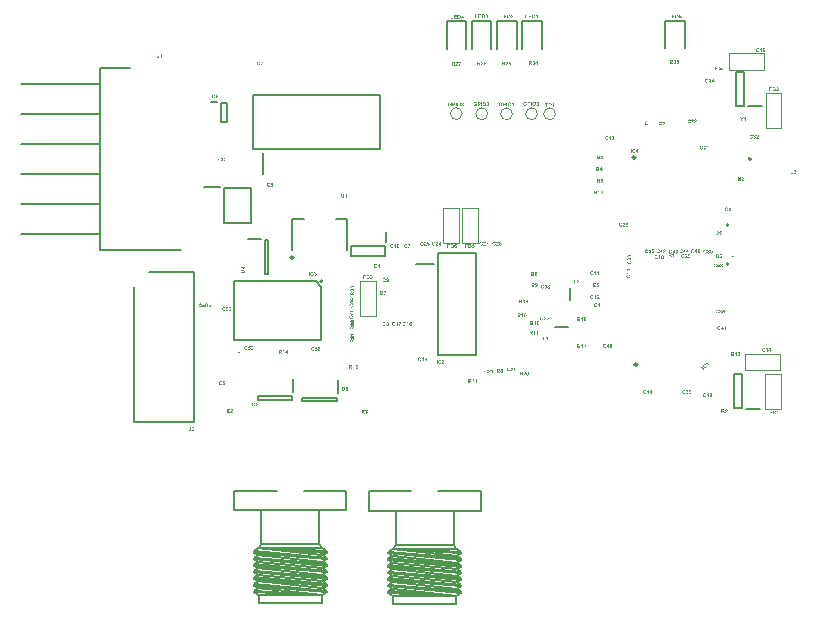
<source format=gto>
G04*
G04 #@! TF.GenerationSoftware,Altium Limited,Altium Designer,19.1.7 (138)*
G04*
G04 Layer_Color=65535*
%FSLAX44Y44*%
%MOMM*%
G71*
G01*
G75*
%ADD10C,0.1000*%
%ADD11C,0.2500*%
%ADD12C,0.2000*%
%ADD13C,0.2540*%
G36*
X271176Y343105D02*
X271225Y343100D01*
X271284Y343095D01*
X271347Y343090D01*
X271420Y343080D01*
X271567Y343046D01*
X271723Y343002D01*
X271796Y342973D01*
X271869Y342939D01*
X271942Y342900D01*
X272006Y342856D01*
X272010Y342851D01*
X272020Y342846D01*
X272040Y342832D01*
X272059Y342812D01*
X272089Y342783D01*
X272118Y342754D01*
X272152Y342720D01*
X272186Y342676D01*
X272225Y342632D01*
X272259Y342578D01*
X272298Y342524D01*
X272332Y342461D01*
X272391Y342329D01*
X272420Y342251D01*
X272440Y342173D01*
X271796Y342051D01*
Y342056D01*
X271791Y342061D01*
X271781Y342090D01*
X271767Y342134D01*
X271737Y342188D01*
X271703Y342247D01*
X271659Y342305D01*
X271606Y342368D01*
X271542Y342422D01*
X271532Y342427D01*
X271508Y342442D01*
X271469Y342466D01*
X271416Y342490D01*
X271347Y342515D01*
X271269Y342539D01*
X271176Y342554D01*
X271079Y342559D01*
X271040D01*
X271011Y342554D01*
X270972Y342549D01*
X270933Y342544D01*
X270835Y342524D01*
X270728Y342490D01*
X270616Y342442D01*
X270562Y342412D01*
X270508Y342378D01*
X270455Y342334D01*
X270406Y342285D01*
X270401Y342281D01*
X270396Y342271D01*
X270382Y342256D01*
X270367Y342237D01*
X270347Y342207D01*
X270328Y342173D01*
X270308Y342134D01*
X270284Y342086D01*
X270260Y342032D01*
X270240Y341973D01*
X270221Y341905D01*
X270201Y341837D01*
X270187Y341759D01*
X270172Y341671D01*
X270167Y341583D01*
X270162Y341486D01*
Y341481D01*
Y341461D01*
Y341432D01*
X270167Y341393D01*
X270172Y341344D01*
X270177Y341291D01*
X270182Y341232D01*
X270191Y341164D01*
X270221Y341027D01*
X270269Y340881D01*
X270294Y340813D01*
X270328Y340749D01*
X270367Y340686D01*
X270411Y340627D01*
X270416Y340622D01*
X270421Y340618D01*
X270435Y340603D01*
X270455Y340583D01*
X270484Y340564D01*
X270513Y340540D01*
X270547Y340510D01*
X270591Y340486D01*
X270684Y340432D01*
X270796Y340388D01*
X270860Y340369D01*
X270928Y340359D01*
X271001Y340349D01*
X271074Y340345D01*
X271108D01*
X271147Y340349D01*
X271201Y340354D01*
X271259Y340364D01*
X271328Y340379D01*
X271401Y340398D01*
X271479Y340423D01*
X271489Y340428D01*
X271513Y340437D01*
X271552Y340452D01*
X271601Y340476D01*
X271654Y340505D01*
X271713Y340540D01*
X271772Y340574D01*
X271830Y340618D01*
Y341027D01*
X271094D01*
Y341569D01*
X272484D01*
Y340286D01*
X272474Y340276D01*
X272444Y340252D01*
X272401Y340218D01*
X272332Y340169D01*
X272249Y340115D01*
X272147Y340057D01*
X272030Y339998D01*
X271893Y339940D01*
X271889D01*
X271874Y339935D01*
X271854Y339925D01*
X271825Y339915D01*
X271791Y339906D01*
X271752Y339896D01*
X271703Y339881D01*
X271649Y339867D01*
X271532Y339842D01*
X271401Y339818D01*
X271259Y339798D01*
X271113Y339794D01*
X271064D01*
X271030Y339798D01*
X270986D01*
X270933Y339803D01*
X270879Y339813D01*
X270816Y339818D01*
X270679Y339847D01*
X270533Y339881D01*
X270382Y339935D01*
X270308Y339964D01*
X270235Y340003D01*
X270230Y340008D01*
X270221Y340013D01*
X270201Y340028D01*
X270177Y340042D01*
X270143Y340062D01*
X270109Y340091D01*
X270026Y340159D01*
X269938Y340242D01*
X269845Y340345D01*
X269757Y340466D01*
X269679Y340603D01*
Y340608D01*
X269670Y340622D01*
X269665Y340642D01*
X269650Y340671D01*
X269635Y340710D01*
X269621Y340754D01*
X269606Y340803D01*
X269587Y340857D01*
X269567Y340920D01*
X269552Y340988D01*
X269523Y341130D01*
X269504Y341291D01*
X269494Y341461D01*
Y341466D01*
Y341486D01*
Y341510D01*
X269499Y341544D01*
Y341588D01*
X269504Y341642D01*
X269513Y341695D01*
X269518Y341759D01*
X269543Y341895D01*
X269582Y342047D01*
X269631Y342198D01*
X269699Y342349D01*
X269704Y342354D01*
X269709Y342368D01*
X269723Y342388D01*
X269738Y342412D01*
X269762Y342447D01*
X269787Y342486D01*
X269855Y342568D01*
X269943Y342666D01*
X270045Y342768D01*
X270172Y342861D01*
X270313Y342949D01*
X270318D01*
X270328Y342954D01*
X270343Y342963D01*
X270367Y342973D01*
X270401Y342988D01*
X270435Y342998D01*
X270479Y343012D01*
X270523Y343032D01*
X270577Y343046D01*
X270635Y343061D01*
X270699Y343071D01*
X270767Y343085D01*
X270913Y343105D01*
X271079Y343110D01*
X271138D01*
X271176Y343105D01*
D02*
G37*
G36*
X281735Y343061D02*
X281774Y343056D01*
X281818Y343051D01*
X281871Y343041D01*
X281925Y343032D01*
X282037Y342993D01*
X282101Y342973D01*
X282159Y342944D01*
X282218Y342910D01*
X282281Y342871D01*
X282335Y342827D01*
X282388Y342773D01*
X282393Y342768D01*
X282398Y342763D01*
X282408Y342749D01*
X282422Y342734D01*
X282461Y342685D01*
X282505Y342617D01*
X282544Y342539D01*
X282583Y342451D01*
X282608Y342349D01*
X282617Y342295D01*
Y342242D01*
Y342237D01*
Y342222D01*
X282613Y342203D01*
Y342173D01*
X282603Y342134D01*
X282593Y342095D01*
X282579Y342051D01*
X282559Y342003D01*
X282535Y341949D01*
X282505Y341895D01*
X282466Y341837D01*
X282422Y341783D01*
X282369Y341725D01*
X282305Y341671D01*
X282237Y341617D01*
X282154Y341569D01*
X282159D01*
X282169Y341564D01*
X282179D01*
X282198Y341559D01*
X282252Y341539D01*
X282310Y341515D01*
X282383Y341481D01*
X282456Y341432D01*
X282525Y341374D01*
X282593Y341305D01*
X282598Y341296D01*
X282617Y341271D01*
X282647Y341227D01*
X282676Y341169D01*
X282705Y341096D01*
X282735Y341008D01*
X282754Y340915D01*
X282759Y340808D01*
Y340803D01*
Y340788D01*
Y340769D01*
X282754Y340740D01*
X282749Y340701D01*
X282744Y340662D01*
X282735Y340613D01*
X282720Y340559D01*
X282681Y340447D01*
X282656Y340388D01*
X282627Y340330D01*
X282593Y340266D01*
X282549Y340208D01*
X282500Y340149D01*
X282447Y340091D01*
X282442Y340086D01*
X282432Y340076D01*
X282418Y340062D01*
X282393Y340047D01*
X282364Y340023D01*
X282325Y339998D01*
X282286Y339969D01*
X282237Y339945D01*
X282183Y339915D01*
X282125Y339886D01*
X282062Y339862D01*
X281993Y339842D01*
X281920Y339823D01*
X281847Y339808D01*
X281764Y339798D01*
X281681Y339794D01*
X281637D01*
X281608Y339798D01*
X281569Y339803D01*
X281525Y339808D01*
X281476Y339813D01*
X281427Y339823D01*
X281311Y339852D01*
X281189Y339901D01*
X281130Y339925D01*
X281067Y339959D01*
X281008Y339998D01*
X280954Y340042D01*
X280950Y340047D01*
X280945Y340052D01*
X280930Y340067D01*
X280911Y340086D01*
X280886Y340111D01*
X280862Y340145D01*
X280837Y340179D01*
X280808Y340218D01*
X280750Y340310D01*
X280696Y340423D01*
X280652Y340549D01*
X280637Y340622D01*
X280628Y340696D01*
X281223Y340769D01*
Y340764D01*
Y340759D01*
X281228Y340730D01*
X281237Y340691D01*
X281252Y340637D01*
X281271Y340583D01*
X281296Y340525D01*
X281330Y340466D01*
X281374Y340418D01*
X281379Y340413D01*
X281398Y340398D01*
X281423Y340379D01*
X281462Y340359D01*
X281506Y340340D01*
X281554Y340320D01*
X281613Y340305D01*
X281676Y340301D01*
X281710D01*
X281744Y340310D01*
X281788Y340320D01*
X281837Y340335D01*
X281891Y340359D01*
X281945Y340393D01*
X281998Y340442D01*
X282003Y340447D01*
X282018Y340471D01*
X282042Y340501D01*
X282066Y340545D01*
X282086Y340603D01*
X282110Y340671D01*
X282125Y340749D01*
X282130Y340837D01*
Y340842D01*
Y340847D01*
Y340876D01*
X282125Y340920D01*
X282115Y340974D01*
X282101Y341032D01*
X282076Y341091D01*
X282047Y341154D01*
X282003Y341208D01*
X281998Y341213D01*
X281979Y341227D01*
X281954Y341252D01*
X281915Y341276D01*
X281871Y341300D01*
X281818Y341325D01*
X281759Y341339D01*
X281696Y341344D01*
X281652D01*
X281618Y341339D01*
X281579Y341334D01*
X281530Y341325D01*
X281476Y341310D01*
X281418Y341296D01*
X281486Y341793D01*
X281525D01*
X281574Y341798D01*
X281628Y341803D01*
X281686Y341813D01*
X281749Y341832D01*
X281813Y341861D01*
X281866Y341895D01*
X281871Y341900D01*
X281886Y341915D01*
X281910Y341944D01*
X281935Y341978D01*
X281959Y342022D01*
X281984Y342076D01*
X281998Y342134D01*
X282003Y342203D01*
Y342207D01*
Y342232D01*
X281998Y342261D01*
X281993Y342295D01*
X281979Y342334D01*
X281964Y342378D01*
X281940Y342422D01*
X281905Y342461D01*
X281901Y342466D01*
X281886Y342476D01*
X281866Y342490D01*
X281837Y342510D01*
X281798Y342529D01*
X281754Y342544D01*
X281701Y342554D01*
X281642Y342559D01*
X281618D01*
X281588Y342554D01*
X281549Y342544D01*
X281506Y342529D01*
X281462Y342510D01*
X281413Y342486D01*
X281369Y342447D01*
X281364Y342442D01*
X281350Y342427D01*
X281335Y342403D01*
X281311Y342368D01*
X281286Y342320D01*
X281267Y342266D01*
X281247Y342203D01*
X281237Y342130D01*
X280672Y342222D01*
Y342227D01*
X280676Y342237D01*
Y342251D01*
X280681Y342271D01*
X280696Y342324D01*
X280716Y342393D01*
X280740Y342466D01*
X280769Y342544D01*
X280808Y342622D01*
X280847Y342690D01*
X280852Y342700D01*
X280872Y342720D01*
X280896Y342749D01*
X280935Y342793D01*
X280984Y342837D01*
X281037Y342881D01*
X281106Y342924D01*
X281179Y342963D01*
X281184D01*
X281189Y342968D01*
X281218Y342978D01*
X281262Y342998D01*
X281320Y343017D01*
X281393Y343032D01*
X281471Y343051D01*
X281564Y343061D01*
X281662Y343066D01*
X281705D01*
X281735Y343061D01*
D02*
G37*
G36*
X276697Y339852D02*
X276048D01*
Y343056D01*
X276697D01*
Y339852D01*
D02*
G37*
G36*
X274371Y343051D02*
X274434D01*
X274566Y343046D01*
X274693Y343037D01*
X274751Y343032D01*
X274805Y343022D01*
X274849Y343017D01*
X274888Y343007D01*
X274893D01*
X274902Y343002D01*
X274912Y342998D01*
X274932Y342993D01*
X274985Y342973D01*
X275049Y342939D01*
X275122Y342900D01*
X275195Y342841D01*
X275273Y342773D01*
X275346Y342690D01*
Y342685D01*
X275356Y342681D01*
X275366Y342666D01*
X275375Y342646D01*
X275390Y342622D01*
X275405Y342593D01*
X275444Y342524D01*
X275478Y342432D01*
X275507Y342324D01*
X275527Y342203D01*
X275536Y342066D01*
Y342061D01*
Y342051D01*
Y342037D01*
Y342017D01*
X275532Y341964D01*
X275522Y341895D01*
X275512Y341817D01*
X275492Y341734D01*
X275463Y341651D01*
X275429Y341573D01*
X275424Y341564D01*
X275410Y341539D01*
X275385Y341505D01*
X275356Y341461D01*
X275317Y341408D01*
X275268Y341354D01*
X275215Y341305D01*
X275156Y341256D01*
X275151Y341252D01*
X275127Y341237D01*
X275093Y341217D01*
X275054Y341198D01*
X275000Y341169D01*
X274946Y341144D01*
X274883Y341125D01*
X274820Y341105D01*
X274810D01*
X274795Y341101D01*
X274776D01*
X274751Y341096D01*
X274722Y341091D01*
X274688Y341086D01*
X274649D01*
X274605Y341081D01*
X274556Y341076D01*
X274503Y341071D01*
X274439Y341066D01*
X274376D01*
X274307Y341061D01*
X273732D01*
Y339852D01*
X273083D01*
Y343056D01*
X274312D01*
X274371Y343051D01*
D02*
G37*
G36*
X278794Y343105D02*
X278843D01*
X278901Y343095D01*
X278970Y343085D01*
X279048Y343071D01*
X279131Y343056D01*
X279223Y343032D01*
X279311Y343002D01*
X279408Y342963D01*
X279501Y342924D01*
X279594Y342871D01*
X279687Y342812D01*
X279774Y342744D01*
X279857Y342666D01*
X279862Y342661D01*
X279877Y342646D01*
X279896Y342622D01*
X279925Y342583D01*
X279955Y342539D01*
X279994Y342486D01*
X280028Y342422D01*
X280072Y342349D01*
X280111Y342266D01*
X280150Y342173D01*
X280184Y342076D01*
X280213Y341968D01*
X280243Y341852D01*
X280262Y341725D01*
X280277Y341588D01*
X280282Y341447D01*
Y341437D01*
Y341413D01*
X280277Y341374D01*
Y341320D01*
X280267Y341252D01*
X280257Y341179D01*
X280247Y341091D01*
X280228Y341003D01*
X280208Y340905D01*
X280179Y340808D01*
X280145Y340705D01*
X280101Y340603D01*
X280052Y340505D01*
X279999Y340408D01*
X279930Y340315D01*
X279857Y340228D01*
X279852Y340223D01*
X279838Y340208D01*
X279813Y340188D01*
X279779Y340159D01*
X279740Y340125D01*
X279687Y340091D01*
X279628Y340052D01*
X279560Y340013D01*
X279482Y339969D01*
X279399Y339930D01*
X279306Y339896D01*
X279204Y339862D01*
X279096Y339832D01*
X278984Y339813D01*
X278862Y339798D01*
X278731Y339794D01*
X278701D01*
X278662Y339798D01*
X278614D01*
X278555Y339808D01*
X278482Y339818D01*
X278404Y339828D01*
X278321Y339847D01*
X278233Y339871D01*
X278141Y339901D01*
X278048Y339935D01*
X277955Y339979D01*
X277858Y340028D01*
X277770Y340086D01*
X277682Y340149D01*
X277599Y340228D01*
X277594Y340232D01*
X277580Y340247D01*
X277560Y340271D01*
X277536Y340305D01*
X277502Y340349D01*
X277468Y340403D01*
X277429Y340466D01*
X277390Y340540D01*
X277351Y340622D01*
X277311Y340710D01*
X277277Y340808D01*
X277243Y340915D01*
X277219Y341032D01*
X277199Y341154D01*
X277185Y341286D01*
X277180Y341427D01*
Y341432D01*
Y341452D01*
Y341476D01*
Y341510D01*
X277185Y341554D01*
X277190Y341603D01*
Y341656D01*
X277199Y341715D01*
X277214Y341847D01*
X277238Y341983D01*
X277272Y342120D01*
X277321Y342251D01*
Y342256D01*
X277326Y342261D01*
X277341Y342290D01*
X277365Y342339D01*
X277399Y342398D01*
X277443Y342466D01*
X277492Y342539D01*
X277555Y342617D01*
X277619Y342690D01*
X277628Y342700D01*
X277653Y342724D01*
X277692Y342759D01*
X277741Y342798D01*
X277804Y342846D01*
X277872Y342895D01*
X277950Y342939D01*
X278033Y342978D01*
X278038D01*
X278048Y342983D01*
X278062Y342993D01*
X278087Y342998D01*
X278116Y343007D01*
X278150Y343022D01*
X278189Y343032D01*
X278233Y343046D01*
X278336Y343066D01*
X278453Y343090D01*
X278584Y343105D01*
X278726Y343110D01*
X278755D01*
X278794Y343105D01*
D02*
G37*
G36*
X74086Y349727D02*
X74115D01*
X74149Y349722D01*
X74237Y349707D01*
X74330Y349683D01*
X74432Y349644D01*
X74535Y349595D01*
X74627Y349527D01*
X74632D01*
X74637Y349517D01*
X74666Y349488D01*
X74705Y349444D01*
X74754Y349376D01*
X74808Y349293D01*
X74857Y349190D01*
X74900Y349069D01*
X74935Y348932D01*
X74339Y348869D01*
Y348878D01*
X74335Y348898D01*
X74325Y348932D01*
X74315Y348971D01*
X74300Y349015D01*
X74281Y349059D01*
X74257Y349103D01*
X74222Y349137D01*
X74218Y349142D01*
X74208Y349151D01*
X74188Y349166D01*
X74159Y349181D01*
X74125Y349195D01*
X74086Y349210D01*
X74042Y349220D01*
X73988Y349225D01*
X73979D01*
X73954Y349220D01*
X73920Y349215D01*
X73876Y349205D01*
X73823Y349181D01*
X73764Y349151D01*
X73710Y349108D01*
X73657Y349049D01*
X73652Y349039D01*
X73642Y349030D01*
X73637Y349015D01*
X73628Y348991D01*
X73613Y348966D01*
X73598Y348932D01*
X73589Y348893D01*
X73574Y348849D01*
X73559Y348796D01*
X73545Y348737D01*
X73530Y348669D01*
X73520Y348596D01*
X73510Y348513D01*
X73501Y348420D01*
X73491Y348322D01*
X73496Y348327D01*
X73501Y348332D01*
X73515Y348347D01*
X73530Y348366D01*
X73584Y348410D01*
X73647Y348459D01*
X73730Y348508D01*
X73828Y348552D01*
X73940Y348586D01*
X73998Y348591D01*
X74061Y348596D01*
X74101D01*
X74125Y348591D01*
X74159Y348586D01*
X74198Y348581D01*
X74286Y348557D01*
X74388Y348522D01*
X74442Y348498D01*
X74496Y348469D01*
X74554Y348435D01*
X74608Y348396D01*
X74661Y348352D01*
X74715Y348298D01*
X74720Y348293D01*
X74725Y348283D01*
X74739Y348269D01*
X74759Y348244D01*
X74778Y348215D01*
X74803Y348181D01*
X74827Y348142D01*
X74857Y348093D01*
X74881Y348044D01*
X74905Y347986D01*
X74930Y347923D01*
X74949Y347854D01*
X74969Y347786D01*
X74983Y347708D01*
X74988Y347625D01*
X74993Y347542D01*
Y347537D01*
Y347523D01*
Y347493D01*
X74988Y347459D01*
X74983Y347420D01*
X74978Y347371D01*
X74969Y347318D01*
X74959Y347259D01*
X74920Y347132D01*
X74900Y347069D01*
X74871Y347001D01*
X74837Y346937D01*
X74798Y346874D01*
X74754Y346811D01*
X74700Y346752D01*
X74696Y346747D01*
X74686Y346738D01*
X74671Y346723D01*
X74647Y346708D01*
X74622Y346684D01*
X74588Y346659D01*
X74544Y346635D01*
X74500Y346606D01*
X74452Y346576D01*
X74393Y346552D01*
X74335Y346528D01*
X74266Y346503D01*
X74198Y346489D01*
X74125Y346474D01*
X74047Y346464D01*
X73964Y346460D01*
X73945D01*
X73915Y346464D01*
X73881D01*
X73842Y346469D01*
X73793Y346479D01*
X73740Y346489D01*
X73681Y346508D01*
X73618Y346528D01*
X73554Y346552D01*
X73486Y346581D01*
X73423Y346620D01*
X73354Y346659D01*
X73286Y346713D01*
X73223Y346767D01*
X73164Y346835D01*
X73159Y346840D01*
X73150Y346855D01*
X73135Y346874D01*
X73115Y346908D01*
X73091Y346947D01*
X73067Y347001D01*
X73037Y347059D01*
X73013Y347132D01*
X72984Y347211D01*
X72955Y347303D01*
X72930Y347401D01*
X72906Y347513D01*
X72886Y347635D01*
X72872Y347771D01*
X72862Y347913D01*
X72857Y348069D01*
Y348074D01*
Y348079D01*
Y348108D01*
Y348152D01*
X72862Y348215D01*
X72867Y348283D01*
X72877Y348371D01*
X72886Y348459D01*
X72896Y348561D01*
X72935Y348766D01*
X72959Y348873D01*
X72993Y348981D01*
X73028Y349078D01*
X73072Y349176D01*
X73120Y349264D01*
X73179Y349342D01*
X73184Y349347D01*
X73193Y349356D01*
X73213Y349376D01*
X73237Y349405D01*
X73271Y349434D01*
X73310Y349464D01*
X73354Y349503D01*
X73408Y349537D01*
X73467Y349571D01*
X73530Y349610D01*
X73598Y349639D01*
X73671Y349673D01*
X73754Y349698D01*
X73837Y349717D01*
X73930Y349727D01*
X74022Y349732D01*
X74057D01*
X74086Y349727D01*
D02*
G37*
G36*
X71243Y349771D02*
X71291Y349766D01*
X71350Y349756D01*
X71413Y349746D01*
X71482Y349732D01*
X71560Y349712D01*
X71633Y349688D01*
X71716Y349664D01*
X71794Y349629D01*
X71872Y349585D01*
X71950Y349542D01*
X72023Y349488D01*
X72096Y349425D01*
X72101D01*
X72106Y349415D01*
X72130Y349386D01*
X72169Y349342D01*
X72218Y349273D01*
X72272Y349190D01*
X72330Y349093D01*
X72384Y348976D01*
X72428Y348839D01*
X71789Y348688D01*
Y348693D01*
X71784Y348698D01*
X71779Y348727D01*
X71760Y348771D01*
X71735Y348830D01*
X71706Y348893D01*
X71662Y348956D01*
X71613Y349020D01*
X71550Y349078D01*
X71540Y349083D01*
X71516Y349103D01*
X71482Y349127D01*
X71428Y349151D01*
X71365Y349181D01*
X71287Y349200D01*
X71204Y349220D01*
X71111Y349225D01*
X71077D01*
X71053Y349220D01*
X71023Y349215D01*
X70989Y349210D01*
X70906Y349190D01*
X70814Y349161D01*
X70716Y349117D01*
X70672Y349088D01*
X70623Y349054D01*
X70580Y349010D01*
X70536Y348966D01*
Y348961D01*
X70526Y348956D01*
X70516Y348937D01*
X70501Y348917D01*
X70487Y348888D01*
X70467Y348854D01*
X70448Y348815D01*
X70428Y348766D01*
X70404Y348713D01*
X70384Y348654D01*
X70365Y348586D01*
X70350Y348508D01*
X70336Y348430D01*
X70326Y348337D01*
X70321Y348240D01*
X70316Y348137D01*
Y348132D01*
Y348113D01*
Y348079D01*
X70321Y348040D01*
Y347986D01*
X70326Y347932D01*
X70336Y347869D01*
X70345Y347801D01*
X70370Y347659D01*
X70409Y347513D01*
X70433Y347445D01*
X70462Y347381D01*
X70492Y347323D01*
X70531Y347269D01*
X70536Y347264D01*
X70540Y347259D01*
X70570Y347230D01*
X70619Y347191D01*
X70682Y347142D01*
X70765Y347094D01*
X70862Y347054D01*
X70974Y347025D01*
X71033Y347020D01*
X71097Y347015D01*
X71121D01*
X71140Y347020D01*
X71189Y347025D01*
X71248Y347035D01*
X71321Y347054D01*
X71394Y347084D01*
X71467Y347123D01*
X71540Y347176D01*
X71550Y347186D01*
X71569Y347206D01*
X71604Y347249D01*
X71643Y347303D01*
X71687Y347376D01*
X71730Y347469D01*
X71774Y347571D01*
X71809Y347698D01*
X72438Y347503D01*
Y347498D01*
X72433Y347479D01*
X72423Y347454D01*
X72408Y347415D01*
X72394Y347371D01*
X72374Y347323D01*
X72350Y347264D01*
X72320Y347206D01*
X72257Y347079D01*
X72174Y346947D01*
X72072Y346825D01*
X72018Y346767D01*
X71955Y346718D01*
X71950Y346713D01*
X71940Y346708D01*
X71921Y346694D01*
X71896Y346679D01*
X71862Y346659D01*
X71823Y346640D01*
X71774Y346615D01*
X71721Y346591D01*
X71662Y346567D01*
X71599Y346542D01*
X71530Y346523D01*
X71457Y346503D01*
X71374Y346489D01*
X71291Y346474D01*
X71199Y346469D01*
X71106Y346464D01*
X71077D01*
X71043Y346469D01*
X70999D01*
X70945Y346479D01*
X70882Y346489D01*
X70814Y346498D01*
X70736Y346518D01*
X70653Y346542D01*
X70570Y346572D01*
X70482Y346606D01*
X70394Y346650D01*
X70306Y346698D01*
X70219Y346757D01*
X70136Y346820D01*
X70058Y346898D01*
X70053Y346903D01*
X70038Y346918D01*
X70019Y346942D01*
X69994Y346976D01*
X69965Y347020D01*
X69926Y347074D01*
X69892Y347137D01*
X69853Y347211D01*
X69814Y347289D01*
X69780Y347381D01*
X69746Y347479D01*
X69711Y347586D01*
X69687Y347698D01*
X69668Y347820D01*
X69653Y347952D01*
X69648Y348088D01*
Y348098D01*
Y348122D01*
X69653Y348166D01*
Y348220D01*
X69663Y348288D01*
X69668Y348366D01*
X69682Y348449D01*
X69702Y348542D01*
X69721Y348644D01*
X69750Y348742D01*
X69780Y348849D01*
X69819Y348951D01*
X69868Y349054D01*
X69921Y349151D01*
X69984Y349244D01*
X70058Y349332D01*
X70063Y349337D01*
X70077Y349351D01*
X70102Y349371D01*
X70131Y349400D01*
X70175Y349434D01*
X70223Y349473D01*
X70282Y349512D01*
X70350Y349556D01*
X70423Y349595D01*
X70506Y349634D01*
X70594Y349673D01*
X70692Y349707D01*
X70794Y349737D01*
X70906Y349756D01*
X71023Y349771D01*
X71145Y349776D01*
X71204D01*
X71243Y349771D01*
D02*
G37*
G36*
X69151Y346518D02*
X68502D01*
Y349722D01*
X69151D01*
Y346518D01*
D02*
G37*
G36*
X96606Y203641D02*
X97250D01*
Y203046D01*
X96606D01*
Y201735D01*
X96075D01*
X94036Y203125D01*
Y203641D01*
X96070D01*
Y204036D01*
X96606D01*
Y203641D01*
D02*
G37*
G36*
X95782Y201423D02*
X95821D01*
X95914Y201413D01*
X96021Y201403D01*
X96133Y201383D01*
X96250Y201359D01*
X96362Y201325D01*
X96367D01*
X96377Y201320D01*
X96397Y201315D01*
X96421Y201305D01*
X96450Y201291D01*
X96484Y201276D01*
X96562Y201237D01*
X96655Y201188D01*
X96748Y201130D01*
X96840Y201062D01*
X96928Y200984D01*
X96933Y200974D01*
X96957Y200954D01*
X96987Y200915D01*
X97021Y200867D01*
X97065Y200798D01*
X97109Y200720D01*
X97148Y200632D01*
X97187Y200530D01*
X97191Y200520D01*
X97196Y200491D01*
X97206Y200447D01*
X97216Y200379D01*
X97231Y200301D01*
X97240Y200203D01*
X97245Y200086D01*
X97250Y199959D01*
Y198750D01*
X94046D01*
Y200023D01*
X94051Y200062D01*
X94056Y200150D01*
X94061Y200252D01*
X94070Y200350D01*
X94090Y200447D01*
X94109Y200535D01*
Y200540D01*
X94114Y200550D01*
X94119Y200564D01*
X94124Y200584D01*
X94148Y200632D01*
X94178Y200701D01*
X94217Y200774D01*
X94270Y200852D01*
X94334Y200935D01*
X94407Y201013D01*
Y201018D01*
X94417Y201023D01*
X94446Y201047D01*
X94490Y201081D01*
X94548Y201130D01*
X94626Y201179D01*
X94714Y201227D01*
X94812Y201276D01*
X94924Y201320D01*
X94929D01*
X94938Y201325D01*
X94953Y201330D01*
X94977Y201335D01*
X95007Y201345D01*
X95046Y201354D01*
X95085Y201364D01*
X95133Y201374D01*
X95187Y201383D01*
X95241Y201393D01*
X95372Y201413D01*
X95519Y201423D01*
X95680Y201427D01*
X95685D01*
X95699D01*
X95719D01*
X95748D01*
X95782Y201423D01*
D02*
G37*
G36*
X498217Y373537D02*
X498265Y373532D01*
X498324Y373522D01*
X498387Y373512D01*
X498456Y373498D01*
X498534Y373478D01*
X498607Y373454D01*
X498690Y373429D01*
X498768Y373395D01*
X498846Y373352D01*
X498924Y373308D01*
X498997Y373254D01*
X499070Y373191D01*
X499075D01*
X499080Y373181D01*
X499104Y373152D01*
X499143Y373108D01*
X499192Y373039D01*
X499246Y372957D01*
X499304Y372859D01*
X499358Y372742D01*
X499402Y372605D01*
X498763Y372454D01*
Y372459D01*
X498758Y372464D01*
X498753Y372493D01*
X498734Y372537D01*
X498709Y372596D01*
X498680Y372659D01*
X498636Y372722D01*
X498587Y372786D01*
X498524Y372844D01*
X498514Y372849D01*
X498490Y372869D01*
X498456Y372893D01*
X498402Y372918D01*
X498339Y372947D01*
X498261Y372966D01*
X498178Y372986D01*
X498085Y372991D01*
X498051D01*
X498027Y372986D01*
X497997Y372981D01*
X497963Y372976D01*
X497880Y372957D01*
X497788Y372927D01*
X497690Y372883D01*
X497646Y372854D01*
X497597Y372820D01*
X497553Y372776D01*
X497510Y372732D01*
Y372727D01*
X497500Y372722D01*
X497490Y372703D01*
X497476Y372683D01*
X497461Y372654D01*
X497441Y372620D01*
X497422Y372581D01*
X497402Y372532D01*
X497378Y372479D01*
X497358Y372420D01*
X497339Y372352D01*
X497324Y372274D01*
X497310Y372196D01*
X497300Y372103D01*
X497295Y372006D01*
X497290Y371903D01*
Y371898D01*
Y371879D01*
Y371845D01*
X497295Y371806D01*
Y371752D01*
X497300Y371698D01*
X497310Y371635D01*
X497319Y371567D01*
X497344Y371425D01*
X497383Y371279D01*
X497407Y371211D01*
X497436Y371147D01*
X497466Y371089D01*
X497505Y371035D01*
X497510Y371030D01*
X497514Y371025D01*
X497544Y370996D01*
X497593Y370957D01*
X497656Y370908D01*
X497739Y370859D01*
X497836Y370820D01*
X497948Y370791D01*
X498007Y370786D01*
X498070Y370781D01*
X498095D01*
X498114Y370786D01*
X498163Y370791D01*
X498222Y370801D01*
X498295Y370820D01*
X498368Y370850D01*
X498441Y370889D01*
X498514Y370942D01*
X498524Y370952D01*
X498544Y370972D01*
X498578Y371016D01*
X498617Y371069D01*
X498661Y371142D01*
X498704Y371235D01*
X498748Y371337D01*
X498783Y371464D01*
X499412Y371269D01*
Y371264D01*
X499407Y371245D01*
X499397Y371220D01*
X499382Y371181D01*
X499368Y371137D01*
X499348Y371089D01*
X499324Y371030D01*
X499295Y370972D01*
X499231Y370845D01*
X499148Y370713D01*
X499046Y370591D01*
X498992Y370533D01*
X498929Y370484D01*
X498924Y370479D01*
X498914Y370474D01*
X498895Y370460D01*
X498870Y370445D01*
X498836Y370425D01*
X498797Y370406D01*
X498748Y370382D01*
X498695Y370357D01*
X498636Y370333D01*
X498573Y370308D01*
X498504Y370289D01*
X498431Y370269D01*
X498348Y370255D01*
X498265Y370240D01*
X498173Y370235D01*
X498080Y370230D01*
X498051D01*
X498017Y370235D01*
X497973D01*
X497919Y370245D01*
X497856Y370255D01*
X497788Y370265D01*
X497710Y370284D01*
X497627Y370308D01*
X497544Y370338D01*
X497456Y370372D01*
X497368Y370416D01*
X497280Y370464D01*
X497193Y370523D01*
X497110Y370586D01*
X497032Y370664D01*
X497027Y370669D01*
X497012Y370684D01*
X496993Y370708D01*
X496968Y370742D01*
X496939Y370786D01*
X496900Y370840D01*
X496866Y370903D01*
X496827Y370976D01*
X496788Y371054D01*
X496754Y371147D01*
X496720Y371245D01*
X496685Y371352D01*
X496661Y371464D01*
X496642Y371586D01*
X496627Y371718D01*
X496622Y371854D01*
Y371864D01*
Y371889D01*
X496627Y371932D01*
Y371986D01*
X496637Y372054D01*
X496642Y372132D01*
X496656Y372215D01*
X496676Y372308D01*
X496695Y372410D01*
X496725Y372508D01*
X496754Y372615D01*
X496793Y372718D01*
X496842Y372820D01*
X496895Y372918D01*
X496959Y373010D01*
X497032Y373098D01*
X497037Y373103D01*
X497051Y373117D01*
X497076Y373137D01*
X497105Y373166D01*
X497149Y373200D01*
X497197Y373239D01*
X497256Y373278D01*
X497324Y373322D01*
X497397Y373361D01*
X497480Y373400D01*
X497568Y373439D01*
X497666Y373473D01*
X497768Y373503D01*
X497880Y373522D01*
X497997Y373537D01*
X498119Y373542D01*
X498178D01*
X498217Y373537D01*
D02*
G37*
G36*
X501850Y372864D02*
X500689D01*
X500592Y372323D01*
X500602Y372327D01*
X500626Y372337D01*
X500670Y372357D01*
X500723Y372376D01*
X500782Y372391D01*
X500855Y372410D01*
X500933Y372420D01*
X501011Y372425D01*
X501050D01*
X501079Y372420D01*
X501114Y372415D01*
X501157Y372410D01*
X501201Y372401D01*
X501250Y372386D01*
X501362Y372352D01*
X501416Y372327D01*
X501474Y372298D01*
X501533Y372264D01*
X501591Y372225D01*
X501650Y372181D01*
X501704Y372127D01*
X501708Y372122D01*
X501718Y372113D01*
X501728Y372098D01*
X501748Y372074D01*
X501772Y372044D01*
X501796Y372010D01*
X501821Y371967D01*
X501850Y371918D01*
X501874Y371864D01*
X501899Y371806D01*
X501923Y371742D01*
X501948Y371674D01*
X501967Y371601D01*
X501977Y371523D01*
X501987Y371440D01*
X501991Y371352D01*
Y371347D01*
Y371333D01*
Y371313D01*
X501987Y371284D01*
Y371250D01*
X501982Y371211D01*
X501972Y371167D01*
X501962Y371118D01*
X501938Y371006D01*
X501894Y370889D01*
X501840Y370767D01*
X501801Y370703D01*
X501762Y370645D01*
X501757Y370640D01*
X501748Y370625D01*
X501728Y370606D01*
X501704Y370582D01*
X501674Y370547D01*
X501635Y370513D01*
X501587Y370474D01*
X501538Y370435D01*
X501479Y370396D01*
X501411Y370357D01*
X501343Y370323D01*
X501265Y370289D01*
X501182Y370265D01*
X501089Y370245D01*
X500997Y370230D01*
X500894Y370225D01*
X500850D01*
X500821Y370230D01*
X500782D01*
X500738Y370240D01*
X500689Y370245D01*
X500636Y370255D01*
X500523Y370284D01*
X500402Y370323D01*
X500285Y370382D01*
X500226Y370420D01*
X500172Y370460D01*
X500168Y370464D01*
X500163Y370469D01*
X500148Y370484D01*
X500129Y370504D01*
X500104Y370528D01*
X500080Y370557D01*
X500055Y370591D01*
X500026Y370630D01*
X499967Y370723D01*
X499914Y370830D01*
X499870Y370962D01*
X499855Y371030D01*
X499841Y371103D01*
X500450Y371167D01*
Y371157D01*
X500455Y371133D01*
X500465Y371093D01*
X500480Y371045D01*
X500499Y370996D01*
X500523Y370938D01*
X500558Y370884D01*
X500602Y370835D01*
X500606Y370830D01*
X500626Y370816D01*
X500650Y370796D01*
X500689Y370777D01*
X500733Y370757D01*
X500782Y370737D01*
X500840Y370723D01*
X500899Y370718D01*
X500909D01*
X500933Y370723D01*
X500967Y370728D01*
X501011Y370737D01*
X501065Y370757D01*
X501119Y370786D01*
X501172Y370820D01*
X501226Y370874D01*
X501231Y370884D01*
X501245Y370903D01*
X501270Y370942D01*
X501294Y370991D01*
X501318Y371059D01*
X501343Y371137D01*
X501357Y371235D01*
X501362Y371342D01*
Y371347D01*
Y371357D01*
Y371371D01*
Y371391D01*
X501357Y371445D01*
X501348Y371508D01*
X501328Y371581D01*
X501304Y371654D01*
X501270Y371727D01*
X501226Y371786D01*
X501221Y371791D01*
X501201Y371810D01*
X501172Y371835D01*
X501133Y371864D01*
X501084Y371889D01*
X501026Y371913D01*
X500957Y371932D01*
X500884Y371937D01*
X500860D01*
X500840Y371932D01*
X500787Y371927D01*
X500723Y371908D01*
X500650Y371879D01*
X500567Y371840D01*
X500489Y371781D01*
X500446Y371742D01*
X500406Y371703D01*
X499914Y371771D01*
X500226Y373439D01*
X501850D01*
Y372864D01*
D02*
G37*
G36*
X496125Y370284D02*
X495476D01*
Y373488D01*
X496125D01*
Y370284D01*
D02*
G37*
G36*
X211667Y203000D02*
X211053D01*
Y205312D01*
X211048Y205307D01*
X211038Y205297D01*
X211019Y205282D01*
X210994Y205258D01*
X210960Y205234D01*
X210921Y205204D01*
X210877Y205170D01*
X210823Y205136D01*
X210770Y205097D01*
X210706Y205058D01*
X210575Y204985D01*
X210424Y204912D01*
X210258Y204848D01*
Y205404D01*
X210263D01*
X210267Y205409D01*
X210282Y205414D01*
X210302Y205419D01*
X210350Y205438D01*
X210414Y205473D01*
X210492Y205512D01*
X210580Y205565D01*
X210677Y205624D01*
X210779Y205702D01*
X210784Y205707D01*
X210794Y205711D01*
X210809Y205726D01*
X210823Y205741D01*
X210872Y205785D01*
X210936Y205848D01*
X210999Y205921D01*
X211062Y206009D01*
X211121Y206106D01*
X211165Y206214D01*
X211667D01*
Y203000D01*
D02*
G37*
G36*
X208312Y206199D02*
X208400Y206194D01*
X208502Y206189D01*
X208600Y206180D01*
X208697Y206160D01*
X208785Y206141D01*
X208790D01*
X208799Y206136D01*
X208814Y206131D01*
X208834Y206126D01*
X208882Y206102D01*
X208951Y206072D01*
X209024Y206033D01*
X209102Y205980D01*
X209185Y205916D01*
X209263Y205843D01*
X209268D01*
X209273Y205833D01*
X209297Y205804D01*
X209331Y205760D01*
X209380Y205702D01*
X209429Y205624D01*
X209477Y205536D01*
X209526Y205438D01*
X209570Y205326D01*
Y205321D01*
X209575Y205312D01*
X209580Y205297D01*
X209585Y205273D01*
X209594Y205243D01*
X209604Y205204D01*
X209614Y205165D01*
X209624Y205117D01*
X209634Y205063D01*
X209643Y205009D01*
X209663Y204878D01*
X209673Y204731D01*
X209677Y204570D01*
Y204566D01*
Y204551D01*
Y204531D01*
Y204502D01*
X209673Y204468D01*
Y204429D01*
X209663Y204336D01*
X209653Y204229D01*
X209634Y204117D01*
X209609Y204000D01*
X209575Y203888D01*
Y203883D01*
X209570Y203873D01*
X209565Y203853D01*
X209555Y203829D01*
X209541Y203800D01*
X209526Y203766D01*
X209487Y203688D01*
X209438Y203595D01*
X209380Y203502D01*
X209312Y203410D01*
X209234Y203322D01*
X209224Y203317D01*
X209204Y203293D01*
X209165Y203263D01*
X209116Y203229D01*
X209048Y203185D01*
X208970Y203141D01*
X208882Y203102D01*
X208780Y203063D01*
X208770Y203058D01*
X208741Y203054D01*
X208697Y203044D01*
X208629Y203034D01*
X208551Y203020D01*
X208453Y203010D01*
X208336Y203005D01*
X208209Y203000D01*
X207000D01*
Y206204D01*
X208273D01*
X208312Y206199D01*
D02*
G37*
G36*
X181546Y264017D02*
Y264012D01*
Y263992D01*
Y263963D01*
Y263924D01*
Y263875D01*
X181541Y263822D01*
Y263763D01*
Y263700D01*
X181531Y263563D01*
X181521Y263431D01*
X181516Y263368D01*
X181511Y263305D01*
X181502Y263251D01*
X181492Y263202D01*
Y263197D01*
Y263193D01*
X181482Y263163D01*
X181468Y263119D01*
X181448Y263061D01*
X181419Y262997D01*
X181390Y262929D01*
X181346Y262861D01*
X181297Y262798D01*
X181292Y262793D01*
X181273Y262768D01*
X181238Y262739D01*
X181199Y262705D01*
X181141Y262661D01*
X181077Y262617D01*
X181004Y262573D01*
X180921Y262534D01*
X180917D01*
X180912Y262529D01*
X180897Y262524D01*
X180878Y262519D01*
X180858Y262515D01*
X180829Y262505D01*
X180756Y262490D01*
X180668Y262471D01*
X180565Y262456D01*
X180443Y262446D01*
X180307Y262442D01*
X180234D01*
X180195Y262446D01*
X180151D01*
X180049Y262456D01*
X179936Y262466D01*
X179824Y262485D01*
X179712Y262510D01*
X179663Y262524D01*
X179615Y262544D01*
X179610D01*
X179605Y262549D01*
X179576Y262563D01*
X179532Y262588D01*
X179478Y262617D01*
X179419Y262661D01*
X179356Y262705D01*
X179298Y262763D01*
X179239Y262822D01*
X179234Y262832D01*
X179219Y262851D01*
X179195Y262885D01*
X179166Y262929D01*
X179137Y262983D01*
X179107Y263046D01*
X179078Y263110D01*
X179058Y263178D01*
Y263183D01*
Y263193D01*
X179054Y263207D01*
X179049Y263232D01*
X179044Y263256D01*
X179039Y263295D01*
X179034Y263334D01*
X179029Y263383D01*
X179024Y263436D01*
X179020Y263495D01*
X179015Y263563D01*
X179010Y263636D01*
X179005Y263714D01*
Y263802D01*
X179000Y263895D01*
Y263992D01*
Y265704D01*
X179649D01*
Y263963D01*
Y263958D01*
Y263944D01*
Y263924D01*
Y263895D01*
Y263866D01*
Y263827D01*
X179653Y263739D01*
Y263651D01*
X179658Y263563D01*
X179663Y263485D01*
Y263451D01*
X179668Y263427D01*
Y263417D01*
X179678Y263393D01*
X179692Y263358D01*
X179707Y263314D01*
X179736Y263261D01*
X179771Y263207D01*
X179809Y263158D01*
X179863Y263110D01*
X179873Y263105D01*
X179893Y263090D01*
X179927Y263071D01*
X179975Y263051D01*
X180034Y263032D01*
X180107Y263012D01*
X180195Y262997D01*
X180287Y262993D01*
X180331D01*
X180380Y262997D01*
X180443Y263007D01*
X180507Y263022D01*
X180575Y263041D01*
X180639Y263066D01*
X180697Y263105D01*
X180702Y263110D01*
X180721Y263124D01*
X180746Y263149D01*
X180770Y263183D01*
X180800Y263222D01*
X180829Y263266D01*
X180853Y263319D01*
X180868Y263378D01*
Y263388D01*
X180873Y263412D01*
X180878Y263451D01*
X180882Y263510D01*
X180887Y263583D01*
X180892Y263680D01*
Y263734D01*
X180897Y263792D01*
Y263856D01*
Y263924D01*
Y265704D01*
X181546D01*
Y264017D01*
D02*
G37*
G36*
X183667Y262500D02*
X183053D01*
Y264812D01*
X183048Y264807D01*
X183038Y264797D01*
X183018Y264782D01*
X182994Y264758D01*
X182960Y264734D01*
X182921Y264704D01*
X182877Y264670D01*
X182823Y264636D01*
X182770Y264597D01*
X182706Y264558D01*
X182575Y264485D01*
X182423Y264412D01*
X182258Y264348D01*
Y264904D01*
X182263D01*
X182267Y264909D01*
X182282Y264914D01*
X182302Y264919D01*
X182350Y264938D01*
X182414Y264972D01*
X182492Y265012D01*
X182580Y265065D01*
X182677Y265124D01*
X182780Y265202D01*
X182784Y265207D01*
X182794Y265212D01*
X182809Y265226D01*
X182823Y265241D01*
X182872Y265285D01*
X182936Y265348D01*
X182999Y265421D01*
X183062Y265509D01*
X183121Y265606D01*
X183165Y265714D01*
X183667D01*
Y262500D01*
D02*
G37*
G36*
X117741Y275003D02*
X117789Y274998D01*
X117848Y274988D01*
X117911Y274978D01*
X117980Y274964D01*
X118058Y274944D01*
X118131Y274920D01*
X118214Y274895D01*
X118292Y274861D01*
X118370Y274818D01*
X118448Y274774D01*
X118521Y274720D01*
X118594Y274657D01*
X118599D01*
X118604Y274647D01*
X118628Y274618D01*
X118667Y274574D01*
X118716Y274505D01*
X118770Y274422D01*
X118828Y274325D01*
X118882Y274208D01*
X118926Y274071D01*
X118287Y273920D01*
Y273925D01*
X118282Y273930D01*
X118277Y273959D01*
X118258Y274003D01*
X118233Y274062D01*
X118204Y274125D01*
X118160Y274188D01*
X118111Y274252D01*
X118048Y274310D01*
X118038Y274315D01*
X118014Y274335D01*
X117980Y274359D01*
X117926Y274384D01*
X117863Y274413D01*
X117785Y274432D01*
X117702Y274452D01*
X117609Y274457D01*
X117575D01*
X117551Y274452D01*
X117521Y274447D01*
X117487Y274442D01*
X117404Y274422D01*
X117312Y274393D01*
X117214Y274349D01*
X117170Y274320D01*
X117121Y274286D01*
X117078Y274242D01*
X117034Y274198D01*
Y274193D01*
X117024Y274188D01*
X117014Y274169D01*
X117000Y274149D01*
X116985Y274120D01*
X116965Y274086D01*
X116946Y274047D01*
X116926Y273998D01*
X116902Y273945D01*
X116882Y273886D01*
X116863Y273818D01*
X116848Y273740D01*
X116834Y273662D01*
X116824Y273569D01*
X116819Y273472D01*
X116814Y273369D01*
Y273364D01*
Y273345D01*
Y273311D01*
X116819Y273272D01*
Y273218D01*
X116824Y273164D01*
X116834Y273101D01*
X116843Y273033D01*
X116868Y272891D01*
X116907Y272745D01*
X116931Y272677D01*
X116960Y272613D01*
X116990Y272555D01*
X117029Y272501D01*
X117034Y272496D01*
X117038Y272491D01*
X117068Y272462D01*
X117116Y272423D01*
X117180Y272374D01*
X117263Y272325D01*
X117360Y272286D01*
X117472Y272257D01*
X117531Y272252D01*
X117594Y272247D01*
X117619D01*
X117638Y272252D01*
X117687Y272257D01*
X117746Y272267D01*
X117819Y272286D01*
X117892Y272316D01*
X117965Y272355D01*
X118038Y272408D01*
X118048Y272418D01*
X118068Y272438D01*
X118102Y272481D01*
X118141Y272535D01*
X118184Y272608D01*
X118228Y272701D01*
X118272Y272803D01*
X118307Y272930D01*
X118936Y272735D01*
Y272730D01*
X118931Y272711D01*
X118921Y272686D01*
X118906Y272647D01*
X118892Y272603D01*
X118872Y272555D01*
X118848Y272496D01*
X118819Y272438D01*
X118755Y272311D01*
X118672Y272179D01*
X118570Y272057D01*
X118516Y271999D01*
X118453Y271950D01*
X118448Y271945D01*
X118438Y271940D01*
X118419Y271926D01*
X118394Y271911D01*
X118360Y271891D01*
X118321Y271872D01*
X118272Y271847D01*
X118219Y271823D01*
X118160Y271799D01*
X118097Y271774D01*
X118028Y271755D01*
X117955Y271735D01*
X117872Y271721D01*
X117789Y271706D01*
X117697Y271701D01*
X117604Y271696D01*
X117575D01*
X117541Y271701D01*
X117497D01*
X117443Y271711D01*
X117380Y271721D01*
X117312Y271730D01*
X117234Y271750D01*
X117151Y271774D01*
X117068Y271804D01*
X116980Y271838D01*
X116892Y271882D01*
X116804Y271930D01*
X116717Y271989D01*
X116634Y272052D01*
X116556Y272130D01*
X116551Y272135D01*
X116536Y272150D01*
X116517Y272174D01*
X116492Y272208D01*
X116463Y272252D01*
X116424Y272306D01*
X116390Y272369D01*
X116351Y272442D01*
X116312Y272521D01*
X116278Y272613D01*
X116244Y272711D01*
X116209Y272818D01*
X116185Y272930D01*
X116166Y273052D01*
X116151Y273184D01*
X116146Y273320D01*
Y273330D01*
Y273354D01*
X116151Y273398D01*
Y273452D01*
X116161Y273520D01*
X116166Y273598D01*
X116180Y273681D01*
X116200Y273774D01*
X116219Y273876D01*
X116249Y273974D01*
X116278Y274081D01*
X116317Y274184D01*
X116365Y274286D01*
X116419Y274384D01*
X116482Y274476D01*
X116556Y274564D01*
X116561Y274569D01*
X116575Y274583D01*
X116600Y274603D01*
X116629Y274632D01*
X116673Y274666D01*
X116721Y274705D01*
X116780Y274744D01*
X116848Y274788D01*
X116922Y274827D01*
X117004Y274866D01*
X117092Y274905D01*
X117190Y274939D01*
X117292Y274969D01*
X117404Y274988D01*
X117521Y275003D01*
X117643Y275008D01*
X117702D01*
X117741Y275003D01*
D02*
G37*
G36*
X115649Y271750D02*
X115000D01*
Y274954D01*
X115649D01*
Y271750D01*
D02*
G37*
G36*
X120462Y274959D02*
X120501D01*
X120545Y274954D01*
X120594Y274944D01*
X120647Y274935D01*
X120759Y274905D01*
X120877Y274866D01*
X120994Y274808D01*
X121047Y274769D01*
X121096Y274730D01*
X121101Y274725D01*
X121106Y274720D01*
X121120Y274705D01*
X121135Y274686D01*
X121174Y274637D01*
X121223Y274569D01*
X121272Y274481D01*
X121311Y274379D01*
X121340Y274266D01*
X121345Y274203D01*
X121350Y274135D01*
Y274125D01*
Y274096D01*
X121345Y274057D01*
X121335Y274003D01*
X121320Y273940D01*
X121301Y273876D01*
X121272Y273808D01*
X121233Y273740D01*
X121228Y273730D01*
X121213Y273710D01*
X121184Y273681D01*
X121150Y273642D01*
X121101Y273598D01*
X121047Y273554D01*
X120979Y273515D01*
X120906Y273476D01*
X120911D01*
X120916Y273472D01*
X120930Y273467D01*
X120950Y273457D01*
X120998Y273433D01*
X121057Y273398D01*
X121120Y273354D01*
X121189Y273301D01*
X121252Y273237D01*
X121311Y273164D01*
X121315Y273155D01*
X121335Y273130D01*
X121355Y273086D01*
X121384Y273028D01*
X121408Y272959D01*
X121433Y272876D01*
X121447Y272784D01*
X121452Y272686D01*
Y272682D01*
Y272667D01*
Y272642D01*
X121447Y272613D01*
X121442Y272574D01*
X121437Y272530D01*
X121428Y272481D01*
X121418Y272428D01*
X121384Y272316D01*
X121359Y272257D01*
X121330Y272194D01*
X121296Y272135D01*
X121262Y272077D01*
X121213Y272018D01*
X121164Y271965D01*
X121159Y271960D01*
X121150Y271955D01*
X121135Y271940D01*
X121111Y271921D01*
X121086Y271901D01*
X121052Y271877D01*
X121008Y271852D01*
X120964Y271828D01*
X120916Y271804D01*
X120857Y271779D01*
X120794Y271755D01*
X120730Y271735D01*
X120657Y271716D01*
X120579Y271701D01*
X120501Y271696D01*
X120413Y271691D01*
X120369D01*
X120340Y271696D01*
X120301D01*
X120257Y271706D01*
X120208Y271711D01*
X120160Y271721D01*
X120043Y271750D01*
X119921Y271789D01*
X119799Y271847D01*
X119740Y271882D01*
X119687Y271921D01*
X119682Y271926D01*
X119672Y271935D01*
X119657Y271950D01*
X119633Y271970D01*
X119609Y271999D01*
X119579Y272033D01*
X119550Y272072D01*
X119516Y272116D01*
X119487Y272164D01*
X119452Y272218D01*
X119423Y272282D01*
X119399Y272345D01*
X119375Y272418D01*
X119360Y272496D01*
X119350Y272574D01*
X119345Y272662D01*
Y272667D01*
Y272672D01*
Y272686D01*
Y272706D01*
X119350Y272755D01*
X119360Y272818D01*
X119375Y272891D01*
X119399Y272974D01*
X119428Y273057D01*
X119472Y273140D01*
Y273145D01*
X119477Y273150D01*
X119496Y273174D01*
X119526Y273218D01*
X119570Y273267D01*
X119628Y273320D01*
X119696Y273374D01*
X119779Y273428D01*
X119877Y273476D01*
X119872D01*
X119867Y273481D01*
X119838Y273496D01*
X119799Y273515D01*
X119745Y273549D01*
X119691Y273584D01*
X119633Y273632D01*
X119579Y273686D01*
X119535Y273750D01*
X119530Y273759D01*
X119521Y273779D01*
X119501Y273818D01*
X119482Y273862D01*
X119462Y273920D01*
X119443Y273988D01*
X119433Y274057D01*
X119428Y274135D01*
Y274140D01*
Y274149D01*
Y274169D01*
X119433Y274193D01*
X119438Y274227D01*
X119443Y274262D01*
X119457Y274345D01*
X119487Y274437D01*
X119535Y274540D01*
X119560Y274588D01*
X119594Y274637D01*
X119633Y274686D01*
X119677Y274730D01*
X119682Y274735D01*
X119687Y274739D01*
X119701Y274749D01*
X119721Y274769D01*
X119750Y274783D01*
X119779Y274803D01*
X119818Y274827D01*
X119857Y274847D01*
X119906Y274871D01*
X119960Y274891D01*
X120018Y274910D01*
X120082Y274930D01*
X120150Y274944D01*
X120223Y274954D01*
X120306Y274959D01*
X120389Y274964D01*
X120433D01*
X120462Y274959D01*
D02*
G37*
G36*
X262741Y125253D02*
X262789Y125248D01*
X262848Y125238D01*
X262911Y125229D01*
X262980Y125214D01*
X263058Y125194D01*
X263131Y125170D01*
X263214Y125146D01*
X263292Y125111D01*
X263370Y125068D01*
X263448Y125024D01*
X263521Y124970D01*
X263594Y124907D01*
X263599D01*
X263604Y124897D01*
X263628Y124868D01*
X263667Y124824D01*
X263716Y124755D01*
X263770Y124672D01*
X263828Y124575D01*
X263882Y124458D01*
X263926Y124321D01*
X263287Y124170D01*
Y124175D01*
X263282Y124180D01*
X263277Y124209D01*
X263258Y124253D01*
X263233Y124312D01*
X263204Y124375D01*
X263160Y124438D01*
X263111Y124502D01*
X263048Y124560D01*
X263038Y124565D01*
X263014Y124585D01*
X262980Y124609D01*
X262926Y124634D01*
X262863Y124663D01*
X262785Y124682D01*
X262702Y124702D01*
X262609Y124707D01*
X262575D01*
X262551Y124702D01*
X262521Y124697D01*
X262487Y124692D01*
X262404Y124672D01*
X262312Y124643D01*
X262214Y124599D01*
X262170Y124570D01*
X262121Y124536D01*
X262078Y124492D01*
X262034Y124448D01*
Y124443D01*
X262024Y124438D01*
X262014Y124419D01*
X261999Y124399D01*
X261985Y124370D01*
X261965Y124336D01*
X261946Y124297D01*
X261926Y124248D01*
X261902Y124195D01*
X261882Y124136D01*
X261863Y124068D01*
X261848Y123990D01*
X261834Y123912D01*
X261824Y123819D01*
X261819Y123722D01*
X261814Y123619D01*
Y123614D01*
Y123595D01*
Y123561D01*
X261819Y123522D01*
Y123468D01*
X261824Y123414D01*
X261834Y123351D01*
X261843Y123283D01*
X261868Y123141D01*
X261907Y122995D01*
X261931Y122927D01*
X261961Y122863D01*
X261990Y122805D01*
X262029Y122751D01*
X262034Y122746D01*
X262038Y122741D01*
X262068Y122712D01*
X262117Y122673D01*
X262180Y122624D01*
X262263Y122576D01*
X262360Y122536D01*
X262472Y122507D01*
X262531Y122502D01*
X262594Y122497D01*
X262619D01*
X262638Y122502D01*
X262687Y122507D01*
X262746Y122517D01*
X262819Y122536D01*
X262892Y122566D01*
X262965Y122605D01*
X263038Y122658D01*
X263048Y122668D01*
X263067Y122688D01*
X263102Y122732D01*
X263141Y122785D01*
X263185Y122858D01*
X263228Y122951D01*
X263272Y123053D01*
X263307Y123180D01*
X263936Y122985D01*
Y122980D01*
X263931Y122961D01*
X263921Y122936D01*
X263906Y122897D01*
X263892Y122853D01*
X263872Y122805D01*
X263848Y122746D01*
X263818Y122688D01*
X263755Y122561D01*
X263672Y122429D01*
X263570Y122307D01*
X263516Y122249D01*
X263453Y122200D01*
X263448Y122195D01*
X263438Y122190D01*
X263419Y122176D01*
X263394Y122161D01*
X263360Y122141D01*
X263321Y122122D01*
X263272Y122098D01*
X263219Y122073D01*
X263160Y122049D01*
X263097Y122024D01*
X263029Y122005D01*
X262955Y121985D01*
X262872Y121971D01*
X262789Y121956D01*
X262697Y121951D01*
X262604Y121946D01*
X262575D01*
X262541Y121951D01*
X262497D01*
X262443Y121961D01*
X262380Y121971D01*
X262312Y121980D01*
X262234Y122000D01*
X262151Y122024D01*
X262068Y122054D01*
X261980Y122088D01*
X261892Y122132D01*
X261804Y122181D01*
X261717Y122239D01*
X261634Y122302D01*
X261556Y122380D01*
X261551Y122385D01*
X261536Y122400D01*
X261517Y122424D01*
X261492Y122458D01*
X261463Y122502D01*
X261424Y122556D01*
X261390Y122619D01*
X261351Y122692D01*
X261312Y122771D01*
X261278Y122863D01*
X261244Y122961D01*
X261209Y123068D01*
X261185Y123180D01*
X261166Y123302D01*
X261151Y123434D01*
X261146Y123570D01*
Y123580D01*
Y123604D01*
X261151Y123648D01*
Y123702D01*
X261161Y123770D01*
X261166Y123848D01*
X261180Y123931D01*
X261200Y124024D01*
X261219Y124126D01*
X261248Y124224D01*
X261278Y124331D01*
X261317Y124433D01*
X261366Y124536D01*
X261419Y124634D01*
X261483Y124726D01*
X261556Y124814D01*
X261561Y124819D01*
X261575Y124833D01*
X261600Y124853D01*
X261629Y124882D01*
X261673Y124916D01*
X261721Y124955D01*
X261780Y124994D01*
X261848Y125038D01*
X261921Y125077D01*
X262004Y125116D01*
X262092Y125155D01*
X262190Y125189D01*
X262292Y125219D01*
X262404Y125238D01*
X262521Y125253D01*
X262643Y125258D01*
X262702D01*
X262741Y125253D01*
D02*
G37*
G36*
X265486Y125209D02*
X265525Y125204D01*
X265574Y125199D01*
X265623Y125194D01*
X265681Y125180D01*
X265798Y125150D01*
X265925Y125106D01*
X265984Y125077D01*
X266047Y125043D01*
X266101Y124999D01*
X266154Y124955D01*
X266159Y124951D01*
X266164Y124946D01*
X266179Y124931D01*
X266198Y124911D01*
X266218Y124887D01*
X266242Y124853D01*
X266291Y124780D01*
X266340Y124687D01*
X266384Y124580D01*
X266418Y124458D01*
X266423Y124390D01*
X266428Y124321D01*
Y124312D01*
Y124287D01*
X266423Y124243D01*
X266418Y124190D01*
X266408Y124126D01*
X266394Y124058D01*
X266374Y123980D01*
X266350Y123907D01*
X266345Y123897D01*
X266335Y123873D01*
X266315Y123834D01*
X266291Y123785D01*
X266257Y123722D01*
X266213Y123653D01*
X266159Y123580D01*
X266101Y123502D01*
X266096Y123497D01*
X266081Y123478D01*
X266052Y123443D01*
X266008Y123400D01*
X265955Y123341D01*
X265881Y123268D01*
X265798Y123185D01*
X265696Y123092D01*
X265691Y123088D01*
X265681Y123083D01*
X265667Y123068D01*
X265652Y123048D01*
X265603Y123005D01*
X265545Y122946D01*
X265481Y122888D01*
X265423Y122829D01*
X265369Y122775D01*
X265350Y122756D01*
X265330Y122736D01*
X265326Y122732D01*
X265316Y122722D01*
X265301Y122707D01*
X265286Y122683D01*
X265243Y122634D01*
X265203Y122571D01*
X266428D01*
Y122000D01*
X264277D01*
Y122005D01*
Y122015D01*
X264282Y122034D01*
X264287Y122054D01*
X264292Y122083D01*
X264296Y122117D01*
X264316Y122195D01*
X264340Y122293D01*
X264379Y122395D01*
X264423Y122502D01*
X264482Y122610D01*
Y122614D01*
X264492Y122624D01*
X264501Y122639D01*
X264516Y122663D01*
X264540Y122692D01*
X264565Y122727D01*
X264599Y122771D01*
X264633Y122814D01*
X264677Y122868D01*
X264730Y122927D01*
X264784Y122990D01*
X264848Y123058D01*
X264921Y123131D01*
X264994Y123209D01*
X265082Y123292D01*
X265174Y123380D01*
X265179Y123385D01*
X265194Y123395D01*
X265213Y123419D01*
X265243Y123443D01*
X265272Y123473D01*
X265311Y123512D01*
X265394Y123590D01*
X265481Y123678D01*
X265564Y123765D01*
X265603Y123804D01*
X265638Y123839D01*
X265667Y123873D01*
X265686Y123902D01*
X265691Y123912D01*
X265706Y123936D01*
X265725Y123970D01*
X265750Y124019D01*
X265774Y124078D01*
X265794Y124141D01*
X265808Y124209D01*
X265813Y124277D01*
Y124287D01*
Y124312D01*
X265808Y124351D01*
X265798Y124395D01*
X265784Y124443D01*
X265764Y124497D01*
X265740Y124551D01*
X265701Y124594D01*
X265696Y124599D01*
X265681Y124614D01*
X265657Y124629D01*
X265623Y124653D01*
X265579Y124672D01*
X265525Y124687D01*
X265462Y124702D01*
X265394Y124707D01*
X265364D01*
X265326Y124702D01*
X265286Y124692D01*
X265238Y124677D01*
X265184Y124658D01*
X265135Y124629D01*
X265086Y124590D01*
X265082Y124585D01*
X265067Y124565D01*
X265052Y124541D01*
X265028Y124497D01*
X265009Y124443D01*
X264984Y124380D01*
X264969Y124297D01*
X264960Y124204D01*
X264350Y124263D01*
Y124268D01*
X264355Y124287D01*
Y124312D01*
X264365Y124346D01*
X264370Y124390D01*
X264384Y124433D01*
X264394Y124487D01*
X264414Y124546D01*
X264457Y124663D01*
X264516Y124785D01*
X264555Y124843D01*
X264594Y124897D01*
X264643Y124946D01*
X264692Y124990D01*
X264696Y124994D01*
X264706Y124999D01*
X264721Y125009D01*
X264745Y125024D01*
X264769Y125043D01*
X264804Y125063D01*
X264843Y125082D01*
X264891Y125102D01*
X264940Y125121D01*
X264994Y125141D01*
X265116Y125180D01*
X265252Y125204D01*
X265330Y125214D01*
X265452D01*
X265486Y125209D01*
D02*
G37*
G36*
X260649Y122000D02*
X260000D01*
Y125204D01*
X260649D01*
Y122000D01*
D02*
G37*
G36*
X287638Y109171D02*
X287692Y109166D01*
X287750Y109161D01*
X287814Y109151D01*
X287882Y109142D01*
X288028Y109112D01*
X288179Y109064D01*
X288253Y109034D01*
X288321Y108995D01*
X288389Y108956D01*
X288448Y108907D01*
X288453Y108903D01*
X288462Y108893D01*
X288477Y108878D01*
X288496Y108859D01*
X288521Y108834D01*
X288545Y108800D01*
X288575Y108761D01*
X288604Y108717D01*
X288633Y108668D01*
X288657Y108615D01*
X288711Y108498D01*
X288731Y108430D01*
X288750Y108356D01*
X288765Y108278D01*
X288770Y108200D01*
X288121Y108176D01*
Y108181D01*
Y108186D01*
X288111Y108215D01*
X288101Y108259D01*
X288082Y108313D01*
X288057Y108371D01*
X288028Y108430D01*
X287989Y108483D01*
X287941Y108527D01*
X287936Y108532D01*
X287916Y108547D01*
X287887Y108561D01*
X287843Y108586D01*
X287784Y108605D01*
X287716Y108620D01*
X287633Y108634D01*
X287536Y108639D01*
X287492D01*
X287438Y108634D01*
X287375Y108625D01*
X287306Y108610D01*
X287233Y108590D01*
X287160Y108561D01*
X287097Y108522D01*
X287092Y108517D01*
X287082Y108508D01*
X287068Y108493D01*
X287048Y108469D01*
X287029Y108439D01*
X287014Y108405D01*
X287004Y108366D01*
X286999Y108322D01*
Y108317D01*
Y108303D01*
X287004Y108283D01*
X287009Y108254D01*
X287024Y108225D01*
X287038Y108191D01*
X287063Y108161D01*
X287092Y108127D01*
X287097Y108122D01*
X287116Y108108D01*
X287155Y108088D01*
X287180Y108078D01*
X287214Y108064D01*
X287248Y108044D01*
X287292Y108030D01*
X287336Y108010D01*
X287394Y107996D01*
X287453Y107976D01*
X287521Y107956D01*
X287599Y107932D01*
X287682Y107913D01*
X287687D01*
X287701Y107908D01*
X287726Y107903D01*
X287760Y107893D01*
X287799Y107883D01*
X287843Y107869D01*
X287945Y107844D01*
X288062Y107805D01*
X288175Y107771D01*
X288287Y107727D01*
X288335Y107708D01*
X288379Y107683D01*
X288384D01*
X288389Y107678D01*
X288418Y107664D01*
X288457Y107635D01*
X288506Y107600D01*
X288565Y107552D01*
X288623Y107498D01*
X288677Y107430D01*
X288731Y107357D01*
X288735Y107347D01*
X288750Y107323D01*
X288774Y107274D01*
X288799Y107215D01*
X288818Y107142D01*
X288843Y107054D01*
X288857Y106957D01*
X288862Y106849D01*
Y106845D01*
Y106835D01*
Y106820D01*
Y106801D01*
X288853Y106747D01*
X288843Y106679D01*
X288823Y106601D01*
X288799Y106513D01*
X288760Y106420D01*
X288706Y106328D01*
Y106323D01*
X288701Y106318D01*
X288677Y106289D01*
X288643Y106245D01*
X288594Y106196D01*
X288535Y106138D01*
X288457Y106079D01*
X288375Y106020D01*
X288272Y105972D01*
X288267D01*
X288258Y105967D01*
X288243Y105962D01*
X288223Y105952D01*
X288194Y105947D01*
X288165Y105938D01*
X288126Y105928D01*
X288082Y105918D01*
X287980Y105894D01*
X287862Y105879D01*
X287731Y105864D01*
X287580Y105859D01*
X287521D01*
X287477Y105864D01*
X287428Y105869D01*
X287370Y105874D01*
X287306Y105884D01*
X287233Y105894D01*
X287082Y105928D01*
X287004Y105952D01*
X286926Y105976D01*
X286853Y106011D01*
X286780Y106045D01*
X286707Y106089D01*
X286643Y106138D01*
X286638Y106142D01*
X286629Y106152D01*
X286614Y106167D01*
X286590Y106191D01*
X286565Y106220D01*
X286536Y106255D01*
X286507Y106298D01*
X286473Y106342D01*
X286438Y106401D01*
X286404Y106459D01*
X286375Y106528D01*
X286341Y106601D01*
X286317Y106679D01*
X286292Y106767D01*
X286273Y106859D01*
X286258Y106957D01*
X286887Y107020D01*
Y107015D01*
X286892Y107006D01*
Y106991D01*
X286897Y106966D01*
X286912Y106913D01*
X286936Y106840D01*
X286965Y106767D01*
X287004Y106688D01*
X287053Y106615D01*
X287111Y106552D01*
X287121Y106547D01*
X287146Y106528D01*
X287185Y106508D01*
X287238Y106479D01*
X287306Y106454D01*
X287384Y106430D01*
X287477Y106411D01*
X287584Y106406D01*
X287638D01*
X287692Y106411D01*
X287760Y106420D01*
X287838Y106440D01*
X287916Y106459D01*
X287989Y106494D01*
X288053Y106537D01*
X288057Y106542D01*
X288077Y106562D01*
X288101Y106586D01*
X288136Y106625D01*
X288165Y106669D01*
X288189Y106723D01*
X288209Y106781D01*
X288214Y106845D01*
Y106849D01*
Y106864D01*
X288209Y106884D01*
X288204Y106913D01*
X288184Y106971D01*
X288170Y107006D01*
X288145Y107035D01*
X288140Y107040D01*
X288131Y107049D01*
X288116Y107064D01*
X288092Y107084D01*
X288057Y107108D01*
X288018Y107127D01*
X287970Y107152D01*
X287911Y107176D01*
X287906D01*
X287887Y107186D01*
X287853Y107196D01*
X287804Y107210D01*
X287775Y107220D01*
X287736Y107230D01*
X287697Y107240D01*
X287648Y107254D01*
X287594Y107269D01*
X287536Y107283D01*
X287472Y107298D01*
X287399Y107318D01*
X287394D01*
X287375Y107323D01*
X287350Y107332D01*
X287316Y107342D01*
X287272Y107352D01*
X287224Y107366D01*
X287116Y107405D01*
X286994Y107449D01*
X286873Y107503D01*
X286765Y107566D01*
X286716Y107600D01*
X286672Y107635D01*
X286668Y107640D01*
X286658Y107649D01*
X286643Y107664D01*
X286629Y107683D01*
X286604Y107708D01*
X286580Y107737D01*
X286556Y107776D01*
X286526Y107815D01*
X286473Y107908D01*
X286424Y108020D01*
X286409Y108078D01*
X286395Y108142D01*
X286385Y108210D01*
X286380Y108278D01*
Y108283D01*
Y108288D01*
Y108303D01*
Y108322D01*
X286390Y108366D01*
X286399Y108430D01*
X286414Y108498D01*
X286438Y108576D01*
X286473Y108654D01*
X286516Y108737D01*
Y108742D01*
X286521Y108747D01*
X286541Y108771D01*
X286575Y108810D01*
X286619Y108859D01*
X286672Y108912D01*
X286741Y108966D01*
X286819Y109020D01*
X286912Y109064D01*
X286916D01*
X286921Y109068D01*
X286941Y109073D01*
X286960Y109083D01*
X286985Y109088D01*
X287014Y109098D01*
X287087Y109122D01*
X287180Y109142D01*
X287287Y109156D01*
X287409Y109171D01*
X287541Y109176D01*
X287599D01*
X287638Y109171D01*
D02*
G37*
G36*
X293836Y105918D02*
X293222D01*
Y108230D01*
X293217Y108225D01*
X293207Y108215D01*
X293188Y108200D01*
X293164Y108176D01*
X293129Y108152D01*
X293090Y108122D01*
X293046Y108088D01*
X292993Y108054D01*
X292939Y108015D01*
X292876Y107976D01*
X292744Y107903D01*
X292593Y107830D01*
X292427Y107766D01*
Y108322D01*
X292432D01*
X292437Y108327D01*
X292451Y108332D01*
X292471Y108337D01*
X292520Y108356D01*
X292583Y108391D01*
X292661Y108430D01*
X292749Y108483D01*
X292847Y108542D01*
X292949Y108620D01*
X292954Y108625D01*
X292964Y108630D01*
X292978Y108644D01*
X292993Y108659D01*
X293042Y108703D01*
X293105Y108766D01*
X293168Y108839D01*
X293232Y108927D01*
X293290Y109024D01*
X293334Y109132D01*
X293836D01*
Y105918D01*
D02*
G37*
G36*
X290701Y109117D02*
X290764D01*
X290896Y109112D01*
X291023Y109103D01*
X291081Y109098D01*
X291135Y109088D01*
X291179Y109083D01*
X291218Y109073D01*
X291223D01*
X291232Y109068D01*
X291242Y109064D01*
X291262Y109059D01*
X291315Y109039D01*
X291379Y109005D01*
X291452Y108966D01*
X291525Y108907D01*
X291603Y108839D01*
X291676Y108756D01*
Y108751D01*
X291686Y108747D01*
X291696Y108732D01*
X291705Y108712D01*
X291720Y108688D01*
X291735Y108659D01*
X291774Y108590D01*
X291808Y108498D01*
X291837Y108391D01*
X291857Y108269D01*
X291866Y108132D01*
Y108127D01*
Y108117D01*
Y108103D01*
Y108083D01*
X291861Y108030D01*
X291852Y107961D01*
X291842Y107883D01*
X291822Y107800D01*
X291793Y107718D01*
X291759Y107640D01*
X291754Y107630D01*
X291740Y107605D01*
X291715Y107571D01*
X291686Y107527D01*
X291647Y107474D01*
X291598Y107420D01*
X291544Y107371D01*
X291486Y107323D01*
X291481Y107318D01*
X291457Y107303D01*
X291423Y107283D01*
X291383Y107264D01*
X291330Y107235D01*
X291276Y107210D01*
X291213Y107191D01*
X291149Y107171D01*
X291140D01*
X291125Y107167D01*
X291105D01*
X291081Y107162D01*
X291052Y107157D01*
X291018Y107152D01*
X290979D01*
X290935Y107147D01*
X290886Y107142D01*
X290832Y107137D01*
X290769Y107132D01*
X290706D01*
X290637Y107127D01*
X290062D01*
Y105918D01*
X289413D01*
Y109122D01*
X290642D01*
X290701Y109117D01*
D02*
G37*
G36*
X109241Y377753D02*
X109290Y377748D01*
X109348Y377738D01*
X109411Y377728D01*
X109480Y377714D01*
X109558Y377694D01*
X109631Y377670D01*
X109714Y377645D01*
X109792Y377611D01*
X109870Y377567D01*
X109948Y377524D01*
X110021Y377470D01*
X110094Y377407D01*
X110099D01*
X110104Y377397D01*
X110128Y377368D01*
X110167Y377324D01*
X110216Y377255D01*
X110270Y377173D01*
X110328Y377075D01*
X110382Y376958D01*
X110426Y376821D01*
X109787Y376670D01*
Y376675D01*
X109782Y376680D01*
X109777Y376709D01*
X109758Y376753D01*
X109733Y376812D01*
X109704Y376875D01*
X109660Y376938D01*
X109611Y377002D01*
X109548Y377060D01*
X109538Y377065D01*
X109514Y377085D01*
X109480Y377109D01*
X109426Y377133D01*
X109363Y377163D01*
X109285Y377182D01*
X109202Y377202D01*
X109109Y377207D01*
X109075D01*
X109051Y377202D01*
X109021Y377197D01*
X108987Y377192D01*
X108904Y377173D01*
X108812Y377143D01*
X108714Y377099D01*
X108670Y377070D01*
X108621Y377036D01*
X108577Y376992D01*
X108534Y376948D01*
Y376943D01*
X108524Y376938D01*
X108514Y376919D01*
X108499Y376899D01*
X108485Y376870D01*
X108465Y376836D01*
X108446Y376797D01*
X108426Y376748D01*
X108402Y376694D01*
X108382Y376636D01*
X108363Y376568D01*
X108348Y376490D01*
X108334Y376412D01*
X108324Y376319D01*
X108319Y376222D01*
X108314Y376119D01*
Y376114D01*
Y376095D01*
Y376061D01*
X108319Y376021D01*
Y375968D01*
X108324Y375914D01*
X108334Y375851D01*
X108343Y375783D01*
X108368Y375641D01*
X108407Y375495D01*
X108431Y375427D01*
X108461Y375363D01*
X108490Y375305D01*
X108529Y375251D01*
X108534Y375246D01*
X108539Y375241D01*
X108568Y375212D01*
X108617Y375173D01*
X108680Y375124D01*
X108763Y375075D01*
X108860Y375036D01*
X108973Y375007D01*
X109031Y375002D01*
X109094Y374997D01*
X109119D01*
X109138Y375002D01*
X109187Y375007D01*
X109246Y375017D01*
X109319Y375036D01*
X109392Y375066D01*
X109465Y375105D01*
X109538Y375158D01*
X109548Y375168D01*
X109567Y375188D01*
X109602Y375232D01*
X109641Y375285D01*
X109684Y375358D01*
X109728Y375451D01*
X109772Y375553D01*
X109806Y375680D01*
X110436Y375485D01*
Y375480D01*
X110431Y375461D01*
X110421Y375436D01*
X110406Y375397D01*
X110392Y375353D01*
X110372Y375305D01*
X110348Y375246D01*
X110318Y375188D01*
X110255Y375061D01*
X110172Y374929D01*
X110070Y374807D01*
X110016Y374749D01*
X109953Y374700D01*
X109948Y374695D01*
X109938Y374690D01*
X109919Y374676D01*
X109894Y374661D01*
X109860Y374641D01*
X109821Y374622D01*
X109772Y374598D01*
X109719Y374573D01*
X109660Y374549D01*
X109597Y374524D01*
X109529Y374505D01*
X109455Y374485D01*
X109372Y374471D01*
X109290Y374456D01*
X109197Y374451D01*
X109104Y374446D01*
X109075D01*
X109041Y374451D01*
X108997D01*
X108943Y374461D01*
X108880Y374471D01*
X108812Y374481D01*
X108734Y374500D01*
X108651Y374524D01*
X108568Y374554D01*
X108480Y374588D01*
X108392Y374632D01*
X108304Y374680D01*
X108217Y374739D01*
X108134Y374802D01*
X108056Y374880D01*
X108051Y374885D01*
X108036Y374900D01*
X108017Y374924D01*
X107992Y374958D01*
X107963Y375002D01*
X107924Y375056D01*
X107890Y375119D01*
X107851Y375192D01*
X107812Y375271D01*
X107778Y375363D01*
X107744Y375461D01*
X107709Y375568D01*
X107685Y375680D01*
X107666Y375802D01*
X107651Y375934D01*
X107646Y376070D01*
Y376080D01*
Y376105D01*
X107651Y376148D01*
Y376202D01*
X107661Y376270D01*
X107666Y376348D01*
X107680Y376431D01*
X107700Y376524D01*
X107719Y376626D01*
X107748Y376724D01*
X107778Y376831D01*
X107817Y376934D01*
X107865Y377036D01*
X107919Y377133D01*
X107983Y377226D01*
X108056Y377314D01*
X108061Y377319D01*
X108075Y377333D01*
X108100Y377353D01*
X108129Y377382D01*
X108173Y377416D01*
X108222Y377455D01*
X108280Y377494D01*
X108348Y377538D01*
X108421Y377577D01*
X108504Y377616D01*
X108592Y377655D01*
X108690Y377689D01*
X108792Y377719D01*
X108904Y377738D01*
X109021Y377753D01*
X109143Y377758D01*
X109202D01*
X109241Y377753D01*
D02*
G37*
G36*
X112952Y377211D02*
X112947Y377207D01*
X112942Y377202D01*
X112928Y377182D01*
X112908Y377163D01*
X112884Y377138D01*
X112854Y377104D01*
X112820Y377065D01*
X112786Y377021D01*
X112747Y376973D01*
X112708Y376919D01*
X112664Y376856D01*
X112615Y376792D01*
X112572Y376719D01*
X112523Y376646D01*
X112469Y376563D01*
X112420Y376475D01*
X112416Y376470D01*
X112411Y376456D01*
X112396Y376426D01*
X112376Y376392D01*
X112352Y376348D01*
X112328Y376295D01*
X112298Y376236D01*
X112269Y376168D01*
X112235Y376095D01*
X112201Y376017D01*
X112167Y375934D01*
X112133Y375846D01*
X112069Y375656D01*
X112011Y375456D01*
Y375451D01*
X112006Y375432D01*
X111996Y375402D01*
X111991Y375368D01*
X111977Y375319D01*
X111967Y375266D01*
X111952Y375202D01*
X111943Y375134D01*
X111928Y375061D01*
X111913Y374988D01*
X111894Y374827D01*
X111879Y374661D01*
X111874Y374500D01*
X111284D01*
Y374510D01*
Y374529D01*
X111289Y374563D01*
Y374612D01*
X111294Y374676D01*
X111304Y374744D01*
X111313Y374827D01*
X111323Y374915D01*
X111338Y375012D01*
X111357Y375119D01*
X111382Y375232D01*
X111406Y375344D01*
X111435Y375466D01*
X111469Y375592D01*
X111513Y375719D01*
X111557Y375846D01*
X111562Y375856D01*
X111567Y375875D01*
X111587Y375914D01*
X111606Y375963D01*
X111630Y376021D01*
X111660Y376095D01*
X111699Y376173D01*
X111743Y376260D01*
X111786Y376353D01*
X111840Y376451D01*
X111957Y376660D01*
X112094Y376875D01*
X112245Y377085D01*
X110855D01*
Y377655D01*
X112952D01*
Y377211D01*
D02*
G37*
G36*
X107149Y374500D02*
X106500D01*
Y377704D01*
X107149D01*
Y374500D01*
D02*
G37*
G36*
X276052Y223209D02*
X276081D01*
X276115Y223204D01*
X276203Y223189D01*
X276296Y223165D01*
X276398Y223126D01*
X276500Y223077D01*
X276593Y223009D01*
X276598D01*
X276603Y222999D01*
X276632Y222970D01*
X276671Y222926D01*
X276720Y222858D01*
X276774Y222775D01*
X276822Y222673D01*
X276866Y222551D01*
X276900Y222414D01*
X276305Y222351D01*
Y222360D01*
X276301Y222380D01*
X276291Y222414D01*
X276281Y222453D01*
X276266Y222497D01*
X276247Y222541D01*
X276222Y222585D01*
X276188Y222619D01*
X276183Y222624D01*
X276174Y222633D01*
X276154Y222648D01*
X276125Y222663D01*
X276091Y222677D01*
X276052Y222692D01*
X276008Y222702D01*
X275954Y222707D01*
X275945D01*
X275920Y222702D01*
X275886Y222697D01*
X275842Y222687D01*
X275788Y222663D01*
X275730Y222633D01*
X275676Y222590D01*
X275623Y222531D01*
X275618Y222521D01*
X275608Y222512D01*
X275603Y222497D01*
X275593Y222472D01*
X275579Y222448D01*
X275564Y222414D01*
X275554Y222375D01*
X275540Y222331D01*
X275525Y222278D01*
X275511Y222219D01*
X275496Y222151D01*
X275486Y222078D01*
X275476Y221995D01*
X275467Y221902D01*
X275457Y221804D01*
X275462Y221809D01*
X275467Y221814D01*
X275481Y221829D01*
X275496Y221848D01*
X275550Y221892D01*
X275613Y221941D01*
X275696Y221990D01*
X275793Y222034D01*
X275905Y222068D01*
X275964Y222073D01*
X276028Y222078D01*
X276066D01*
X276091Y222073D01*
X276125Y222068D01*
X276164Y222063D01*
X276252Y222038D01*
X276354Y222004D01*
X276408Y221980D01*
X276462Y221951D01*
X276520Y221917D01*
X276574Y221878D01*
X276627Y221834D01*
X276681Y221780D01*
X276686Y221775D01*
X276691Y221765D01*
X276705Y221751D01*
X276725Y221726D01*
X276744Y221697D01*
X276769Y221663D01*
X276793Y221624D01*
X276822Y221575D01*
X276847Y221526D01*
X276871Y221468D01*
X276896Y221404D01*
X276915Y221336D01*
X276935Y221268D01*
X276949Y221190D01*
X276954Y221107D01*
X276959Y221024D01*
Y221019D01*
Y221005D01*
Y220975D01*
X276954Y220941D01*
X276949Y220902D01*
X276944Y220853D01*
X276935Y220800D01*
X276925Y220741D01*
X276886Y220614D01*
X276866Y220551D01*
X276837Y220483D01*
X276803Y220419D01*
X276764Y220356D01*
X276720Y220293D01*
X276666Y220234D01*
X276661Y220229D01*
X276652Y220219D01*
X276637Y220205D01*
X276613Y220190D01*
X276588Y220166D01*
X276554Y220141D01*
X276510Y220117D01*
X276466Y220088D01*
X276418Y220058D01*
X276359Y220034D01*
X276301Y220010D01*
X276232Y219985D01*
X276164Y219971D01*
X276091Y219956D01*
X276013Y219946D01*
X275930Y219942D01*
X275910D01*
X275881Y219946D01*
X275847D01*
X275808Y219951D01*
X275759Y219961D01*
X275706Y219971D01*
X275647Y219990D01*
X275584Y220010D01*
X275520Y220034D01*
X275452Y220063D01*
X275389Y220102D01*
X275320Y220141D01*
X275252Y220195D01*
X275189Y220249D01*
X275130Y220317D01*
X275125Y220322D01*
X275116Y220336D01*
X275101Y220356D01*
X275081Y220390D01*
X275057Y220429D01*
X275033Y220483D01*
X275003Y220541D01*
X274979Y220614D01*
X274950Y220693D01*
X274920Y220785D01*
X274896Y220883D01*
X274872Y220995D01*
X274852Y221117D01*
X274837Y221253D01*
X274828Y221395D01*
X274823Y221551D01*
Y221556D01*
Y221561D01*
Y221590D01*
Y221634D01*
X274828Y221697D01*
X274833Y221765D01*
X274842Y221853D01*
X274852Y221941D01*
X274862Y222043D01*
X274901Y222248D01*
X274925Y222355D01*
X274959Y222463D01*
X274994Y222560D01*
X275037Y222658D01*
X275086Y222746D01*
X275145Y222824D01*
X275150Y222829D01*
X275159Y222838D01*
X275179Y222858D01*
X275203Y222887D01*
X275237Y222916D01*
X275276Y222946D01*
X275320Y222985D01*
X275374Y223019D01*
X275432Y223053D01*
X275496Y223092D01*
X275564Y223121D01*
X275637Y223155D01*
X275720Y223180D01*
X275803Y223199D01*
X275896Y223209D01*
X275988Y223214D01*
X276023D01*
X276052Y223209D01*
D02*
G37*
G36*
X273223Y223199D02*
X273316Y223194D01*
X273409Y223189D01*
X273496Y223180D01*
X273574Y223170D01*
X273584D01*
X273609Y223165D01*
X273643Y223155D01*
X273687Y223141D01*
X273740Y223126D01*
X273799Y223102D01*
X273852Y223072D01*
X273911Y223038D01*
X273916Y223033D01*
X273935Y223019D01*
X273965Y222999D01*
X273999Y222965D01*
X274033Y222926D01*
X274077Y222882D01*
X274116Y222829D01*
X274155Y222770D01*
X274160Y222760D01*
X274169Y222741D01*
X274189Y222707D01*
X274208Y222663D01*
X274223Y222604D01*
X274243Y222541D01*
X274252Y222472D01*
X274257Y222395D01*
Y222385D01*
Y222355D01*
X274252Y222312D01*
X274243Y222258D01*
X274228Y222195D01*
X274203Y222126D01*
X274174Y222053D01*
X274135Y221980D01*
X274130Y221970D01*
X274111Y221951D01*
X274086Y221917D01*
X274048Y221878D01*
X273999Y221829D01*
X273945Y221785D01*
X273877Y221741D01*
X273804Y221702D01*
X273808D01*
X273818Y221697D01*
X273833Y221692D01*
X273852Y221687D01*
X273906Y221663D01*
X273969Y221634D01*
X274043Y221595D01*
X274116Y221546D01*
X274189Y221483D01*
X274252Y221409D01*
X274257Y221400D01*
X274277Y221375D01*
X274301Y221331D01*
X274335Y221273D01*
X274364Y221200D01*
X274389Y221122D01*
X274408Y221029D01*
X274413Y220927D01*
Y220917D01*
Y220888D01*
X274408Y220849D01*
X274399Y220790D01*
X274389Y220727D01*
X274369Y220653D01*
X274345Y220580D01*
X274311Y220502D01*
X274306Y220492D01*
X274291Y220468D01*
X274267Y220429D01*
X274238Y220385D01*
X274199Y220332D01*
X274150Y220278D01*
X274096Y220219D01*
X274033Y220171D01*
X274023Y220166D01*
X274004Y220151D01*
X273965Y220132D01*
X273911Y220107D01*
X273848Y220078D01*
X273774Y220054D01*
X273692Y220034D01*
X273599Y220019D01*
X273579D01*
X273565Y220015D01*
X273516D01*
X273482Y220010D01*
X273394D01*
X273335Y220005D01*
X273204D01*
X273121Y220000D01*
X271731D01*
Y223204D01*
X273140D01*
X273223Y223199D01*
D02*
G37*
G36*
X271195Y222663D02*
X269649D01*
Y221902D01*
X270985D01*
Y221361D01*
X269649D01*
Y220000D01*
X269000D01*
Y223204D01*
X271195D01*
Y222663D01*
D02*
G37*
G36*
X537151Y388993D02*
X537180D01*
X537214Y388988D01*
X537302Y388973D01*
X537395Y388949D01*
X537497Y388910D01*
X537600Y388861D01*
X537692Y388793D01*
X537697D01*
X537702Y388783D01*
X537731Y388754D01*
X537770Y388710D01*
X537819Y388642D01*
X537873Y388559D01*
X537922Y388456D01*
X537966Y388335D01*
X538000Y388198D01*
X537405Y388135D01*
Y388144D01*
X537400Y388164D01*
X537390Y388198D01*
X537380Y388237D01*
X537366Y388281D01*
X537346Y388325D01*
X537322Y388369D01*
X537288Y388403D01*
X537283Y388408D01*
X537273Y388418D01*
X537253Y388432D01*
X537224Y388447D01*
X537190Y388461D01*
X537151Y388476D01*
X537107Y388486D01*
X537053Y388491D01*
X537044D01*
X537019Y388486D01*
X536985Y388481D01*
X536941Y388471D01*
X536888Y388447D01*
X536829Y388418D01*
X536776Y388374D01*
X536722Y388315D01*
X536717Y388305D01*
X536707Y388296D01*
X536702Y388281D01*
X536693Y388256D01*
X536678Y388232D01*
X536663Y388198D01*
X536654Y388159D01*
X536639Y388115D01*
X536624Y388061D01*
X536610Y388003D01*
X536595Y387935D01*
X536585Y387862D01*
X536576Y387779D01*
X536566Y387686D01*
X536556Y387588D01*
X536561Y387593D01*
X536566Y387598D01*
X536581Y387613D01*
X536595Y387632D01*
X536649Y387676D01*
X536712Y387725D01*
X536795Y387774D01*
X536893Y387818D01*
X537005Y387852D01*
X537063Y387857D01*
X537127Y387862D01*
X537166D01*
X537190Y387857D01*
X537224Y387852D01*
X537263Y387847D01*
X537351Y387822D01*
X537453Y387788D01*
X537507Y387764D01*
X537561Y387735D01*
X537619Y387701D01*
X537673Y387662D01*
X537727Y387618D01*
X537780Y387564D01*
X537785Y387559D01*
X537790Y387549D01*
X537804Y387535D01*
X537824Y387510D01*
X537844Y387481D01*
X537868Y387447D01*
X537892Y387408D01*
X537922Y387359D01*
X537946Y387310D01*
X537970Y387252D01*
X537995Y387188D01*
X538014Y387120D01*
X538034Y387052D01*
X538048Y386974D01*
X538053Y386891D01*
X538058Y386808D01*
Y386803D01*
Y386789D01*
Y386759D01*
X538053Y386725D01*
X538048Y386686D01*
X538044Y386637D01*
X538034Y386584D01*
X538024Y386525D01*
X537985Y386399D01*
X537966Y386335D01*
X537936Y386267D01*
X537902Y386203D01*
X537863Y386140D01*
X537819Y386077D01*
X537766Y386018D01*
X537761Y386013D01*
X537751Y386003D01*
X537736Y385989D01*
X537712Y385974D01*
X537687Y385950D01*
X537653Y385925D01*
X537609Y385901D01*
X537566Y385872D01*
X537517Y385843D01*
X537458Y385818D01*
X537400Y385794D01*
X537332Y385769D01*
X537263Y385755D01*
X537190Y385740D01*
X537112Y385730D01*
X537029Y385726D01*
X537010D01*
X536980Y385730D01*
X536946D01*
X536907Y385735D01*
X536858Y385745D01*
X536805Y385755D01*
X536746Y385774D01*
X536683Y385794D01*
X536619Y385818D01*
X536551Y385847D01*
X536488Y385886D01*
X536419Y385925D01*
X536351Y385979D01*
X536288Y386033D01*
X536229Y386101D01*
X536225Y386106D01*
X536215Y386120D01*
X536200Y386140D01*
X536181Y386174D01*
X536156Y386213D01*
X536132Y386267D01*
X536102Y386325D01*
X536078Y386399D01*
X536049Y386477D01*
X536020Y386569D01*
X535995Y386667D01*
X535971Y386779D01*
X535951Y386901D01*
X535937Y387037D01*
X535927Y387179D01*
X535922Y387335D01*
Y387340D01*
Y387345D01*
Y387374D01*
Y387418D01*
X535927Y387481D01*
X535932Y387549D01*
X535942Y387637D01*
X535951Y387725D01*
X535961Y387827D01*
X536000Y388032D01*
X536025Y388139D01*
X536059Y388247D01*
X536093Y388344D01*
X536137Y388442D01*
X536185Y388530D01*
X536244Y388608D01*
X536249Y388613D01*
X536259Y388622D01*
X536278Y388642D01*
X536302Y388671D01*
X536337Y388700D01*
X536376Y388730D01*
X536419Y388769D01*
X536473Y388803D01*
X536532Y388837D01*
X536595Y388876D01*
X536663Y388905D01*
X536736Y388939D01*
X536819Y388964D01*
X536902Y388983D01*
X536995Y388993D01*
X537088Y388998D01*
X537122D01*
X537151Y388993D01*
D02*
G37*
G36*
X531821Y389037D02*
X531870Y389032D01*
X531928Y389022D01*
X531991Y389012D01*
X532060Y388998D01*
X532138Y388978D01*
X532211Y388954D01*
X532294Y388929D01*
X532372Y388895D01*
X532450Y388852D01*
X532528Y388808D01*
X532601Y388754D01*
X532674Y388691D01*
X532679D01*
X532684Y388681D01*
X532708Y388652D01*
X532747Y388608D01*
X532796Y388539D01*
X532850Y388456D01*
X532908Y388359D01*
X532962Y388242D01*
X533006Y388105D01*
X532367Y387954D01*
Y387959D01*
X532362Y387964D01*
X532357Y387993D01*
X532338Y388037D01*
X532313Y388096D01*
X532284Y388159D01*
X532240Y388222D01*
X532191Y388286D01*
X532128Y388344D01*
X532118Y388349D01*
X532094Y388369D01*
X532060Y388393D01*
X532006Y388418D01*
X531943Y388447D01*
X531865Y388466D01*
X531782Y388486D01*
X531689Y388491D01*
X531655D01*
X531631Y388486D01*
X531601Y388481D01*
X531567Y388476D01*
X531484Y388456D01*
X531391Y388427D01*
X531294Y388383D01*
X531250Y388354D01*
X531201Y388320D01*
X531157Y388276D01*
X531114Y388232D01*
Y388227D01*
X531104Y388222D01*
X531094Y388203D01*
X531079Y388183D01*
X531065Y388154D01*
X531045Y388120D01*
X531026Y388081D01*
X531006Y388032D01*
X530982Y387979D01*
X530962Y387920D01*
X530943Y387852D01*
X530928Y387774D01*
X530914Y387696D01*
X530904Y387603D01*
X530899Y387505D01*
X530894Y387403D01*
Y387398D01*
Y387379D01*
Y387345D01*
X530899Y387305D01*
Y387252D01*
X530904Y387198D01*
X530914Y387135D01*
X530923Y387067D01*
X530948Y386925D01*
X530987Y386779D01*
X531011Y386711D01*
X531040Y386647D01*
X531070Y386589D01*
X531109Y386535D01*
X531114Y386530D01*
X531118Y386525D01*
X531148Y386496D01*
X531197Y386457D01*
X531260Y386408D01*
X531343Y386359D01*
X531440Y386320D01*
X531553Y386291D01*
X531611Y386286D01*
X531674Y386281D01*
X531699D01*
X531718Y386286D01*
X531767Y386291D01*
X531826Y386301D01*
X531899Y386320D01*
X531972Y386350D01*
X532045Y386389D01*
X532118Y386442D01*
X532128Y386452D01*
X532147Y386472D01*
X532182Y386516D01*
X532221Y386569D01*
X532265Y386642D01*
X532308Y386735D01*
X532352Y386837D01*
X532386Y386964D01*
X533016Y386769D01*
Y386764D01*
X533011Y386745D01*
X533001Y386720D01*
X532986Y386681D01*
X532972Y386637D01*
X532952Y386589D01*
X532928Y386530D01*
X532898Y386472D01*
X532835Y386345D01*
X532752Y386213D01*
X532650Y386091D01*
X532596Y386033D01*
X532533Y385984D01*
X532528Y385979D01*
X532518Y385974D01*
X532499Y385960D01*
X532474Y385945D01*
X532440Y385925D01*
X532401Y385906D01*
X532352Y385882D01*
X532299Y385857D01*
X532240Y385833D01*
X532177Y385808D01*
X532108Y385789D01*
X532035Y385769D01*
X531952Y385755D01*
X531870Y385740D01*
X531777Y385735D01*
X531684Y385730D01*
X531655D01*
X531621Y385735D01*
X531577D01*
X531523Y385745D01*
X531460Y385755D01*
X531391Y385765D01*
X531314Y385784D01*
X531231Y385808D01*
X531148Y385838D01*
X531060Y385872D01*
X530972Y385916D01*
X530884Y385964D01*
X530797Y386023D01*
X530714Y386086D01*
X530636Y386164D01*
X530631Y386169D01*
X530616Y386184D01*
X530597Y386208D01*
X530572Y386242D01*
X530543Y386286D01*
X530504Y386340D01*
X530470Y386403D01*
X530431Y386477D01*
X530392Y386554D01*
X530358Y386647D01*
X530323Y386745D01*
X530289Y386852D01*
X530265Y386964D01*
X530246Y387086D01*
X530231Y387218D01*
X530226Y387354D01*
Y387364D01*
Y387388D01*
X530231Y387432D01*
Y387486D01*
X530241Y387554D01*
X530246Y387632D01*
X530260Y387715D01*
X530280Y387808D01*
X530299Y387910D01*
X530328Y388008D01*
X530358Y388115D01*
X530397Y388218D01*
X530445Y388320D01*
X530499Y388418D01*
X530563Y388510D01*
X530636Y388598D01*
X530640Y388603D01*
X530655Y388617D01*
X530680Y388637D01*
X530709Y388666D01*
X530753Y388700D01*
X530802Y388739D01*
X530860Y388778D01*
X530928Y388822D01*
X531001Y388861D01*
X531084Y388900D01*
X531172Y388939D01*
X531270Y388973D01*
X531372Y389003D01*
X531484Y389022D01*
X531601Y389037D01*
X531723Y389042D01*
X531782D01*
X531821Y389037D01*
D02*
G37*
G36*
X535234Y386964D02*
X535630D01*
Y386428D01*
X535234D01*
Y385784D01*
X534640D01*
Y386428D01*
X533328D01*
Y386959D01*
X534717Y388998D01*
X535234D01*
Y386964D01*
D02*
G37*
G36*
X52048Y66170D02*
Y66166D01*
Y66151D01*
Y66131D01*
Y66107D01*
Y66073D01*
X52043Y66034D01*
X52038Y65946D01*
X52029Y65844D01*
X52019Y65741D01*
X52000Y65644D01*
X51975Y65556D01*
Y65551D01*
X51970Y65546D01*
X51965Y65532D01*
X51956Y65512D01*
X51931Y65458D01*
X51897Y65395D01*
X51853Y65327D01*
X51790Y65249D01*
X51722Y65176D01*
X51634Y65107D01*
X51629D01*
X51624Y65102D01*
X51609Y65093D01*
X51590Y65083D01*
X51565Y65068D01*
X51536Y65054D01*
X51502Y65039D01*
X51463Y65024D01*
X51370Y64995D01*
X51258Y64966D01*
X51131Y64946D01*
X50985Y64942D01*
X50941D01*
X50907Y64946D01*
X50868Y64951D01*
X50824Y64956D01*
X50771Y64966D01*
X50717Y64976D01*
X50600Y65005D01*
X50478Y65054D01*
X50419Y65083D01*
X50361Y65117D01*
X50302Y65161D01*
X50254Y65205D01*
X50249Y65210D01*
X50244Y65219D01*
X50229Y65234D01*
X50215Y65254D01*
X50195Y65283D01*
X50176Y65317D01*
X50151Y65356D01*
X50127Y65400D01*
X50102Y65454D01*
X50078Y65512D01*
X50058Y65575D01*
X50039Y65644D01*
X50024Y65722D01*
X50010Y65805D01*
X50005Y65893D01*
X50000Y65985D01*
X50615Y66053D01*
Y66048D01*
Y66044D01*
Y66029D01*
X50619Y66009D01*
Y65961D01*
X50629Y65902D01*
X50639Y65834D01*
X50654Y65771D01*
X50668Y65712D01*
X50693Y65663D01*
X50697Y65658D01*
X50712Y65639D01*
X50736Y65610D01*
X50771Y65580D01*
X50814Y65546D01*
X50868Y65522D01*
X50932Y65502D01*
X51005Y65493D01*
X51039D01*
X51078Y65497D01*
X51122Y65507D01*
X51175Y65522D01*
X51224Y65546D01*
X51268Y65575D01*
X51307Y65615D01*
X51312Y65619D01*
X51322Y65639D01*
X51336Y65673D01*
X51356Y65727D01*
X51361Y65756D01*
X51370Y65795D01*
X51380Y65834D01*
X51385Y65883D01*
X51390Y65936D01*
X51395Y65995D01*
X51400Y66058D01*
Y66126D01*
Y68204D01*
X52048D01*
Y66170D01*
D02*
G37*
G36*
X53731Y68209D02*
X53770Y68204D01*
X53818Y68199D01*
X53867Y68194D01*
X53926Y68180D01*
X54043Y68150D01*
X54170Y68106D01*
X54228Y68077D01*
X54292Y68043D01*
X54345Y67999D01*
X54399Y67955D01*
X54404Y67951D01*
X54409Y67946D01*
X54423Y67931D01*
X54443Y67911D01*
X54462Y67887D01*
X54487Y67853D01*
X54535Y67780D01*
X54584Y67687D01*
X54628Y67580D01*
X54662Y67458D01*
X54667Y67390D01*
X54672Y67321D01*
Y67312D01*
Y67287D01*
X54667Y67243D01*
X54662Y67190D01*
X54653Y67126D01*
X54638Y67058D01*
X54618Y66980D01*
X54594Y66907D01*
X54589Y66897D01*
X54579Y66873D01*
X54560Y66834D01*
X54535Y66785D01*
X54501Y66722D01*
X54457Y66653D01*
X54404Y66580D01*
X54345Y66502D01*
X54340Y66497D01*
X54326Y66478D01*
X54296Y66444D01*
X54253Y66400D01*
X54199Y66341D01*
X54126Y66268D01*
X54043Y66185D01*
X53941Y66092D01*
X53936Y66087D01*
X53926Y66083D01*
X53911Y66068D01*
X53897Y66048D01*
X53848Y66005D01*
X53789Y65946D01*
X53726Y65888D01*
X53667Y65829D01*
X53614Y65775D01*
X53594Y65756D01*
X53575Y65736D01*
X53570Y65732D01*
X53560Y65722D01*
X53545Y65707D01*
X53531Y65683D01*
X53487Y65634D01*
X53448Y65571D01*
X54672D01*
Y65000D01*
X52521D01*
Y65005D01*
Y65015D01*
X52526Y65034D01*
X52531Y65054D01*
X52536Y65083D01*
X52541Y65117D01*
X52560Y65195D01*
X52585Y65293D01*
X52624Y65395D01*
X52668Y65502D01*
X52726Y65610D01*
Y65615D01*
X52736Y65624D01*
X52746Y65639D01*
X52760Y65663D01*
X52785Y65693D01*
X52809Y65727D01*
X52843Y65771D01*
X52877Y65814D01*
X52921Y65868D01*
X52975Y65927D01*
X53028Y65990D01*
X53092Y66058D01*
X53165Y66131D01*
X53238Y66209D01*
X53326Y66292D01*
X53419Y66380D01*
X53424Y66385D01*
X53438Y66395D01*
X53458Y66419D01*
X53487Y66444D01*
X53516Y66473D01*
X53555Y66512D01*
X53638Y66590D01*
X53726Y66678D01*
X53809Y66765D01*
X53848Y66804D01*
X53882Y66839D01*
X53911Y66873D01*
X53931Y66902D01*
X53936Y66912D01*
X53950Y66936D01*
X53970Y66970D01*
X53994Y67019D01*
X54019Y67077D01*
X54038Y67141D01*
X54053Y67209D01*
X54057Y67277D01*
Y67287D01*
Y67312D01*
X54053Y67351D01*
X54043Y67394D01*
X54028Y67443D01*
X54009Y67497D01*
X53984Y67551D01*
X53945Y67594D01*
X53941Y67599D01*
X53926Y67614D01*
X53901Y67629D01*
X53867Y67653D01*
X53823Y67673D01*
X53770Y67687D01*
X53706Y67702D01*
X53638Y67707D01*
X53609D01*
X53570Y67702D01*
X53531Y67692D01*
X53482Y67677D01*
X53428Y67658D01*
X53380Y67629D01*
X53331Y67590D01*
X53326Y67585D01*
X53311Y67565D01*
X53297Y67541D01*
X53272Y67497D01*
X53253Y67443D01*
X53228Y67380D01*
X53214Y67297D01*
X53204Y67204D01*
X52594Y67263D01*
Y67268D01*
X52599Y67287D01*
Y67312D01*
X52609Y67346D01*
X52614Y67390D01*
X52629Y67434D01*
X52638Y67487D01*
X52658Y67546D01*
X52702Y67663D01*
X52760Y67785D01*
X52799Y67843D01*
X52838Y67897D01*
X52887Y67946D01*
X52936Y67990D01*
X52941Y67994D01*
X52951Y67999D01*
X52965Y68009D01*
X52990Y68024D01*
X53014Y68043D01*
X53048Y68063D01*
X53087Y68082D01*
X53136Y68102D01*
X53185Y68121D01*
X53238Y68141D01*
X53360Y68180D01*
X53497Y68204D01*
X53575Y68214D01*
X53697D01*
X53731Y68209D01*
D02*
G37*
G36*
X486899Y121536D02*
X486936Y121529D01*
X486994Y121520D01*
X487076Y121499D01*
X487170Y121470D01*
X487277Y121433D01*
X487394Y121378D01*
X487515Y121302D01*
X487123Y120775D01*
X487120Y120779D01*
X487113Y120780D01*
X487090Y120799D01*
X487047Y120820D01*
X486991Y120849D01*
X486928Y120879D01*
X486853Y120899D01*
X486775Y120916D01*
X486689Y120920D01*
X486679Y120918D01*
X486647Y120917D01*
X486605Y120914D01*
X486549Y120898D01*
X486481Y120880D01*
X486409Y120845D01*
X486333Y120806D01*
X486259Y120751D01*
X486233Y120729D01*
X486217Y120709D01*
X486198Y120687D01*
X486175Y120661D01*
X486124Y120593D01*
X486072Y120511D01*
X486025Y120414D01*
X486010Y120364D01*
X485995Y120306D01*
X485990Y120244D01*
X485984Y120183D01*
X485987Y120179D01*
X485983Y120169D01*
X485988Y120148D01*
X485989Y120123D01*
X485997Y120091D01*
X486004Y120053D01*
X486014Y120010D01*
X486031Y119960D01*
X486046Y119904D01*
X486069Y119846D01*
X486098Y119782D01*
X486137Y119712D01*
X486176Y119643D01*
X486228Y119566D01*
X486287Y119488D01*
X486349Y119406D01*
X486352Y119403D01*
X486365Y119388D01*
X486387Y119362D01*
X486415Y119335D01*
X486450Y119294D01*
X486488Y119256D01*
X486536Y119213D01*
X486588Y119167D01*
X486697Y119075D01*
X486821Y118988D01*
X486884Y118951D01*
X486947Y118921D01*
X487007Y118895D01*
X487071Y118879D01*
X487078Y118879D01*
X487085Y118878D01*
X487126Y118875D01*
X487189Y118876D01*
X487269Y118879D01*
X487364Y118895D01*
X487463Y118928D01*
X487568Y118978D01*
X487616Y119012D01*
X487668Y119049D01*
X487686Y119064D01*
X487698Y119081D01*
X487732Y119116D01*
X487771Y119161D01*
X487814Y119223D01*
X487852Y119292D01*
X487883Y119369D01*
X487904Y119457D01*
X487905Y119471D01*
X487908Y119499D01*
X487906Y119554D01*
X487901Y119620D01*
X487888Y119705D01*
X487862Y119804D01*
X487830Y119910D01*
X487774Y120029D01*
X488382Y120284D01*
X488385Y120281D01*
X488394Y120263D01*
X488402Y120238D01*
X488416Y120198D01*
X488433Y120155D01*
X488449Y120105D01*
X488468Y120045D01*
X488483Y119981D01*
X488516Y119843D01*
X488537Y119689D01*
X488537Y119530D01*
X488534Y119451D01*
X488516Y119373D01*
X488516Y119366D01*
X488512Y119356D01*
X488506Y119332D01*
X488497Y119305D01*
X488483Y119268D01*
X488466Y119228D01*
X488444Y119178D01*
X488419Y119125D01*
X488390Y119069D01*
X488357Y119009D01*
X488317Y118950D01*
X488273Y118888D01*
X488219Y118824D01*
X488165Y118759D01*
X488097Y118696D01*
X488029Y118633D01*
X488007Y118614D01*
X487978Y118596D01*
X487944Y118568D01*
X487897Y118541D01*
X487842Y118507D01*
X487783Y118471D01*
X487711Y118436D01*
X487632Y118401D01*
X487550Y118370D01*
X487460Y118340D01*
X487365Y118317D01*
X487266Y118298D01*
X487161Y118287D01*
X487057Y118282D01*
X486947Y118291D01*
X486940Y118292D01*
X486920Y118294D01*
X486889Y118300D01*
X486848Y118310D01*
X486798Y118325D01*
X486734Y118341D01*
X486667Y118368D01*
X486590Y118399D01*
X486510Y118434D01*
X486424Y118483D01*
X486335Y118535D01*
X486240Y118596D01*
X486149Y118666D01*
X486056Y118747D01*
X485960Y118838D01*
X485868Y118940D01*
X485862Y118947D01*
X485847Y118966D01*
X485822Y119003D01*
X485788Y119044D01*
X485751Y119102D01*
X485705Y119165D01*
X485663Y119238D01*
X485618Y119321D01*
X485567Y119412D01*
X485527Y119506D01*
X485480Y119607D01*
X485444Y119711D01*
X485416Y119820D01*
X485394Y119930D01*
X485383Y120041D01*
X485383Y120156D01*
X485384Y120162D01*
X485385Y120183D01*
X485392Y120214D01*
X485395Y120255D01*
X485407Y120309D01*
X485419Y120371D01*
X485439Y120438D01*
X485463Y120515D01*
X485494Y120592D01*
X485532Y120676D01*
X485574Y120762D01*
X485627Y120851D01*
X485687Y120939D01*
X485760Y121026D01*
X485841Y121112D01*
X485931Y121195D01*
X485976Y121232D01*
X486009Y121253D01*
X486049Y121281D01*
X486100Y121311D01*
X486155Y121345D01*
X486217Y121377D01*
X486289Y121412D01*
X486361Y121441D01*
X486440Y121475D01*
X486522Y121499D01*
X486610Y121516D01*
X486698Y121532D01*
X486788Y121538D01*
X486885Y121537D01*
X486889Y121540D01*
X486899Y121536D01*
D02*
G37*
G36*
X490543Y120812D02*
X490072Y120417D01*
X488586Y122188D01*
X488586Y122181D01*
X488584Y122167D01*
X488579Y122143D01*
X488576Y122109D01*
X488565Y122068D01*
X488554Y122021D01*
X488543Y121966D01*
X488523Y121906D01*
X488507Y121841D01*
X488484Y121771D01*
X488430Y121630D01*
X488361Y121477D01*
X488275Y121322D01*
X487918Y121748D01*
X487921Y121751D01*
X487922Y121758D01*
X487930Y121771D01*
X487942Y121787D01*
X487967Y121833D01*
X487993Y121900D01*
X488028Y121980D01*
X488061Y122078D01*
X488098Y122185D01*
X488126Y122311D01*
X488127Y122318D01*
X488131Y122328D01*
X488133Y122348D01*
X488135Y122369D01*
X488144Y122434D01*
X488152Y122523D01*
X488153Y122620D01*
X488145Y122728D01*
X488128Y122840D01*
X488092Y122951D01*
X488477Y123274D01*
X490543Y120812D01*
D02*
G37*
G36*
X486497Y117417D02*
X486000Y117000D01*
X483941Y119454D01*
X484437Y119871D01*
X486497Y117417D01*
D02*
G37*
G36*
X426991Y303503D02*
X427039Y303498D01*
X427098Y303488D01*
X427161Y303478D01*
X427230Y303464D01*
X427308Y303444D01*
X427381Y303420D01*
X427464Y303396D01*
X427542Y303361D01*
X427620Y303318D01*
X427698Y303274D01*
X427771Y303220D01*
X427844Y303157D01*
X427849D01*
X427854Y303147D01*
X427878Y303118D01*
X427917Y303074D01*
X427966Y303005D01*
X428020Y302922D01*
X428078Y302825D01*
X428132Y302708D01*
X428176Y302571D01*
X427537Y302420D01*
Y302425D01*
X427532Y302430D01*
X427527Y302459D01*
X427508Y302503D01*
X427483Y302562D01*
X427454Y302625D01*
X427410Y302688D01*
X427361Y302752D01*
X427298Y302810D01*
X427288Y302815D01*
X427264Y302835D01*
X427230Y302859D01*
X427176Y302883D01*
X427113Y302913D01*
X427035Y302932D01*
X426952Y302952D01*
X426859Y302957D01*
X426825D01*
X426801Y302952D01*
X426771Y302947D01*
X426737Y302942D01*
X426654Y302922D01*
X426562Y302893D01*
X426464Y302849D01*
X426420Y302820D01*
X426371Y302786D01*
X426328Y302742D01*
X426284Y302698D01*
Y302693D01*
X426274Y302688D01*
X426264Y302669D01*
X426250Y302649D01*
X426235Y302620D01*
X426215Y302586D01*
X426196Y302547D01*
X426176Y302498D01*
X426152Y302445D01*
X426132Y302386D01*
X426113Y302318D01*
X426098Y302240D01*
X426084Y302162D01*
X426074Y302069D01*
X426069Y301971D01*
X426064Y301869D01*
Y301864D01*
Y301845D01*
Y301811D01*
X426069Y301772D01*
Y301718D01*
X426074Y301664D01*
X426084Y301601D01*
X426093Y301533D01*
X426118Y301391D01*
X426157Y301245D01*
X426181Y301177D01*
X426211Y301113D01*
X426240Y301055D01*
X426279Y301001D01*
X426284Y300996D01*
X426288Y300991D01*
X426318Y300962D01*
X426367Y300923D01*
X426430Y300874D01*
X426513Y300826D01*
X426610Y300786D01*
X426722Y300757D01*
X426781Y300752D01*
X426844Y300747D01*
X426869D01*
X426888Y300752D01*
X426937Y300757D01*
X426996Y300767D01*
X427069Y300786D01*
X427142Y300816D01*
X427215Y300855D01*
X427288Y300908D01*
X427298Y300918D01*
X427318Y300938D01*
X427352Y300982D01*
X427391Y301035D01*
X427435Y301108D01*
X427478Y301201D01*
X427522Y301303D01*
X427556Y301430D01*
X428186Y301235D01*
Y301230D01*
X428181Y301211D01*
X428171Y301186D01*
X428156Y301147D01*
X428142Y301103D01*
X428122Y301055D01*
X428098Y300996D01*
X428069Y300938D01*
X428005Y300811D01*
X427922Y300679D01*
X427820Y300557D01*
X427766Y300499D01*
X427703Y300450D01*
X427698Y300445D01*
X427688Y300440D01*
X427669Y300426D01*
X427644Y300411D01*
X427610Y300391D01*
X427571Y300372D01*
X427522Y300347D01*
X427469Y300323D01*
X427410Y300299D01*
X427347Y300274D01*
X427279Y300255D01*
X427205Y300235D01*
X427122Y300221D01*
X427039Y300206D01*
X426947Y300201D01*
X426854Y300196D01*
X426825D01*
X426791Y300201D01*
X426747D01*
X426693Y300211D01*
X426630Y300221D01*
X426562Y300231D01*
X426484Y300250D01*
X426401Y300274D01*
X426318Y300304D01*
X426230Y300338D01*
X426142Y300382D01*
X426054Y300430D01*
X425967Y300489D01*
X425884Y300552D01*
X425806Y300630D01*
X425801Y300635D01*
X425786Y300650D01*
X425767Y300674D01*
X425742Y300708D01*
X425713Y300752D01*
X425674Y300806D01*
X425640Y300869D01*
X425601Y300942D01*
X425562Y301021D01*
X425528Y301113D01*
X425494Y301211D01*
X425459Y301318D01*
X425435Y301430D01*
X425416Y301552D01*
X425401Y301684D01*
X425396Y301820D01*
Y301830D01*
Y301854D01*
X425401Y301898D01*
Y301952D01*
X425411Y302020D01*
X425416Y302098D01*
X425430Y302181D01*
X425450Y302274D01*
X425469Y302376D01*
X425499Y302474D01*
X425528Y302581D01*
X425567Y302684D01*
X425616Y302786D01*
X425669Y302883D01*
X425732Y302976D01*
X425806Y303064D01*
X425811Y303069D01*
X425825Y303083D01*
X425850Y303103D01*
X425879Y303132D01*
X425923Y303166D01*
X425971Y303205D01*
X426030Y303244D01*
X426098Y303288D01*
X426171Y303327D01*
X426254Y303366D01*
X426342Y303405D01*
X426440Y303439D01*
X426542Y303469D01*
X426654Y303488D01*
X426771Y303503D01*
X426893Y303508D01*
X426952D01*
X426991Y303503D01*
D02*
G37*
G36*
X430405Y301430D02*
X430799D01*
Y300894D01*
X430405D01*
Y300250D01*
X429810D01*
Y300894D01*
X428498D01*
Y301425D01*
X429888Y303464D01*
X430405D01*
Y301430D01*
D02*
G37*
G36*
X424899Y300250D02*
X424250D01*
Y303454D01*
X424899D01*
Y300250D01*
D02*
G37*
G36*
X467062Y416830D02*
X465901D01*
X465804Y416288D01*
X465813Y416293D01*
X465838Y416303D01*
X465882Y416323D01*
X465935Y416342D01*
X465994Y416357D01*
X466067Y416376D01*
X466145Y416386D01*
X466223Y416391D01*
X466262D01*
X466291Y416386D01*
X466325Y416381D01*
X466369Y416376D01*
X466413Y416367D01*
X466462Y416352D01*
X466574Y416318D01*
X466628Y416293D01*
X466686Y416264D01*
X466745Y416230D01*
X466803Y416191D01*
X466862Y416147D01*
X466916Y416093D01*
X466920Y416089D01*
X466930Y416079D01*
X466940Y416064D01*
X466959Y416040D01*
X466984Y416011D01*
X467008Y415976D01*
X467033Y415933D01*
X467062Y415884D01*
X467086Y415830D01*
X467111Y415772D01*
X467135Y415708D01*
X467159Y415640D01*
X467179Y415567D01*
X467189Y415489D01*
X467198Y415406D01*
X467203Y415318D01*
Y415313D01*
Y415299D01*
Y415279D01*
X467198Y415250D01*
Y415216D01*
X467193Y415177D01*
X467184Y415133D01*
X467174Y415084D01*
X467150Y414972D01*
X467106Y414855D01*
X467052Y414733D01*
X467013Y414669D01*
X466974Y414611D01*
X466969Y414606D01*
X466959Y414591D01*
X466940Y414572D01*
X466916Y414548D01*
X466886Y414513D01*
X466847Y414479D01*
X466799Y414440D01*
X466750Y414401D01*
X466691Y414362D01*
X466623Y414323D01*
X466555Y414289D01*
X466477Y414255D01*
X466394Y414230D01*
X466301Y414211D01*
X466208Y414196D01*
X466106Y414192D01*
X466062D01*
X466033Y414196D01*
X465994D01*
X465950Y414206D01*
X465901Y414211D01*
X465848Y414221D01*
X465735Y414250D01*
X465613Y414289D01*
X465496Y414347D01*
X465438Y414386D01*
X465384Y414426D01*
X465379Y414430D01*
X465374Y414435D01*
X465360Y414450D01*
X465340Y414469D01*
X465316Y414494D01*
X465292Y414523D01*
X465267Y414557D01*
X465238Y414596D01*
X465179Y414689D01*
X465126Y414796D01*
X465082Y414928D01*
X465067Y414996D01*
X465053Y415069D01*
X465662Y415133D01*
Y415123D01*
X465667Y415099D01*
X465677Y415060D01*
X465691Y415011D01*
X465711Y414962D01*
X465735Y414903D01*
X465770Y414850D01*
X465813Y414801D01*
X465818Y414796D01*
X465838Y414782D01*
X465862Y414762D01*
X465901Y414743D01*
X465945Y414723D01*
X465994Y414703D01*
X466052Y414689D01*
X466111Y414684D01*
X466121D01*
X466145Y414689D01*
X466179Y414694D01*
X466223Y414703D01*
X466277Y414723D01*
X466330Y414752D01*
X466384Y414786D01*
X466438Y414840D01*
X466442Y414850D01*
X466457Y414869D01*
X466482Y414908D01*
X466506Y414957D01*
X466530Y415025D01*
X466555Y415103D01*
X466569Y415201D01*
X466574Y415308D01*
Y415313D01*
Y415323D01*
Y415337D01*
Y415357D01*
X466569Y415411D01*
X466559Y415474D01*
X466540Y415547D01*
X466516Y415620D01*
X466482Y415694D01*
X466438Y415752D01*
X466433Y415757D01*
X466413Y415776D01*
X466384Y415801D01*
X466345Y415830D01*
X466296Y415854D01*
X466238Y415879D01*
X466169Y415898D01*
X466096Y415903D01*
X466072D01*
X466052Y415898D01*
X465999Y415894D01*
X465935Y415874D01*
X465862Y415845D01*
X465779Y415806D01*
X465701Y415747D01*
X465657Y415708D01*
X465618Y415669D01*
X465126Y415737D01*
X465438Y417405D01*
X467062D01*
Y416830D01*
D02*
G37*
G36*
X463263Y417449D02*
X463351Y417444D01*
X463453Y417439D01*
X463551Y417430D01*
X463648Y417410D01*
X463736Y417391D01*
X463741D01*
X463750Y417386D01*
X463765Y417381D01*
X463785Y417376D01*
X463833Y417352D01*
X463902Y417322D01*
X463975Y417283D01*
X464053Y417230D01*
X464136Y417166D01*
X464214Y417093D01*
X464219D01*
X464224Y417083D01*
X464248Y417054D01*
X464282Y417010D01*
X464331Y416952D01*
X464380Y416874D01*
X464428Y416786D01*
X464477Y416688D01*
X464521Y416576D01*
Y416571D01*
X464526Y416562D01*
X464531Y416547D01*
X464536Y416523D01*
X464545Y416493D01*
X464555Y416454D01*
X464565Y416415D01*
X464575Y416367D01*
X464584Y416313D01*
X464594Y416259D01*
X464614Y416128D01*
X464623Y415981D01*
X464628Y415820D01*
Y415815D01*
Y415801D01*
Y415781D01*
Y415752D01*
X464623Y415718D01*
Y415679D01*
X464614Y415586D01*
X464604Y415479D01*
X464584Y415367D01*
X464560Y415250D01*
X464526Y415138D01*
Y415133D01*
X464521Y415123D01*
X464516Y415103D01*
X464506Y415079D01*
X464492Y415050D01*
X464477Y415016D01*
X464438Y414938D01*
X464389Y414845D01*
X464331Y414752D01*
X464263Y414660D01*
X464184Y414572D01*
X464175Y414567D01*
X464155Y414543D01*
X464116Y414513D01*
X464067Y414479D01*
X463999Y414435D01*
X463921Y414391D01*
X463833Y414352D01*
X463731Y414313D01*
X463721Y414309D01*
X463692Y414304D01*
X463648Y414294D01*
X463580Y414284D01*
X463502Y414269D01*
X463404Y414260D01*
X463287Y414255D01*
X463160Y414250D01*
X461951D01*
Y417454D01*
X463224D01*
X463263Y417449D01*
D02*
G37*
G36*
X461337Y416913D02*
X459615D01*
Y416201D01*
X461215D01*
Y415659D01*
X459615D01*
Y414791D01*
X461400D01*
Y414250D01*
X458966D01*
Y417454D01*
X461337D01*
Y416913D01*
D02*
G37*
G36*
X456899Y414791D02*
X458503D01*
Y414250D01*
X456250D01*
Y417425D01*
X456899D01*
Y414791D01*
D02*
G37*
G36*
X379711Y193209D02*
X379750Y193204D01*
X379799Y193199D01*
X379848Y193194D01*
X379906Y193180D01*
X380023Y193150D01*
X380150Y193106D01*
X380209Y193077D01*
X380272Y193043D01*
X380326Y192999D01*
X380379Y192955D01*
X380384Y192950D01*
X380389Y192946D01*
X380404Y192931D01*
X380423Y192911D01*
X380443Y192887D01*
X380467Y192853D01*
X380516Y192780D01*
X380565Y192687D01*
X380609Y192580D01*
X380643Y192458D01*
X380648Y192390D01*
X380653Y192321D01*
Y192312D01*
Y192287D01*
X380648Y192243D01*
X380643Y192190D01*
X380633Y192126D01*
X380618Y192058D01*
X380599Y191980D01*
X380574Y191907D01*
X380570Y191897D01*
X380560Y191873D01*
X380540Y191834D01*
X380516Y191785D01*
X380482Y191721D01*
X380438Y191653D01*
X380384Y191580D01*
X380326Y191502D01*
X380321Y191497D01*
X380306Y191478D01*
X380277Y191444D01*
X380233Y191400D01*
X380179Y191341D01*
X380106Y191268D01*
X380023Y191185D01*
X379921Y191092D01*
X379916Y191087D01*
X379906Y191083D01*
X379892Y191068D01*
X379877Y191049D01*
X379828Y191005D01*
X379770Y190946D01*
X379706Y190888D01*
X379648Y190829D01*
X379594Y190775D01*
X379575Y190756D01*
X379555Y190736D01*
X379550Y190732D01*
X379541Y190722D01*
X379526Y190707D01*
X379511Y190683D01*
X379467Y190634D01*
X379428Y190571D01*
X380653D01*
Y190000D01*
X378502D01*
Y190005D01*
Y190015D01*
X378507Y190034D01*
X378512Y190054D01*
X378516Y190083D01*
X378521Y190117D01*
X378541Y190195D01*
X378565Y190293D01*
X378604Y190395D01*
X378648Y190502D01*
X378707Y190610D01*
Y190614D01*
X378716Y190624D01*
X378726Y190639D01*
X378741Y190663D01*
X378765Y190693D01*
X378789Y190727D01*
X378824Y190770D01*
X378858Y190814D01*
X378902Y190868D01*
X378955Y190927D01*
X379009Y190990D01*
X379072Y191058D01*
X379146Y191131D01*
X379219Y191209D01*
X379306Y191292D01*
X379399Y191380D01*
X379404Y191385D01*
X379419Y191395D01*
X379438Y191419D01*
X379467Y191444D01*
X379497Y191473D01*
X379536Y191512D01*
X379619Y191590D01*
X379706Y191678D01*
X379789Y191765D01*
X379828Y191804D01*
X379862Y191839D01*
X379892Y191873D01*
X379911Y191902D01*
X379916Y191912D01*
X379931Y191936D01*
X379950Y191970D01*
X379975Y192019D01*
X379999Y192078D01*
X380019Y192141D01*
X380033Y192209D01*
X380038Y192278D01*
Y192287D01*
Y192312D01*
X380033Y192351D01*
X380023Y192395D01*
X380009Y192443D01*
X379989Y192497D01*
X379965Y192551D01*
X379926Y192595D01*
X379921Y192599D01*
X379906Y192614D01*
X379882Y192629D01*
X379848Y192653D01*
X379804Y192673D01*
X379750Y192687D01*
X379687Y192702D01*
X379619Y192707D01*
X379589D01*
X379550Y192702D01*
X379511Y192692D01*
X379463Y192677D01*
X379409Y192658D01*
X379360Y192629D01*
X379311Y192590D01*
X379306Y192585D01*
X379292Y192565D01*
X379277Y192541D01*
X379253Y192497D01*
X379233Y192443D01*
X379209Y192380D01*
X379194Y192297D01*
X379185Y192204D01*
X378575Y192263D01*
Y192268D01*
X378580Y192287D01*
Y192312D01*
X378590Y192346D01*
X378595Y192390D01*
X378609Y192433D01*
X378619Y192487D01*
X378638Y192546D01*
X378682Y192663D01*
X378741Y192785D01*
X378780Y192843D01*
X378819Y192897D01*
X378868Y192946D01*
X378916Y192990D01*
X378921Y192994D01*
X378931Y192999D01*
X378946Y193009D01*
X378970Y193024D01*
X378994Y193043D01*
X379029Y193063D01*
X379067Y193082D01*
X379116Y193102D01*
X379165Y193121D01*
X379219Y193141D01*
X379341Y193180D01*
X379477Y193204D01*
X379555Y193214D01*
X379677D01*
X379711Y193209D01*
D02*
G37*
G36*
X376649Y190541D02*
X378253D01*
Y190000D01*
X376000D01*
Y193175D01*
X376649D01*
Y190541D01*
D02*
G37*
G36*
X25048Y382170D02*
Y382166D01*
Y382151D01*
Y382131D01*
Y382107D01*
Y382073D01*
X25043Y382034D01*
X25038Y381946D01*
X25029Y381844D01*
X25019Y381741D01*
X24999Y381644D01*
X24975Y381556D01*
Y381551D01*
X24970Y381546D01*
X24965Y381532D01*
X24956Y381512D01*
X24931Y381458D01*
X24897Y381395D01*
X24853Y381327D01*
X24790Y381249D01*
X24722Y381176D01*
X24634Y381107D01*
X24629D01*
X24624Y381102D01*
X24609Y381093D01*
X24590Y381083D01*
X24565Y381068D01*
X24536Y381054D01*
X24502Y381039D01*
X24463Y381024D01*
X24370Y380995D01*
X24258Y380966D01*
X24131Y380946D01*
X23985Y380942D01*
X23941D01*
X23907Y380946D01*
X23868Y380951D01*
X23824Y380956D01*
X23770Y380966D01*
X23717Y380976D01*
X23600Y381005D01*
X23478Y381054D01*
X23419Y381083D01*
X23361Y381117D01*
X23302Y381161D01*
X23254Y381205D01*
X23249Y381210D01*
X23244Y381219D01*
X23229Y381234D01*
X23215Y381254D01*
X23195Y381283D01*
X23176Y381317D01*
X23151Y381356D01*
X23127Y381400D01*
X23102Y381454D01*
X23078Y381512D01*
X23059Y381576D01*
X23039Y381644D01*
X23024Y381722D01*
X23010Y381805D01*
X23005Y381893D01*
X23000Y381985D01*
X23614Y382053D01*
Y382048D01*
Y382044D01*
Y382029D01*
X23619Y382010D01*
Y381961D01*
X23629Y381902D01*
X23639Y381834D01*
X23654Y381771D01*
X23668Y381712D01*
X23693Y381663D01*
X23697Y381658D01*
X23712Y381639D01*
X23736Y381610D01*
X23770Y381580D01*
X23814Y381546D01*
X23868Y381522D01*
X23932Y381502D01*
X24005Y381493D01*
X24039D01*
X24078Y381497D01*
X24122Y381507D01*
X24175Y381522D01*
X24224Y381546D01*
X24268Y381576D01*
X24307Y381614D01*
X24312Y381619D01*
X24322Y381639D01*
X24336Y381673D01*
X24356Y381727D01*
X24361Y381756D01*
X24370Y381795D01*
X24380Y381834D01*
X24385Y381883D01*
X24390Y381936D01*
X24395Y381995D01*
X24400Y382058D01*
Y382127D01*
Y384204D01*
X25048D01*
Y382170D01*
D02*
G37*
G36*
X27174Y381000D02*
X26560D01*
Y383312D01*
X26555Y383307D01*
X26545Y383297D01*
X26526Y383282D01*
X26502Y383258D01*
X26467Y383234D01*
X26428Y383204D01*
X26384Y383170D01*
X26331Y383136D01*
X26277Y383097D01*
X26214Y383058D01*
X26082Y382985D01*
X25931Y382912D01*
X25765Y382848D01*
Y383404D01*
X25770D01*
X25775Y383409D01*
X25789Y383414D01*
X25809Y383419D01*
X25858Y383438D01*
X25921Y383473D01*
X25999Y383512D01*
X26087Y383565D01*
X26185Y383624D01*
X26287Y383702D01*
X26292Y383707D01*
X26302Y383712D01*
X26316Y383726D01*
X26331Y383741D01*
X26380Y383785D01*
X26443Y383848D01*
X26506Y383921D01*
X26570Y384009D01*
X26628Y384106D01*
X26672Y384214D01*
X27174D01*
Y381000D01*
D02*
G37*
G36*
X500571Y214709D02*
X500600D01*
X500634Y214704D01*
X500722Y214689D01*
X500815Y214665D01*
X500917Y214626D01*
X501020Y214577D01*
X501112Y214509D01*
X501117D01*
X501122Y214499D01*
X501151Y214470D01*
X501190Y214426D01*
X501239Y214358D01*
X501293Y214275D01*
X501341Y214172D01*
X501385Y214051D01*
X501419Y213914D01*
X500824Y213851D01*
Y213860D01*
X500820Y213880D01*
X500810Y213914D01*
X500800Y213953D01*
X500785Y213997D01*
X500766Y214041D01*
X500742Y214085D01*
X500707Y214119D01*
X500703Y214124D01*
X500693Y214133D01*
X500673Y214148D01*
X500644Y214163D01*
X500610Y214177D01*
X500571Y214192D01*
X500527Y214202D01*
X500473Y214207D01*
X500464D01*
X500439Y214202D01*
X500405Y214197D01*
X500361Y214187D01*
X500308Y214163D01*
X500249Y214133D01*
X500195Y214090D01*
X500142Y214031D01*
X500137Y214021D01*
X500127Y214012D01*
X500122Y213997D01*
X500112Y213972D01*
X500098Y213948D01*
X500083Y213914D01*
X500073Y213875D01*
X500059Y213831D01*
X500044Y213778D01*
X500029Y213719D01*
X500015Y213651D01*
X500005Y213577D01*
X499995Y213495D01*
X499986Y213402D01*
X499976Y213304D01*
X499981Y213309D01*
X499986Y213314D01*
X500000Y213329D01*
X500015Y213348D01*
X500069Y213392D01*
X500132Y213441D01*
X500215Y213490D01*
X500312Y213534D01*
X500425Y213568D01*
X500483Y213573D01*
X500546Y213577D01*
X500586D01*
X500610Y213573D01*
X500644Y213568D01*
X500683Y213563D01*
X500771Y213538D01*
X500873Y213504D01*
X500927Y213480D01*
X500980Y213451D01*
X501039Y213417D01*
X501093Y213378D01*
X501146Y213334D01*
X501200Y213280D01*
X501205Y213275D01*
X501210Y213265D01*
X501224Y213251D01*
X501244Y213226D01*
X501263Y213197D01*
X501288Y213163D01*
X501312Y213124D01*
X501341Y213075D01*
X501366Y213026D01*
X501390Y212968D01*
X501414Y212904D01*
X501434Y212836D01*
X501454Y212768D01*
X501468Y212690D01*
X501473Y212607D01*
X501478Y212524D01*
Y212519D01*
Y212505D01*
Y212475D01*
X501473Y212441D01*
X501468Y212402D01*
X501463Y212353D01*
X501454Y212300D01*
X501444Y212241D01*
X501405Y212115D01*
X501385Y212051D01*
X501356Y211983D01*
X501322Y211919D01*
X501283Y211856D01*
X501239Y211793D01*
X501185Y211734D01*
X501180Y211729D01*
X501171Y211719D01*
X501156Y211705D01*
X501132Y211690D01*
X501107Y211666D01*
X501073Y211641D01*
X501029Y211617D01*
X500985Y211588D01*
X500937Y211558D01*
X500878Y211534D01*
X500820Y211510D01*
X500751Y211485D01*
X500683Y211471D01*
X500610Y211456D01*
X500532Y211446D01*
X500449Y211441D01*
X500429D01*
X500400Y211446D01*
X500366D01*
X500327Y211451D01*
X500278Y211461D01*
X500225Y211471D01*
X500166Y211490D01*
X500103Y211510D01*
X500039Y211534D01*
X499971Y211563D01*
X499908Y211602D01*
X499839Y211641D01*
X499771Y211695D01*
X499708Y211749D01*
X499649Y211817D01*
X499644Y211822D01*
X499635Y211836D01*
X499620Y211856D01*
X499600Y211890D01*
X499576Y211929D01*
X499552Y211983D01*
X499522Y212041D01*
X499498Y212115D01*
X499469Y212192D01*
X499439Y212285D01*
X499415Y212383D01*
X499391Y212495D01*
X499371Y212617D01*
X499356Y212753D01*
X499347Y212895D01*
X499342Y213051D01*
Y213056D01*
Y213061D01*
Y213090D01*
Y213134D01*
X499347Y213197D01*
X499352Y213265D01*
X499361Y213353D01*
X499371Y213441D01*
X499381Y213543D01*
X499420Y213748D01*
X499444Y213855D01*
X499478Y213963D01*
X499513Y214060D01*
X499557Y214158D01*
X499605Y214246D01*
X499664Y214324D01*
X499669Y214329D01*
X499678Y214338D01*
X499698Y214358D01*
X499722Y214387D01*
X499756Y214416D01*
X499795Y214446D01*
X499839Y214485D01*
X499893Y214519D01*
X499952Y214553D01*
X500015Y214592D01*
X500083Y214621D01*
X500156Y214655D01*
X500239Y214680D01*
X500322Y214699D01*
X500415Y214709D01*
X500508Y214714D01*
X500542D01*
X500571Y214709D01*
D02*
G37*
G36*
X497562Y214699D02*
X497650Y214694D01*
X497752Y214689D01*
X497850Y214680D01*
X497947Y214660D01*
X498035Y214641D01*
X498040D01*
X498050Y214636D01*
X498064Y214631D01*
X498084Y214626D01*
X498133Y214602D01*
X498201Y214572D01*
X498274Y214533D01*
X498352Y214480D01*
X498435Y214416D01*
X498513Y214343D01*
X498518D01*
X498523Y214333D01*
X498547Y214304D01*
X498581Y214260D01*
X498630Y214202D01*
X498679Y214124D01*
X498727Y214036D01*
X498776Y213938D01*
X498820Y213826D01*
Y213821D01*
X498825Y213812D01*
X498830Y213797D01*
X498835Y213773D01*
X498844Y213743D01*
X498854Y213704D01*
X498864Y213665D01*
X498874Y213617D01*
X498884Y213563D01*
X498893Y213509D01*
X498913Y213378D01*
X498923Y213231D01*
X498927Y213070D01*
Y213065D01*
Y213051D01*
Y213031D01*
Y213002D01*
X498923Y212968D01*
Y212929D01*
X498913Y212836D01*
X498903Y212729D01*
X498884Y212617D01*
X498859Y212500D01*
X498825Y212388D01*
Y212383D01*
X498820Y212373D01*
X498815Y212353D01*
X498806Y212329D01*
X498791Y212300D01*
X498776Y212266D01*
X498737Y212188D01*
X498688Y212095D01*
X498630Y212002D01*
X498562Y211910D01*
X498484Y211822D01*
X498474Y211817D01*
X498454Y211793D01*
X498415Y211763D01*
X498367Y211729D01*
X498298Y211685D01*
X498220Y211641D01*
X498133Y211602D01*
X498030Y211563D01*
X498020Y211558D01*
X497991Y211554D01*
X497947Y211544D01*
X497879Y211534D01*
X497801Y211520D01*
X497703Y211510D01*
X497586Y211505D01*
X497459Y211500D01*
X496250D01*
Y214704D01*
X497523D01*
X497562Y214699D01*
D02*
G37*
G36*
X77033Y107139D02*
X77081Y107134D01*
X77140Y107124D01*
X77203Y107114D01*
X77272Y107100D01*
X77350Y107080D01*
X77423Y107056D01*
X77506Y107031D01*
X77584Y106997D01*
X77662Y106953D01*
X77740Y106910D01*
X77813Y106856D01*
X77886Y106793D01*
X77891D01*
X77896Y106783D01*
X77920Y106754D01*
X77959Y106710D01*
X78008Y106641D01*
X78062Y106559D01*
X78120Y106461D01*
X78174Y106344D01*
X78218Y106207D01*
X77579Y106056D01*
Y106061D01*
X77574Y106066D01*
X77569Y106095D01*
X77550Y106139D01*
X77525Y106198D01*
X77496Y106261D01*
X77452Y106324D01*
X77403Y106388D01*
X77340Y106446D01*
X77330Y106451D01*
X77306Y106471D01*
X77272Y106495D01*
X77218Y106519D01*
X77155Y106549D01*
X77077Y106568D01*
X76994Y106588D01*
X76901Y106593D01*
X76867D01*
X76842Y106588D01*
X76813Y106583D01*
X76779Y106578D01*
X76696Y106559D01*
X76604Y106529D01*
X76506Y106485D01*
X76462Y106456D01*
X76413Y106422D01*
X76370Y106378D01*
X76326Y106334D01*
Y106329D01*
X76316Y106324D01*
X76306Y106305D01*
X76291Y106285D01*
X76277Y106256D01*
X76257Y106222D01*
X76238Y106183D01*
X76218Y106134D01*
X76194Y106081D01*
X76174Y106022D01*
X76155Y105954D01*
X76140Y105876D01*
X76126Y105798D01*
X76116Y105705D01*
X76111Y105608D01*
X76106Y105505D01*
Y105500D01*
Y105481D01*
Y105447D01*
X76111Y105408D01*
Y105354D01*
X76116Y105300D01*
X76126Y105237D01*
X76135Y105169D01*
X76160Y105027D01*
X76199Y104881D01*
X76223Y104813D01*
X76252Y104749D01*
X76282Y104691D01*
X76321Y104637D01*
X76326Y104632D01*
X76330Y104627D01*
X76360Y104598D01*
X76409Y104559D01*
X76472Y104510D01*
X76555Y104461D01*
X76652Y104422D01*
X76764Y104393D01*
X76823Y104388D01*
X76886Y104383D01*
X76911D01*
X76930Y104388D01*
X76979Y104393D01*
X77038Y104403D01*
X77111Y104422D01*
X77184Y104452D01*
X77257Y104491D01*
X77330Y104544D01*
X77340Y104554D01*
X77359Y104574D01*
X77394Y104618D01*
X77433Y104671D01*
X77477Y104744D01*
X77520Y104837D01*
X77564Y104939D01*
X77598Y105066D01*
X78228Y104871D01*
Y104866D01*
X78223Y104847D01*
X78213Y104822D01*
X78198Y104783D01*
X78184Y104739D01*
X78164Y104691D01*
X78140Y104632D01*
X78110Y104574D01*
X78047Y104447D01*
X77964Y104315D01*
X77862Y104193D01*
X77808Y104135D01*
X77745Y104086D01*
X77740Y104081D01*
X77730Y104076D01*
X77711Y104062D01*
X77686Y104047D01*
X77652Y104027D01*
X77613Y104008D01*
X77564Y103983D01*
X77511Y103959D01*
X77452Y103935D01*
X77389Y103910D01*
X77320Y103891D01*
X77247Y103871D01*
X77164Y103857D01*
X77081Y103842D01*
X76989Y103837D01*
X76896Y103832D01*
X76867D01*
X76833Y103837D01*
X76789D01*
X76735Y103847D01*
X76672Y103857D01*
X76604Y103867D01*
X76526Y103886D01*
X76443Y103910D01*
X76360Y103940D01*
X76272Y103974D01*
X76184Y104018D01*
X76096Y104066D01*
X76009Y104125D01*
X75926Y104188D01*
X75848Y104266D01*
X75843Y104271D01*
X75828Y104286D01*
X75809Y104310D01*
X75784Y104344D01*
X75755Y104388D01*
X75716Y104442D01*
X75682Y104505D01*
X75643Y104579D01*
X75604Y104656D01*
X75570Y104749D01*
X75535Y104847D01*
X75501Y104954D01*
X75477Y105066D01*
X75458Y105188D01*
X75443Y105320D01*
X75438Y105456D01*
Y105466D01*
Y105491D01*
X75443Y105534D01*
Y105588D01*
X75453Y105656D01*
X75458Y105734D01*
X75472Y105817D01*
X75492Y105910D01*
X75511Y106012D01*
X75540Y106110D01*
X75570Y106217D01*
X75609Y106320D01*
X75658Y106422D01*
X75711Y106519D01*
X75774Y106612D01*
X75848Y106700D01*
X75852Y106705D01*
X75867Y106719D01*
X75891Y106739D01*
X75921Y106768D01*
X75965Y106802D01*
X76013Y106841D01*
X76072Y106880D01*
X76140Y106924D01*
X76213Y106963D01*
X76296Y107002D01*
X76384Y107041D01*
X76482Y107075D01*
X76584Y107105D01*
X76696Y107124D01*
X76813Y107139D01*
X76935Y107144D01*
X76994D01*
X77033Y107139D01*
D02*
G37*
G36*
X80666Y106466D02*
X79505D01*
X79408Y105925D01*
X79418Y105929D01*
X79442Y105939D01*
X79486Y105959D01*
X79539Y105978D01*
X79598Y105993D01*
X79671Y106012D01*
X79749Y106022D01*
X79827Y106027D01*
X79866D01*
X79895Y106022D01*
X79929Y106017D01*
X79973Y106012D01*
X80017Y106003D01*
X80066Y105988D01*
X80178Y105954D01*
X80232Y105929D01*
X80290Y105900D01*
X80349Y105866D01*
X80407Y105827D01*
X80466Y105783D01*
X80520Y105729D01*
X80525Y105725D01*
X80534Y105715D01*
X80544Y105700D01*
X80563Y105676D01*
X80588Y105646D01*
X80612Y105612D01*
X80637Y105569D01*
X80666Y105520D01*
X80690Y105466D01*
X80715Y105408D01*
X80739Y105344D01*
X80764Y105276D01*
X80783Y105203D01*
X80793Y105125D01*
X80802Y105042D01*
X80807Y104954D01*
Y104949D01*
Y104935D01*
Y104915D01*
X80802Y104886D01*
Y104852D01*
X80798Y104813D01*
X80788Y104769D01*
X80778Y104720D01*
X80754Y104608D01*
X80710Y104491D01*
X80656Y104369D01*
X80617Y104305D01*
X80578Y104247D01*
X80573Y104242D01*
X80563Y104227D01*
X80544Y104208D01*
X80520Y104184D01*
X80490Y104149D01*
X80451Y104115D01*
X80403Y104076D01*
X80354Y104037D01*
X80295Y103998D01*
X80227Y103959D01*
X80159Y103925D01*
X80081Y103891D01*
X79998Y103867D01*
X79905Y103847D01*
X79812Y103832D01*
X79710Y103827D01*
X79666D01*
X79637Y103832D01*
X79598D01*
X79554Y103842D01*
X79505Y103847D01*
X79452Y103857D01*
X79339Y103886D01*
X79218Y103925D01*
X79100Y103983D01*
X79042Y104023D01*
X78988Y104062D01*
X78983Y104066D01*
X78979Y104071D01*
X78964Y104086D01*
X78944Y104106D01*
X78920Y104130D01*
X78896Y104159D01*
X78871Y104193D01*
X78842Y104232D01*
X78783Y104325D01*
X78730Y104432D01*
X78686Y104564D01*
X78671Y104632D01*
X78657Y104705D01*
X79266Y104769D01*
Y104759D01*
X79271Y104735D01*
X79281Y104696D01*
X79296Y104647D01*
X79315Y104598D01*
X79339Y104539D01*
X79374Y104486D01*
X79418Y104437D01*
X79422Y104432D01*
X79442Y104418D01*
X79466Y104398D01*
X79505Y104379D01*
X79549Y104359D01*
X79598Y104340D01*
X79656Y104325D01*
X79715Y104320D01*
X79725D01*
X79749Y104325D01*
X79783Y104330D01*
X79827Y104340D01*
X79881Y104359D01*
X79934Y104388D01*
X79988Y104422D01*
X80042Y104476D01*
X80047Y104486D01*
X80061Y104505D01*
X80086Y104544D01*
X80110Y104593D01*
X80134Y104661D01*
X80159Y104739D01*
X80173Y104837D01*
X80178Y104944D01*
Y104949D01*
Y104959D01*
Y104973D01*
Y104993D01*
X80173Y105047D01*
X80164Y105110D01*
X80144Y105183D01*
X80120Y105256D01*
X80086Y105330D01*
X80042Y105388D01*
X80037Y105393D01*
X80017Y105412D01*
X79988Y105437D01*
X79949Y105466D01*
X79900Y105491D01*
X79842Y105515D01*
X79774Y105534D01*
X79700Y105539D01*
X79676D01*
X79656Y105534D01*
X79603Y105529D01*
X79539Y105510D01*
X79466Y105481D01*
X79383Y105442D01*
X79305Y105383D01*
X79261Y105344D01*
X79222Y105305D01*
X78730Y105373D01*
X79042Y107041D01*
X80666D01*
Y106466D01*
D02*
G37*
G36*
X82709Y103886D02*
X82095D01*
Y106198D01*
X82090Y106193D01*
X82080Y106183D01*
X82061Y106168D01*
X82036Y106144D01*
X82002Y106120D01*
X81963Y106090D01*
X81919Y106056D01*
X81866Y106022D01*
X81812Y105983D01*
X81749Y105944D01*
X81617Y105871D01*
X81466Y105798D01*
X81300Y105734D01*
Y106290D01*
X81305D01*
X81310Y106295D01*
X81324Y106300D01*
X81344Y106305D01*
X81393Y106324D01*
X81456Y106358D01*
X81534Y106398D01*
X81622Y106451D01*
X81719Y106510D01*
X81822Y106588D01*
X81827Y106593D01*
X81836Y106597D01*
X81851Y106612D01*
X81866Y106627D01*
X81914Y106671D01*
X81978Y106734D01*
X82041Y106807D01*
X82105Y106895D01*
X82163Y106993D01*
X82207Y107100D01*
X82709D01*
Y103886D01*
D02*
G37*
G36*
X154491Y199753D02*
X154539Y199748D01*
X154598Y199738D01*
X154662Y199729D01*
X154730Y199714D01*
X154808Y199694D01*
X154881Y199670D01*
X154964Y199646D01*
X155042Y199611D01*
X155120Y199568D01*
X155198Y199524D01*
X155271Y199470D01*
X155344Y199407D01*
X155349D01*
X155354Y199397D01*
X155378Y199368D01*
X155417Y199324D01*
X155466Y199255D01*
X155520Y199172D01*
X155578Y199075D01*
X155632Y198958D01*
X155676Y198821D01*
X155037Y198670D01*
Y198675D01*
X155032Y198680D01*
X155027Y198709D01*
X155008Y198753D01*
X154983Y198812D01*
X154954Y198875D01*
X154910Y198938D01*
X154861Y199002D01*
X154798Y199060D01*
X154788Y199065D01*
X154764Y199085D01*
X154730Y199109D01*
X154676Y199133D01*
X154613Y199163D01*
X154535Y199182D01*
X154452Y199202D01*
X154359Y199207D01*
X154325D01*
X154301Y199202D01*
X154271Y199197D01*
X154237Y199192D01*
X154154Y199172D01*
X154062Y199143D01*
X153964Y199099D01*
X153920Y199070D01*
X153871Y199036D01*
X153827Y198992D01*
X153784Y198948D01*
Y198943D01*
X153774Y198938D01*
X153764Y198919D01*
X153750Y198899D01*
X153735Y198870D01*
X153715Y198836D01*
X153696Y198797D01*
X153676Y198748D01*
X153652Y198695D01*
X153632Y198636D01*
X153613Y198568D01*
X153598Y198490D01*
X153584Y198412D01*
X153574Y198319D01*
X153569Y198221D01*
X153564Y198119D01*
Y198114D01*
Y198095D01*
Y198061D01*
X153569Y198022D01*
Y197968D01*
X153574Y197914D01*
X153584Y197851D01*
X153593Y197783D01*
X153618Y197641D01*
X153657Y197495D01*
X153681Y197427D01*
X153710Y197363D01*
X153740Y197305D01*
X153779Y197251D01*
X153784Y197246D01*
X153788Y197241D01*
X153818Y197212D01*
X153867Y197173D01*
X153930Y197124D01*
X154013Y197076D01*
X154110Y197036D01*
X154223Y197007D01*
X154281Y197002D01*
X154345Y196997D01*
X154369D01*
X154388Y197002D01*
X154437Y197007D01*
X154496Y197017D01*
X154569Y197036D01*
X154642Y197066D01*
X154715Y197105D01*
X154788Y197158D01*
X154798Y197168D01*
X154817Y197188D01*
X154852Y197232D01*
X154891Y197285D01*
X154935Y197358D01*
X154979Y197451D01*
X155022Y197553D01*
X155056Y197680D01*
X155686Y197485D01*
Y197480D01*
X155681Y197461D01*
X155671Y197436D01*
X155656Y197397D01*
X155642Y197353D01*
X155622Y197305D01*
X155598Y197246D01*
X155569Y197188D01*
X155505Y197061D01*
X155422Y196929D01*
X155320Y196807D01*
X155266Y196749D01*
X155203Y196700D01*
X155198Y196695D01*
X155188Y196690D01*
X155169Y196676D01*
X155144Y196661D01*
X155110Y196641D01*
X155071Y196622D01*
X155022Y196597D01*
X154969Y196573D01*
X154910Y196549D01*
X154847Y196524D01*
X154778Y196505D01*
X154705Y196485D01*
X154622Y196471D01*
X154539Y196456D01*
X154447Y196451D01*
X154354Y196446D01*
X154325D01*
X154291Y196451D01*
X154247D01*
X154193Y196461D01*
X154130Y196471D01*
X154062Y196481D01*
X153984Y196500D01*
X153901Y196524D01*
X153818Y196554D01*
X153730Y196588D01*
X153642Y196632D01*
X153554Y196681D01*
X153467Y196739D01*
X153384Y196802D01*
X153306Y196880D01*
X153301Y196885D01*
X153286Y196900D01*
X153267Y196924D01*
X153242Y196958D01*
X153213Y197002D01*
X153174Y197056D01*
X153140Y197119D01*
X153101Y197192D01*
X153062Y197271D01*
X153028Y197363D01*
X152994Y197461D01*
X152959Y197568D01*
X152935Y197680D01*
X152916Y197802D01*
X152901Y197934D01*
X152896Y198070D01*
Y198080D01*
Y198104D01*
X152901Y198148D01*
Y198202D01*
X152911Y198270D01*
X152916Y198348D01*
X152930Y198431D01*
X152950Y198524D01*
X152969Y198626D01*
X152999Y198724D01*
X153028Y198831D01*
X153067Y198934D01*
X153116Y199036D01*
X153169Y199133D01*
X153233Y199226D01*
X153306Y199314D01*
X153311Y199319D01*
X153325Y199333D01*
X153350Y199353D01*
X153379Y199382D01*
X153423Y199416D01*
X153471Y199455D01*
X153530Y199494D01*
X153598Y199538D01*
X153672Y199577D01*
X153754Y199616D01*
X153842Y199655D01*
X153940Y199689D01*
X154042Y199719D01*
X154154Y199738D01*
X154271Y199753D01*
X154393Y199758D01*
X154452D01*
X154491Y199753D01*
D02*
G37*
G36*
X157188Y199709D02*
X157227Y199704D01*
X157271Y199699D01*
X157324Y199689D01*
X157378Y199680D01*
X157490Y199641D01*
X157553Y199621D01*
X157612Y199592D01*
X157670Y199558D01*
X157734Y199519D01*
X157788Y199475D01*
X157841Y199421D01*
X157846Y199416D01*
X157851Y199412D01*
X157861Y199397D01*
X157875Y199382D01*
X157914Y199333D01*
X157958Y199265D01*
X157997Y199187D01*
X158036Y199099D01*
X158061Y198997D01*
X158070Y198943D01*
Y198890D01*
Y198885D01*
Y198870D01*
X158066Y198851D01*
Y198821D01*
X158056Y198782D01*
X158046Y198743D01*
X158031Y198699D01*
X158012Y198651D01*
X157987Y198597D01*
X157958Y198543D01*
X157919Y198485D01*
X157875Y198431D01*
X157822Y198373D01*
X157758Y198319D01*
X157690Y198265D01*
X157607Y198217D01*
X157612D01*
X157622Y198212D01*
X157631D01*
X157651Y198207D01*
X157705Y198187D01*
X157763Y198163D01*
X157836Y198129D01*
X157909Y198080D01*
X157978Y198022D01*
X158046Y197953D01*
X158051Y197943D01*
X158070Y197919D01*
X158100Y197875D01*
X158129Y197817D01*
X158158Y197744D01*
X158187Y197656D01*
X158207Y197563D01*
X158212Y197456D01*
Y197451D01*
Y197436D01*
Y197417D01*
X158207Y197388D01*
X158202Y197349D01*
X158197Y197310D01*
X158187Y197261D01*
X158173Y197207D01*
X158134Y197095D01*
X158109Y197036D01*
X158080Y196978D01*
X158046Y196915D01*
X158002Y196856D01*
X157953Y196798D01*
X157900Y196739D01*
X157895Y196734D01*
X157885Y196724D01*
X157870Y196710D01*
X157846Y196695D01*
X157817Y196671D01*
X157778Y196646D01*
X157739Y196617D01*
X157690Y196593D01*
X157636Y196563D01*
X157578Y196534D01*
X157514Y196510D01*
X157446Y196490D01*
X157373Y196471D01*
X157300Y196456D01*
X157217Y196446D01*
X157134Y196441D01*
X157090D01*
X157061Y196446D01*
X157022Y196451D01*
X156978Y196456D01*
X156929Y196461D01*
X156880Y196471D01*
X156763Y196500D01*
X156641Y196549D01*
X156583Y196573D01*
X156519Y196607D01*
X156461Y196646D01*
X156407Y196690D01*
X156403Y196695D01*
X156398Y196700D01*
X156383Y196715D01*
X156363Y196734D01*
X156339Y196758D01*
X156315Y196793D01*
X156290Y196827D01*
X156261Y196866D01*
X156202Y196958D01*
X156149Y197071D01*
X156105Y197197D01*
X156090Y197271D01*
X156081Y197344D01*
X156676Y197417D01*
Y197412D01*
Y197407D01*
X156680Y197378D01*
X156690Y197339D01*
X156705Y197285D01*
X156724Y197232D01*
X156749Y197173D01*
X156783Y197115D01*
X156827Y197066D01*
X156832Y197061D01*
X156851Y197046D01*
X156875Y197027D01*
X156915Y197007D01*
X156958Y196988D01*
X157007Y196968D01*
X157066Y196954D01*
X157129Y196949D01*
X157163D01*
X157197Y196958D01*
X157241Y196968D01*
X157290Y196983D01*
X157344Y197007D01*
X157397Y197041D01*
X157451Y197090D01*
X157456Y197095D01*
X157471Y197119D01*
X157495Y197149D01*
X157519Y197192D01*
X157539Y197251D01*
X157563Y197319D01*
X157578Y197397D01*
X157583Y197485D01*
Y197490D01*
Y197495D01*
Y197524D01*
X157578Y197568D01*
X157568Y197622D01*
X157553Y197680D01*
X157529Y197739D01*
X157500Y197802D01*
X157456Y197856D01*
X157451Y197861D01*
X157431Y197875D01*
X157407Y197900D01*
X157368Y197924D01*
X157324Y197948D01*
X157271Y197973D01*
X157212Y197987D01*
X157149Y197992D01*
X157105D01*
X157071Y197987D01*
X157032Y197983D01*
X156983Y197973D01*
X156929Y197958D01*
X156871Y197943D01*
X156939Y198441D01*
X156978D01*
X157027Y198446D01*
X157080Y198451D01*
X157139Y198461D01*
X157202Y198480D01*
X157266Y198509D01*
X157319Y198543D01*
X157324Y198548D01*
X157339Y198563D01*
X157363Y198592D01*
X157388Y198626D01*
X157412Y198670D01*
X157436Y198724D01*
X157451Y198782D01*
X157456Y198851D01*
Y198855D01*
Y198880D01*
X157451Y198909D01*
X157446Y198943D01*
X157431Y198982D01*
X157417Y199026D01*
X157393Y199070D01*
X157358Y199109D01*
X157353Y199114D01*
X157339Y199124D01*
X157319Y199138D01*
X157290Y199158D01*
X157251Y199177D01*
X157207Y199192D01*
X157154Y199202D01*
X157095Y199207D01*
X157071D01*
X157041Y199202D01*
X157002Y199192D01*
X156958Y199177D01*
X156915Y199158D01*
X156866Y199133D01*
X156822Y199095D01*
X156817Y199090D01*
X156802Y199075D01*
X156788Y199051D01*
X156763Y199016D01*
X156739Y198968D01*
X156720Y198914D01*
X156700Y198851D01*
X156690Y198778D01*
X156124Y198870D01*
Y198875D01*
X156129Y198885D01*
Y198899D01*
X156134Y198919D01*
X156149Y198973D01*
X156168Y199041D01*
X156193Y199114D01*
X156222Y199192D01*
X156261Y199270D01*
X156300Y199338D01*
X156305Y199348D01*
X156325Y199368D01*
X156349Y199397D01*
X156388Y199441D01*
X156437Y199485D01*
X156490Y199529D01*
X156559Y199572D01*
X156632Y199611D01*
X156637D01*
X156641Y199616D01*
X156671Y199626D01*
X156715Y199646D01*
X156773Y199665D01*
X156846Y199680D01*
X156924Y199699D01*
X157017Y199709D01*
X157114Y199714D01*
X157158D01*
X157188Y199709D01*
D02*
G37*
G36*
X152399Y196500D02*
X151750D01*
Y199704D01*
X152399D01*
Y196500D01*
D02*
G37*
G36*
X197968Y81696D02*
X199236Y79740D01*
X198402D01*
X197519Y81242D01*
X197003Y80706D01*
Y79740D01*
X196354D01*
Y82944D01*
X197003D01*
Y81525D01*
X198305Y82944D01*
X199173D01*
X197968Y81696D01*
D02*
G37*
G36*
X200519Y82949D02*
X200558Y82944D01*
X200602Y82939D01*
X200655Y82929D01*
X200709Y82920D01*
X200821Y82881D01*
X200884Y82861D01*
X200943Y82832D01*
X201002Y82798D01*
X201065Y82759D01*
X201119Y82715D01*
X201172Y82661D01*
X201177Y82656D01*
X201182Y82651D01*
X201192Y82637D01*
X201206Y82622D01*
X201245Y82573D01*
X201289Y82505D01*
X201328Y82427D01*
X201367Y82339D01*
X201392Y82237D01*
X201402Y82183D01*
Y82130D01*
Y82125D01*
Y82110D01*
X201397Y82091D01*
Y82061D01*
X201387Y82022D01*
X201377Y81983D01*
X201362Y81939D01*
X201343Y81891D01*
X201319Y81837D01*
X201289Y81783D01*
X201250Y81725D01*
X201206Y81671D01*
X201153Y81613D01*
X201089Y81559D01*
X201021Y81505D01*
X200938Y81457D01*
X200943D01*
X200953Y81452D01*
X200963D01*
X200982Y81447D01*
X201036Y81427D01*
X201094Y81403D01*
X201167Y81369D01*
X201241Y81320D01*
X201309Y81262D01*
X201377Y81193D01*
X201382Y81184D01*
X201402Y81159D01*
X201431Y81115D01*
X201460Y81057D01*
X201489Y80984D01*
X201518Y80896D01*
X201538Y80803D01*
X201543Y80696D01*
Y80691D01*
Y80676D01*
Y80657D01*
X201538Y80628D01*
X201533Y80589D01*
X201528Y80549D01*
X201518Y80501D01*
X201504Y80447D01*
X201465Y80335D01*
X201441Y80276D01*
X201411Y80218D01*
X201377Y80154D01*
X201333Y80096D01*
X201284Y80037D01*
X201231Y79979D01*
X201226Y79974D01*
X201216Y79964D01*
X201201Y79950D01*
X201177Y79935D01*
X201148Y79911D01*
X201109Y79886D01*
X201070Y79857D01*
X201021Y79833D01*
X200967Y79803D01*
X200909Y79774D01*
X200846Y79750D01*
X200777Y79730D01*
X200704Y79711D01*
X200631Y79696D01*
X200548Y79686D01*
X200465Y79682D01*
X200421D01*
X200392Y79686D01*
X200353Y79691D01*
X200309Y79696D01*
X200260Y79701D01*
X200212Y79711D01*
X200095Y79740D01*
X199973Y79789D01*
X199914Y79813D01*
X199851Y79847D01*
X199792Y79886D01*
X199739Y79930D01*
X199734Y79935D01*
X199729Y79940D01*
X199714Y79955D01*
X199695Y79974D01*
X199670Y79998D01*
X199646Y80033D01*
X199621Y80067D01*
X199592Y80106D01*
X199534Y80198D01*
X199480Y80311D01*
X199436Y80437D01*
X199422Y80511D01*
X199412Y80584D01*
X200007Y80657D01*
Y80652D01*
Y80647D01*
X200012Y80618D01*
X200021Y80579D01*
X200036Y80525D01*
X200056Y80471D01*
X200080Y80413D01*
X200114Y80354D01*
X200158Y80306D01*
X200163Y80301D01*
X200182Y80286D01*
X200207Y80267D01*
X200246Y80247D01*
X200290Y80228D01*
X200338Y80208D01*
X200397Y80194D01*
X200460Y80189D01*
X200494D01*
X200529Y80198D01*
X200572Y80208D01*
X200621Y80223D01*
X200675Y80247D01*
X200728Y80281D01*
X200782Y80330D01*
X200787Y80335D01*
X200802Y80359D01*
X200826Y80389D01*
X200850Y80433D01*
X200870Y80491D01*
X200894Y80559D01*
X200909Y80637D01*
X200914Y80725D01*
Y80730D01*
Y80735D01*
Y80764D01*
X200909Y80808D01*
X200899Y80862D01*
X200884Y80920D01*
X200860Y80979D01*
X200831Y81042D01*
X200787Y81096D01*
X200782Y81101D01*
X200763Y81115D01*
X200738Y81140D01*
X200699Y81164D01*
X200655Y81188D01*
X200602Y81213D01*
X200543Y81227D01*
X200480Y81232D01*
X200436D01*
X200402Y81227D01*
X200363Y81222D01*
X200314Y81213D01*
X200260Y81198D01*
X200202Y81184D01*
X200270Y81681D01*
X200309D01*
X200358Y81686D01*
X200411Y81691D01*
X200470Y81700D01*
X200533Y81720D01*
X200597Y81749D01*
X200650Y81783D01*
X200655Y81788D01*
X200670Y81803D01*
X200694Y81832D01*
X200719Y81866D01*
X200743Y81910D01*
X200767Y81964D01*
X200782Y82022D01*
X200787Y82091D01*
Y82095D01*
Y82120D01*
X200782Y82149D01*
X200777Y82183D01*
X200763Y82222D01*
X200748Y82266D01*
X200724Y82310D01*
X200690Y82349D01*
X200685Y82354D01*
X200670Y82364D01*
X200650Y82378D01*
X200621Y82398D01*
X200582Y82417D01*
X200538Y82432D01*
X200485Y82442D01*
X200426Y82447D01*
X200402D01*
X200373Y82442D01*
X200333Y82432D01*
X200290Y82417D01*
X200246Y82398D01*
X200197Y82374D01*
X200153Y82334D01*
X200148Y82330D01*
X200133Y82315D01*
X200119Y82291D01*
X200095Y82256D01*
X200070Y82208D01*
X200051Y82154D01*
X200031Y82091D01*
X200021Y82017D01*
X199456Y82110D01*
Y82115D01*
X199461Y82125D01*
Y82139D01*
X199465Y82159D01*
X199480Y82212D01*
X199499Y82281D01*
X199524Y82354D01*
X199553Y82432D01*
X199592Y82510D01*
X199631Y82578D01*
X199636Y82588D01*
X199656Y82608D01*
X199680Y82637D01*
X199719Y82681D01*
X199768Y82725D01*
X199821Y82768D01*
X199890Y82812D01*
X199963Y82851D01*
X199968D01*
X199973Y82856D01*
X200002Y82866D01*
X200046Y82886D01*
X200104Y82905D01*
X200177Y82920D01*
X200255Y82939D01*
X200348Y82949D01*
X200446Y82954D01*
X200490D01*
X200519Y82949D01*
D02*
G37*
G36*
X518574Y328841D02*
Y327500D01*
X517925D01*
Y328846D01*
X516755Y330704D01*
X517506D01*
X518262Y329431D01*
X519003Y330704D01*
X519744D01*
X518574Y328841D01*
D02*
G37*
G36*
X521510Y327500D02*
X520895D01*
Y329812D01*
X520890Y329807D01*
X520881Y329797D01*
X520861Y329782D01*
X520837Y329758D01*
X520803Y329734D01*
X520764Y329704D01*
X520720Y329670D01*
X520666Y329636D01*
X520612Y329597D01*
X520549Y329558D01*
X520417Y329485D01*
X520266Y329412D01*
X520100Y329348D01*
Y329904D01*
X520105D01*
X520110Y329909D01*
X520125Y329914D01*
X520144Y329919D01*
X520193Y329938D01*
X520256Y329972D01*
X520334Y330012D01*
X520422Y330065D01*
X520520Y330124D01*
X520622Y330202D01*
X520627Y330207D01*
X520637Y330211D01*
X520651Y330226D01*
X520666Y330241D01*
X520715Y330285D01*
X520778Y330348D01*
X520842Y330421D01*
X520905Y330509D01*
X520964Y330606D01*
X521007Y330714D01*
X521510D01*
Y327500D01*
D02*
G37*
G36*
X561798Y283920D02*
Y283916D01*
Y283901D01*
Y283881D01*
Y283857D01*
Y283823D01*
X561793Y283784D01*
X561788Y283696D01*
X561779Y283594D01*
X561769Y283491D01*
X561749Y283394D01*
X561725Y283306D01*
Y283301D01*
X561720Y283296D01*
X561715Y283282D01*
X561706Y283262D01*
X561681Y283208D01*
X561647Y283145D01*
X561603Y283077D01*
X561540Y282999D01*
X561471Y282926D01*
X561384Y282857D01*
X561379D01*
X561374Y282852D01*
X561359Y282843D01*
X561340Y282833D01*
X561315Y282818D01*
X561286Y282804D01*
X561252Y282789D01*
X561213Y282774D01*
X561120Y282745D01*
X561008Y282716D01*
X560881Y282696D01*
X560735Y282691D01*
X560691D01*
X560657Y282696D01*
X560618Y282701D01*
X560574Y282706D01*
X560521Y282716D01*
X560467Y282726D01*
X560350Y282755D01*
X560228Y282804D01*
X560169Y282833D01*
X560111Y282867D01*
X560052Y282911D01*
X560004Y282955D01*
X559999Y282960D01*
X559994Y282969D01*
X559979Y282984D01*
X559965Y283004D01*
X559945Y283033D01*
X559926Y283067D01*
X559901Y283106D01*
X559877Y283150D01*
X559852Y283204D01*
X559828Y283262D01*
X559809Y283326D01*
X559789Y283394D01*
X559774Y283472D01*
X559760Y283555D01*
X559755Y283643D01*
X559750Y283735D01*
X560364Y283803D01*
Y283799D01*
Y283794D01*
Y283779D01*
X560369Y283759D01*
Y283711D01*
X560379Y283652D01*
X560389Y283584D01*
X560404Y283521D01*
X560418Y283462D01*
X560443Y283413D01*
X560447Y283408D01*
X560462Y283389D01*
X560486Y283360D01*
X560521Y283330D01*
X560564Y283296D01*
X560618Y283272D01*
X560681Y283252D01*
X560755Y283243D01*
X560789D01*
X560828Y283247D01*
X560872Y283257D01*
X560925Y283272D01*
X560974Y283296D01*
X561018Y283326D01*
X561057Y283365D01*
X561062Y283369D01*
X561072Y283389D01*
X561086Y283423D01*
X561106Y283477D01*
X561111Y283506D01*
X561120Y283545D01*
X561130Y283584D01*
X561135Y283633D01*
X561140Y283686D01*
X561145Y283745D01*
X561150Y283808D01*
Y283876D01*
Y285954D01*
X561798D01*
Y283920D01*
D02*
G37*
G36*
X563432Y285959D02*
X563471Y285954D01*
X563515Y285949D01*
X563568Y285939D01*
X563622Y285930D01*
X563734Y285891D01*
X563798Y285871D01*
X563856Y285842D01*
X563915Y285808D01*
X563978Y285769D01*
X564032Y285725D01*
X564086Y285671D01*
X564090Y285666D01*
X564095Y285662D01*
X564105Y285647D01*
X564120Y285632D01*
X564159Y285583D01*
X564202Y285515D01*
X564241Y285437D01*
X564281Y285349D01*
X564305Y285247D01*
X564315Y285193D01*
Y285140D01*
Y285135D01*
Y285120D01*
X564310Y285101D01*
Y285071D01*
X564300Y285032D01*
X564290Y284993D01*
X564276Y284949D01*
X564256Y284901D01*
X564232Y284847D01*
X564202Y284793D01*
X564164Y284735D01*
X564120Y284681D01*
X564066Y284623D01*
X564003Y284569D01*
X563934Y284515D01*
X563851Y284467D01*
X563856D01*
X563866Y284462D01*
X563876D01*
X563895Y284457D01*
X563949Y284437D01*
X564007Y284413D01*
X564081Y284379D01*
X564154Y284330D01*
X564222Y284272D01*
X564290Y284203D01*
X564295Y284193D01*
X564315Y284169D01*
X564344Y284125D01*
X564373Y284067D01*
X564403Y283994D01*
X564432Y283906D01*
X564451Y283813D01*
X564456Y283706D01*
Y283701D01*
Y283686D01*
Y283667D01*
X564451Y283638D01*
X564446Y283599D01*
X564441Y283560D01*
X564432Y283511D01*
X564417Y283457D01*
X564378Y283345D01*
X564354Y283286D01*
X564324Y283228D01*
X564290Y283165D01*
X564246Y283106D01*
X564198Y283048D01*
X564144Y282989D01*
X564139Y282984D01*
X564129Y282974D01*
X564115Y282960D01*
X564090Y282945D01*
X564061Y282921D01*
X564022Y282896D01*
X563983Y282867D01*
X563934Y282843D01*
X563881Y282813D01*
X563822Y282784D01*
X563759Y282760D01*
X563690Y282740D01*
X563617Y282721D01*
X563544Y282706D01*
X563461Y282696D01*
X563378Y282691D01*
X563335D01*
X563305Y282696D01*
X563266Y282701D01*
X563222Y282706D01*
X563173Y282711D01*
X563125Y282721D01*
X563008Y282750D01*
X562886Y282799D01*
X562827Y282823D01*
X562764Y282857D01*
X562705Y282896D01*
X562652Y282940D01*
X562647Y282945D01*
X562642Y282950D01*
X562627Y282965D01*
X562608Y282984D01*
X562583Y283008D01*
X562559Y283043D01*
X562535Y283077D01*
X562505Y283116D01*
X562447Y283208D01*
X562393Y283321D01*
X562349Y283447D01*
X562335Y283521D01*
X562325Y283594D01*
X562920Y283667D01*
Y283662D01*
Y283657D01*
X562925Y283628D01*
X562935Y283589D01*
X562949Y283535D01*
X562969Y283482D01*
X562993Y283423D01*
X563027Y283365D01*
X563071Y283316D01*
X563076Y283311D01*
X563096Y283296D01*
X563120Y283277D01*
X563159Y283257D01*
X563203Y283238D01*
X563252Y283218D01*
X563310Y283204D01*
X563373Y283199D01*
X563408D01*
X563442Y283208D01*
X563486Y283218D01*
X563534Y283233D01*
X563588Y283257D01*
X563642Y283291D01*
X563695Y283340D01*
X563700Y283345D01*
X563715Y283369D01*
X563739Y283399D01*
X563764Y283442D01*
X563783Y283501D01*
X563807Y283569D01*
X563822Y283647D01*
X563827Y283735D01*
Y283740D01*
Y283745D01*
Y283774D01*
X563822Y283818D01*
X563812Y283872D01*
X563798Y283930D01*
X563773Y283989D01*
X563744Y284052D01*
X563700Y284106D01*
X563695Y284111D01*
X563676Y284125D01*
X563652Y284150D01*
X563612Y284174D01*
X563568Y284198D01*
X563515Y284223D01*
X563456Y284237D01*
X563393Y284242D01*
X563349D01*
X563315Y284237D01*
X563276Y284233D01*
X563227Y284223D01*
X563173Y284208D01*
X563115Y284193D01*
X563183Y284691D01*
X563222D01*
X563271Y284696D01*
X563325Y284701D01*
X563383Y284711D01*
X563447Y284730D01*
X563510Y284759D01*
X563564Y284793D01*
X563568Y284798D01*
X563583Y284813D01*
X563608Y284842D01*
X563632Y284876D01*
X563656Y284920D01*
X563681Y284974D01*
X563695Y285032D01*
X563700Y285101D01*
Y285105D01*
Y285130D01*
X563695Y285159D01*
X563690Y285193D01*
X563676Y285232D01*
X563661Y285276D01*
X563637Y285320D01*
X563603Y285359D01*
X563598Y285364D01*
X563583Y285374D01*
X563564Y285388D01*
X563534Y285408D01*
X563495Y285427D01*
X563451Y285442D01*
X563398Y285452D01*
X563339Y285457D01*
X563315D01*
X563286Y285452D01*
X563247Y285442D01*
X563203Y285427D01*
X563159Y285408D01*
X563110Y285383D01*
X563066Y285345D01*
X563061Y285340D01*
X563047Y285325D01*
X563032Y285301D01*
X563008Y285266D01*
X562983Y285218D01*
X562964Y285164D01*
X562944Y285101D01*
X562935Y285028D01*
X562369Y285120D01*
Y285125D01*
X562374Y285135D01*
Y285149D01*
X562379Y285169D01*
X562393Y285222D01*
X562413Y285291D01*
X562437Y285364D01*
X562466Y285442D01*
X562505Y285520D01*
X562544Y285588D01*
X562549Y285598D01*
X562569Y285618D01*
X562593Y285647D01*
X562632Y285691D01*
X562681Y285735D01*
X562735Y285779D01*
X562803Y285822D01*
X562876Y285861D01*
X562881D01*
X562886Y285866D01*
X562915Y285876D01*
X562959Y285896D01*
X563018Y285915D01*
X563091Y285930D01*
X563169Y285949D01*
X563261Y285959D01*
X563359Y285964D01*
X563403D01*
X563432Y285959D01*
D02*
G37*
G36*
X193152Y120070D02*
X191991D01*
X191894Y119529D01*
X191904Y119533D01*
X191928Y119543D01*
X191972Y119563D01*
X192026Y119582D01*
X192084Y119597D01*
X192157Y119616D01*
X192235Y119626D01*
X192313Y119631D01*
X192352D01*
X192381Y119626D01*
X192416Y119621D01*
X192460Y119616D01*
X192504Y119607D01*
X192552Y119592D01*
X192664Y119558D01*
X192718Y119533D01*
X192777Y119504D01*
X192835Y119470D01*
X192894Y119431D01*
X192952Y119387D01*
X193006Y119333D01*
X193011Y119328D01*
X193020Y119319D01*
X193030Y119304D01*
X193050Y119280D01*
X193074Y119250D01*
X193098Y119216D01*
X193123Y119172D01*
X193152Y119124D01*
X193176Y119070D01*
X193201Y119011D01*
X193225Y118948D01*
X193250Y118880D01*
X193269Y118807D01*
X193279Y118729D01*
X193289Y118646D01*
X193293Y118558D01*
Y118553D01*
Y118539D01*
Y118519D01*
X193289Y118490D01*
Y118456D01*
X193284Y118417D01*
X193274Y118373D01*
X193264Y118324D01*
X193240Y118212D01*
X193196Y118095D01*
X193142Y117973D01*
X193103Y117909D01*
X193064Y117851D01*
X193059Y117846D01*
X193050Y117831D01*
X193030Y117812D01*
X193006Y117788D01*
X192976Y117753D01*
X192938Y117719D01*
X192889Y117680D01*
X192840Y117641D01*
X192781Y117602D01*
X192713Y117563D01*
X192645Y117529D01*
X192567Y117495D01*
X192484Y117471D01*
X192391Y117451D01*
X192299Y117436D01*
X192196Y117431D01*
X192152D01*
X192123Y117436D01*
X192084D01*
X192040Y117446D01*
X191991Y117451D01*
X191938Y117461D01*
X191826Y117490D01*
X191704Y117529D01*
X191587Y117587D01*
X191528Y117626D01*
X191474Y117666D01*
X191470Y117670D01*
X191465Y117675D01*
X191450Y117690D01*
X191431Y117709D01*
X191406Y117734D01*
X191382Y117763D01*
X191357Y117797D01*
X191328Y117836D01*
X191270Y117929D01*
X191216Y118036D01*
X191172Y118168D01*
X191157Y118236D01*
X191143Y118309D01*
X191752Y118373D01*
Y118363D01*
X191757Y118338D01*
X191767Y118300D01*
X191782Y118251D01*
X191801Y118202D01*
X191826Y118144D01*
X191860Y118090D01*
X191904Y118041D01*
X191908Y118036D01*
X191928Y118022D01*
X191952Y118002D01*
X191991Y117983D01*
X192035Y117963D01*
X192084Y117943D01*
X192143Y117929D01*
X192201Y117924D01*
X192211D01*
X192235Y117929D01*
X192269Y117934D01*
X192313Y117943D01*
X192367Y117963D01*
X192421Y117992D01*
X192474Y118026D01*
X192528Y118080D01*
X192533Y118090D01*
X192547Y118109D01*
X192572Y118148D01*
X192596Y118197D01*
X192621Y118265D01*
X192645Y118343D01*
X192659Y118441D01*
X192664Y118548D01*
Y118553D01*
Y118563D01*
Y118577D01*
Y118597D01*
X192659Y118651D01*
X192650Y118714D01*
X192630Y118787D01*
X192606Y118860D01*
X192572Y118933D01*
X192528Y118992D01*
X192523Y118997D01*
X192504Y119016D01*
X192474Y119041D01*
X192435Y119070D01*
X192386Y119094D01*
X192328Y119119D01*
X192260Y119138D01*
X192187Y119143D01*
X192162D01*
X192143Y119138D01*
X192089Y119134D01*
X192026Y119114D01*
X191952Y119085D01*
X191870Y119046D01*
X191791Y118987D01*
X191747Y118948D01*
X191709Y118909D01*
X191216Y118977D01*
X191528Y120645D01*
X193152D01*
Y120070D01*
D02*
G37*
G36*
X190221Y117490D02*
X189607D01*
Y119802D01*
X189602Y119797D01*
X189592Y119787D01*
X189573Y119772D01*
X189548Y119748D01*
X189514Y119724D01*
X189475Y119694D01*
X189431Y119660D01*
X189377Y119626D01*
X189324Y119587D01*
X189260Y119548D01*
X189129Y119475D01*
X188978Y119402D01*
X188812Y119338D01*
Y119894D01*
X188817D01*
X188822Y119899D01*
X188836Y119904D01*
X188856Y119909D01*
X188904Y119928D01*
X188968Y119963D01*
X189046Y120001D01*
X189134Y120055D01*
X189231Y120114D01*
X189333Y120192D01*
X189338Y120197D01*
X189348Y120202D01*
X189363Y120216D01*
X189377Y120231D01*
X189426Y120275D01*
X189490Y120338D01*
X189553Y120411D01*
X189616Y120499D01*
X189675Y120597D01*
X189719Y120704D01*
X190221D01*
Y117490D01*
D02*
G37*
G36*
X187032Y120689D02*
X187134D01*
X187188Y120684D01*
X187310Y120674D01*
X187432Y120655D01*
X187549Y120635D01*
X187602Y120621D01*
X187646Y120606D01*
X187651D01*
X187656Y120601D01*
X187685Y120592D01*
X187729Y120567D01*
X187783Y120533D01*
X187841Y120489D01*
X187905Y120436D01*
X187963Y120372D01*
X188022Y120294D01*
X188027Y120284D01*
X188046Y120255D01*
X188066Y120211D01*
X188095Y120148D01*
X188119Y120075D01*
X188144Y119992D01*
X188158Y119894D01*
X188163Y119792D01*
Y119787D01*
Y119777D01*
Y119758D01*
X188158Y119733D01*
Y119699D01*
X188153Y119665D01*
X188139Y119582D01*
X188109Y119489D01*
X188070Y119387D01*
X188022Y119290D01*
X187987Y119241D01*
X187948Y119197D01*
Y119192D01*
X187939Y119187D01*
X187924Y119177D01*
X187910Y119158D01*
X187885Y119143D01*
X187861Y119119D01*
X187827Y119094D01*
X187792Y119070D01*
X187749Y119046D01*
X187705Y119021D01*
X187651Y118997D01*
X187593Y118973D01*
X187534Y118948D01*
X187466Y118929D01*
X187397Y118914D01*
X187319Y118899D01*
X187324D01*
X187329Y118895D01*
X187353Y118880D01*
X187393Y118855D01*
X187441Y118821D01*
X187495Y118782D01*
X187554Y118734D01*
X187612Y118685D01*
X187666Y118631D01*
X187670Y118626D01*
X187690Y118602D01*
X187719Y118568D01*
X187763Y118514D01*
X187817Y118441D01*
X187875Y118353D01*
X187914Y118300D01*
X187948Y118241D01*
X187987Y118182D01*
X188031Y118114D01*
X188422Y117490D01*
X187646D01*
X187188Y118182D01*
X187183Y118187D01*
X187178Y118197D01*
X187163Y118217D01*
X187149Y118241D01*
X187129Y118275D01*
X187105Y118304D01*
X187051Y118382D01*
X186998Y118465D01*
X186939Y118539D01*
X186885Y118607D01*
X186866Y118636D01*
X186846Y118656D01*
X186842Y118660D01*
X186832Y118670D01*
X186812Y118690D01*
X186788Y118709D01*
X186724Y118753D01*
X186690Y118773D01*
X186651Y118787D01*
X186646D01*
X186632Y118792D01*
X186607Y118802D01*
X186573Y118807D01*
X186529Y118816D01*
X186476Y118821D01*
X186408Y118826D01*
X186203D01*
Y117490D01*
X185554D01*
Y120694D01*
X186988D01*
X187032Y120689D01*
D02*
G37*
G36*
X495845Y206753D02*
X495894Y206748D01*
X495952Y206738D01*
X496015Y206728D01*
X496084Y206714D01*
X496162Y206694D01*
X496235Y206670D01*
X496318Y206646D01*
X496396Y206611D01*
X496474Y206567D01*
X496552Y206524D01*
X496625Y206470D01*
X496698Y206407D01*
X496703D01*
X496708Y206397D01*
X496732Y206368D01*
X496771Y206324D01*
X496820Y206255D01*
X496874Y206173D01*
X496932Y206075D01*
X496986Y205958D01*
X497030Y205821D01*
X496391Y205670D01*
Y205675D01*
X496386Y205680D01*
X496381Y205709D01*
X496362Y205753D01*
X496337Y205812D01*
X496308Y205875D01*
X496264Y205938D01*
X496215Y206002D01*
X496152Y206060D01*
X496142Y206065D01*
X496118Y206085D01*
X496084Y206109D01*
X496030Y206133D01*
X495967Y206163D01*
X495889Y206182D01*
X495806Y206202D01*
X495713Y206207D01*
X495679D01*
X495654Y206202D01*
X495625Y206197D01*
X495591Y206192D01*
X495508Y206173D01*
X495415Y206143D01*
X495318Y206099D01*
X495274Y206070D01*
X495225Y206036D01*
X495182Y205992D01*
X495138Y205948D01*
Y205943D01*
X495128Y205938D01*
X495118Y205919D01*
X495103Y205899D01*
X495089Y205870D01*
X495069Y205836D01*
X495050Y205797D01*
X495030Y205748D01*
X495006Y205695D01*
X494986Y205636D01*
X494967Y205568D01*
X494952Y205490D01*
X494938Y205412D01*
X494928Y205319D01*
X494923Y205222D01*
X494918Y205119D01*
Y205114D01*
Y205095D01*
Y205061D01*
X494923Y205022D01*
Y204968D01*
X494928Y204914D01*
X494938Y204851D01*
X494947Y204783D01*
X494972Y204641D01*
X495011Y204495D01*
X495035Y204427D01*
X495064Y204363D01*
X495094Y204305D01*
X495133Y204251D01*
X495138Y204246D01*
X495142Y204241D01*
X495172Y204212D01*
X495220Y204173D01*
X495284Y204124D01*
X495367Y204076D01*
X495464Y204036D01*
X495577Y204007D01*
X495635Y204002D01*
X495698Y203997D01*
X495723D01*
X495742Y204002D01*
X495791Y204007D01*
X495850Y204017D01*
X495923Y204036D01*
X495996Y204066D01*
X496069Y204105D01*
X496142Y204158D01*
X496152Y204168D01*
X496171Y204188D01*
X496206Y204231D01*
X496245Y204285D01*
X496288Y204358D01*
X496332Y204451D01*
X496376Y204553D01*
X496410Y204680D01*
X497039Y204485D01*
Y204480D01*
X497035Y204461D01*
X497025Y204436D01*
X497010Y204397D01*
X496996Y204353D01*
X496976Y204305D01*
X496952Y204246D01*
X496922Y204188D01*
X496859Y204061D01*
X496776Y203929D01*
X496674Y203807D01*
X496620Y203749D01*
X496557Y203700D01*
X496552Y203695D01*
X496542Y203690D01*
X496523Y203676D01*
X496498Y203661D01*
X496464Y203641D01*
X496425Y203622D01*
X496376Y203598D01*
X496323Y203573D01*
X496264Y203549D01*
X496201Y203524D01*
X496132Y203505D01*
X496059Y203485D01*
X495976Y203471D01*
X495894Y203456D01*
X495801Y203451D01*
X495708Y203446D01*
X495679D01*
X495645Y203451D01*
X495601D01*
X495547Y203461D01*
X495484Y203471D01*
X495415Y203480D01*
X495337Y203500D01*
X495255Y203524D01*
X495172Y203554D01*
X495084Y203588D01*
X494996Y203632D01*
X494908Y203680D01*
X494821Y203739D01*
X494738Y203802D01*
X494660Y203880D01*
X494655Y203885D01*
X494640Y203900D01*
X494621Y203924D01*
X494596Y203958D01*
X494567Y204002D01*
X494528Y204056D01*
X494494Y204119D01*
X494455Y204193D01*
X494416Y204270D01*
X494382Y204363D01*
X494347Y204461D01*
X494313Y204568D01*
X494289Y204680D01*
X494269Y204802D01*
X494255Y204934D01*
X494250Y205070D01*
Y205080D01*
Y205105D01*
X494255Y205148D01*
Y205202D01*
X494265Y205270D01*
X494269Y205348D01*
X494284Y205431D01*
X494304Y205524D01*
X494323Y205626D01*
X494352Y205724D01*
X494382Y205831D01*
X494421Y205933D01*
X494469Y206036D01*
X494523Y206133D01*
X494586Y206226D01*
X494660Y206314D01*
X494664Y206319D01*
X494679Y206333D01*
X494703Y206353D01*
X494733Y206382D01*
X494777Y206416D01*
X494826Y206455D01*
X494884Y206494D01*
X494952Y206538D01*
X495025Y206577D01*
X495108Y206616D01*
X495196Y206655D01*
X495294Y206689D01*
X495396Y206719D01*
X495508Y206738D01*
X495625Y206753D01*
X495747Y206758D01*
X495806D01*
X495845Y206753D01*
D02*
G37*
G36*
X499478Y206080D02*
X498317D01*
X498220Y205539D01*
X498229Y205543D01*
X498254Y205553D01*
X498298Y205573D01*
X498351Y205592D01*
X498410Y205607D01*
X498483Y205626D01*
X498561Y205636D01*
X498639Y205641D01*
X498678D01*
X498707Y205636D01*
X498741Y205631D01*
X498785Y205626D01*
X498829Y205616D01*
X498878Y205602D01*
X498990Y205568D01*
X499044Y205543D01*
X499102Y205514D01*
X499161Y205480D01*
X499219Y205441D01*
X499278Y205397D01*
X499332Y205343D01*
X499337Y205339D01*
X499346Y205329D01*
X499356Y205314D01*
X499375Y205290D01*
X499400Y205261D01*
X499424Y205226D01*
X499449Y205182D01*
X499478Y205134D01*
X499502Y205080D01*
X499527Y205022D01*
X499551Y204958D01*
X499576Y204890D01*
X499595Y204817D01*
X499605Y204739D01*
X499614Y204656D01*
X499619Y204568D01*
Y204563D01*
Y204548D01*
Y204529D01*
X499614Y204500D01*
Y204466D01*
X499610Y204427D01*
X499600Y204383D01*
X499590Y204334D01*
X499566Y204222D01*
X499522Y204105D01*
X499468Y203983D01*
X499429Y203919D01*
X499390Y203861D01*
X499385Y203856D01*
X499375Y203841D01*
X499356Y203822D01*
X499332Y203797D01*
X499302Y203763D01*
X499263Y203729D01*
X499215Y203690D01*
X499166Y203651D01*
X499107Y203612D01*
X499039Y203573D01*
X498971Y203539D01*
X498893Y203505D01*
X498810Y203480D01*
X498717Y203461D01*
X498624Y203446D01*
X498522Y203442D01*
X498478D01*
X498449Y203446D01*
X498410D01*
X498366Y203456D01*
X498317Y203461D01*
X498264Y203471D01*
X498151Y203500D01*
X498030Y203539D01*
X497912Y203598D01*
X497854Y203636D01*
X497800Y203676D01*
X497795Y203680D01*
X497790Y203685D01*
X497776Y203700D01*
X497756Y203720D01*
X497732Y203744D01*
X497708Y203773D01*
X497683Y203807D01*
X497654Y203846D01*
X497595Y203939D01*
X497542Y204046D01*
X497498Y204178D01*
X497483Y204246D01*
X497469Y204319D01*
X498078Y204383D01*
Y204373D01*
X498083Y204349D01*
X498093Y204310D01*
X498107Y204261D01*
X498127Y204212D01*
X498151Y204153D01*
X498186Y204100D01*
X498229Y204051D01*
X498234Y204046D01*
X498254Y204032D01*
X498278Y204012D01*
X498317Y203993D01*
X498361Y203973D01*
X498410Y203953D01*
X498468Y203939D01*
X498527Y203934D01*
X498537D01*
X498561Y203939D01*
X498595Y203944D01*
X498639Y203953D01*
X498693Y203973D01*
X498746Y204002D01*
X498800Y204036D01*
X498854Y204090D01*
X498859Y204100D01*
X498873Y204119D01*
X498898Y204158D01*
X498922Y204207D01*
X498946Y204275D01*
X498971Y204353D01*
X498985Y204451D01*
X498990Y204558D01*
Y204563D01*
Y204573D01*
Y204587D01*
Y204607D01*
X498985Y204661D01*
X498976Y204724D01*
X498956Y204797D01*
X498932Y204870D01*
X498898Y204944D01*
X498854Y205002D01*
X498849Y205007D01*
X498829Y205026D01*
X498800Y205051D01*
X498761Y205080D01*
X498712Y205105D01*
X498654Y205129D01*
X498586Y205148D01*
X498512Y205153D01*
X498488D01*
X498468Y205148D01*
X498415Y205144D01*
X498351Y205124D01*
X498278Y205095D01*
X498195Y205056D01*
X498117Y204997D01*
X498073Y204958D01*
X498034Y204919D01*
X497542Y204987D01*
X497854Y206655D01*
X499478D01*
Y206080D01*
D02*
G37*
G36*
X501053Y206709D02*
X501092D01*
X501136Y206704D01*
X501185Y206694D01*
X501238Y206684D01*
X501351Y206655D01*
X501468Y206616D01*
X501585Y206558D01*
X501638Y206519D01*
X501687Y206480D01*
X501692Y206475D01*
X501697Y206470D01*
X501712Y206455D01*
X501726Y206436D01*
X501765Y206387D01*
X501814Y206319D01*
X501863Y206231D01*
X501902Y206129D01*
X501931Y206016D01*
X501936Y205953D01*
X501941Y205885D01*
Y205875D01*
Y205846D01*
X501936Y205807D01*
X501926Y205753D01*
X501911Y205690D01*
X501892Y205626D01*
X501863Y205558D01*
X501824Y205490D01*
X501819Y205480D01*
X501804Y205460D01*
X501775Y205431D01*
X501741Y205392D01*
X501692Y205348D01*
X501638Y205304D01*
X501570Y205265D01*
X501497Y205226D01*
X501502D01*
X501507Y205222D01*
X501521Y205217D01*
X501541Y205207D01*
X501590Y205182D01*
X501648Y205148D01*
X501712Y205105D01*
X501780Y205051D01*
X501843Y204987D01*
X501902Y204914D01*
X501907Y204904D01*
X501926Y204880D01*
X501946Y204836D01*
X501975Y204778D01*
X501999Y204709D01*
X502024Y204627D01*
X502038Y204534D01*
X502043Y204436D01*
Y204431D01*
Y204417D01*
Y204393D01*
X502038Y204363D01*
X502033Y204324D01*
X502029Y204280D01*
X502019Y204231D01*
X502009Y204178D01*
X501975Y204066D01*
X501950Y204007D01*
X501921Y203944D01*
X501887Y203885D01*
X501853Y203827D01*
X501804Y203768D01*
X501755Y203715D01*
X501750Y203710D01*
X501741Y203705D01*
X501726Y203690D01*
X501702Y203671D01*
X501677Y203651D01*
X501643Y203627D01*
X501599Y203602D01*
X501555Y203578D01*
X501507Y203554D01*
X501448Y203529D01*
X501385Y203505D01*
X501321Y203485D01*
X501248Y203466D01*
X501170Y203451D01*
X501092Y203446D01*
X501004Y203442D01*
X500961D01*
X500931Y203446D01*
X500892D01*
X500848Y203456D01*
X500799Y203461D01*
X500751Y203471D01*
X500634Y203500D01*
X500512Y203539D01*
X500390Y203598D01*
X500331Y203632D01*
X500278Y203671D01*
X500273Y203676D01*
X500263Y203685D01*
X500248Y203700D01*
X500224Y203720D01*
X500200Y203749D01*
X500170Y203783D01*
X500141Y203822D01*
X500107Y203866D01*
X500078Y203915D01*
X500044Y203968D01*
X500014Y204032D01*
X499990Y204095D01*
X499966Y204168D01*
X499951Y204246D01*
X499941Y204324D01*
X499936Y204412D01*
Y204417D01*
Y204422D01*
Y204436D01*
Y204456D01*
X499941Y204505D01*
X499951Y204568D01*
X499966Y204641D01*
X499990Y204724D01*
X500019Y204807D01*
X500063Y204890D01*
Y204895D01*
X500068Y204900D01*
X500088Y204924D01*
X500117Y204968D01*
X500161Y205017D01*
X500219Y205070D01*
X500288Y205124D01*
X500370Y205178D01*
X500468Y205226D01*
X500463D01*
X500458Y205231D01*
X500429Y205246D01*
X500390Y205265D01*
X500336Y205299D01*
X500283Y205334D01*
X500224Y205382D01*
X500170Y205436D01*
X500126Y205499D01*
X500122Y205509D01*
X500112Y205529D01*
X500092Y205568D01*
X500073Y205612D01*
X500053Y205670D01*
X500034Y205739D01*
X500024Y205807D01*
X500019Y205885D01*
Y205890D01*
Y205899D01*
Y205919D01*
X500024Y205943D01*
X500029Y205977D01*
X500034Y206012D01*
X500048Y206094D01*
X500078Y206187D01*
X500126Y206290D01*
X500151Y206338D01*
X500185Y206387D01*
X500224Y206436D01*
X500268Y206480D01*
X500273Y206485D01*
X500278Y206490D01*
X500292Y206499D01*
X500312Y206519D01*
X500341Y206533D01*
X500370Y206553D01*
X500409Y206577D01*
X500448Y206597D01*
X500497Y206621D01*
X500551Y206641D01*
X500609Y206660D01*
X500673Y206680D01*
X500741Y206694D01*
X500814Y206704D01*
X500897Y206709D01*
X500980Y206714D01*
X501024D01*
X501053Y206709D01*
D02*
G37*
G36*
X549148Y79000D02*
X548534D01*
Y81312D01*
X548529Y81307D01*
X548519Y81297D01*
X548499Y81282D01*
X548475Y81258D01*
X548441Y81234D01*
X548402Y81204D01*
X548358Y81170D01*
X548304Y81136D01*
X548251Y81097D01*
X548187Y81058D01*
X548056Y80985D01*
X547905Y80912D01*
X547739Y80848D01*
Y81404D01*
X547744D01*
X547748Y81409D01*
X547763Y81414D01*
X547783Y81419D01*
X547831Y81438D01*
X547895Y81473D01*
X547973Y81512D01*
X548061Y81565D01*
X548158Y81624D01*
X548260Y81702D01*
X548265Y81707D01*
X548275Y81712D01*
X548290Y81726D01*
X548304Y81741D01*
X548353Y81785D01*
X548417Y81848D01*
X548480Y81921D01*
X548543Y82009D01*
X548602Y82107D01*
X548646Y82214D01*
X549148D01*
Y79000D01*
D02*
G37*
G36*
X545973Y82199D02*
X546066Y82194D01*
X546159Y82189D01*
X546246Y82180D01*
X546324Y82170D01*
X546334D01*
X546359Y82165D01*
X546393Y82155D01*
X546437Y82141D01*
X546490Y82126D01*
X546549Y82102D01*
X546602Y82072D01*
X546661Y82038D01*
X546666Y82033D01*
X546685Y82019D01*
X546715Y81999D01*
X546749Y81965D01*
X546783Y81926D01*
X546827Y81882D01*
X546866Y81829D01*
X546905Y81770D01*
X546910Y81760D01*
X546919Y81741D01*
X546939Y81707D01*
X546958Y81663D01*
X546973Y81604D01*
X546993Y81541D01*
X547002Y81473D01*
X547007Y81395D01*
Y81385D01*
Y81355D01*
X547002Y81312D01*
X546993Y81258D01*
X546978Y81195D01*
X546954Y81126D01*
X546924Y81053D01*
X546885Y80980D01*
X546880Y80970D01*
X546861Y80951D01*
X546837Y80917D01*
X546797Y80878D01*
X546749Y80829D01*
X546695Y80785D01*
X546627Y80741D01*
X546554Y80702D01*
X546558D01*
X546568Y80697D01*
X546583Y80692D01*
X546602Y80687D01*
X546656Y80663D01*
X546720Y80634D01*
X546793Y80595D01*
X546866Y80546D01*
X546939Y80483D01*
X547002Y80409D01*
X547007Y80400D01*
X547027Y80375D01*
X547051Y80331D01*
X547085Y80273D01*
X547114Y80200D01*
X547139Y80122D01*
X547158Y80029D01*
X547163Y79927D01*
Y79917D01*
Y79888D01*
X547158Y79849D01*
X547149Y79790D01*
X547139Y79727D01*
X547119Y79654D01*
X547095Y79580D01*
X547061Y79502D01*
X547056Y79493D01*
X547041Y79468D01*
X547017Y79429D01*
X546988Y79385D01*
X546949Y79332D01*
X546900Y79278D01*
X546846Y79219D01*
X546783Y79171D01*
X546773Y79166D01*
X546754Y79151D01*
X546715Y79132D01*
X546661Y79107D01*
X546598Y79078D01*
X546524Y79054D01*
X546441Y79034D01*
X546349Y79019D01*
X546329D01*
X546315Y79015D01*
X546266D01*
X546232Y79010D01*
X546144D01*
X546086Y79005D01*
X545954D01*
X545871Y79000D01*
X544481D01*
Y82204D01*
X545890D01*
X545973Y82199D01*
D02*
G37*
G36*
X543945Y81663D02*
X542399D01*
Y80902D01*
X543735D01*
Y80361D01*
X542399D01*
Y79000D01*
X541750D01*
Y82204D01*
X543945D01*
Y81663D01*
D02*
G37*
G36*
X548430Y355993D02*
X548469Y355988D01*
X548518Y355983D01*
X548567Y355978D01*
X548625Y355964D01*
X548742Y355934D01*
X548869Y355891D01*
X548928Y355861D01*
X548991Y355827D01*
X549045Y355783D01*
X549098Y355739D01*
X549103Y355734D01*
X549108Y355730D01*
X549123Y355715D01*
X549142Y355695D01*
X549162Y355671D01*
X549186Y355637D01*
X549235Y355564D01*
X549284Y355471D01*
X549328Y355364D01*
X549362Y355242D01*
X549367Y355174D01*
X549371Y355105D01*
Y355096D01*
Y355071D01*
X549367Y355027D01*
X549362Y354974D01*
X549352Y354910D01*
X549337Y354842D01*
X549318Y354764D01*
X549294Y354691D01*
X549289Y354681D01*
X549279Y354657D01*
X549259Y354618D01*
X549235Y354569D01*
X549201Y354506D01*
X549157Y354437D01*
X549103Y354364D01*
X549045Y354286D01*
X549040Y354281D01*
X549025Y354262D01*
X548996Y354228D01*
X548952Y354184D01*
X548899Y354125D01*
X548825Y354052D01*
X548742Y353969D01*
X548640Y353876D01*
X548635Y353872D01*
X548625Y353867D01*
X548611Y353852D01*
X548596Y353833D01*
X548547Y353789D01*
X548489Y353730D01*
X548425Y353672D01*
X548367Y353613D01*
X548313Y353559D01*
X548294Y353540D01*
X548274Y353520D01*
X548269Y353516D01*
X548260Y353506D01*
X548245Y353491D01*
X548230Y353467D01*
X548186Y353418D01*
X548148Y353355D01*
X549371D01*
Y352784D01*
X547221D01*
Y352789D01*
Y352799D01*
X547226Y352818D01*
X547231Y352838D01*
X547235Y352867D01*
X547240Y352901D01*
X547260Y352979D01*
X547284Y353077D01*
X547323Y353179D01*
X547367Y353286D01*
X547426Y353394D01*
Y353399D01*
X547435Y353408D01*
X547445Y353423D01*
X547460Y353447D01*
X547484Y353476D01*
X547509Y353511D01*
X547543Y353555D01*
X547577Y353599D01*
X547621Y353652D01*
X547674Y353711D01*
X547728Y353774D01*
X547791Y353842D01*
X547865Y353915D01*
X547938Y353993D01*
X548026Y354076D01*
X548118Y354164D01*
X548123Y354169D01*
X548138Y354179D01*
X548157Y354203D01*
X548186Y354228D01*
X548216Y354257D01*
X548255Y354296D01*
X548338Y354374D01*
X548425Y354462D01*
X548508Y354549D01*
X548547Y354588D01*
X548582Y354623D01*
X548611Y354657D01*
X548630Y354686D01*
X548635Y354696D01*
X548650Y354720D01*
X548669Y354754D01*
X548694Y354803D01*
X548718Y354861D01*
X548738Y354925D01*
X548752Y354993D01*
X548757Y355061D01*
Y355071D01*
Y355096D01*
X548752Y355135D01*
X548742Y355178D01*
X548728Y355227D01*
X548708Y355281D01*
X548684Y355335D01*
X548645Y355378D01*
X548640Y355383D01*
X548625Y355398D01*
X548601Y355413D01*
X548567Y355437D01*
X548523Y355457D01*
X548469Y355471D01*
X548406Y355486D01*
X548338Y355491D01*
X548308D01*
X548269Y355486D01*
X548230Y355476D01*
X548182Y355461D01*
X548128Y355442D01*
X548079Y355413D01*
X548030Y355374D01*
X548026Y355369D01*
X548011Y355349D01*
X547996Y355325D01*
X547972Y355281D01*
X547952Y355227D01*
X547928Y355164D01*
X547913Y355081D01*
X547904Y354988D01*
X547294Y355047D01*
Y355052D01*
X547299Y355071D01*
Y355096D01*
X547309Y355130D01*
X547313Y355174D01*
X547328Y355218D01*
X547338Y355271D01*
X547357Y355330D01*
X547401Y355447D01*
X547460Y355569D01*
X547499Y355627D01*
X547538Y355681D01*
X547587Y355730D01*
X547635Y355774D01*
X547640Y355778D01*
X547650Y355783D01*
X547665Y355793D01*
X547689Y355808D01*
X547713Y355827D01*
X547748Y355847D01*
X547787Y355866D01*
X547835Y355886D01*
X547884Y355905D01*
X547938Y355925D01*
X548060Y355964D01*
X548196Y355988D01*
X548274Y355998D01*
X548396D01*
X548430Y355993D01*
D02*
G37*
G36*
X545699Y355983D02*
X545792Y355978D01*
X545885Y355974D01*
X545972Y355964D01*
X546050Y355954D01*
X546060D01*
X546085Y355949D01*
X546119Y355939D01*
X546163Y355925D01*
X546216Y355910D01*
X546275Y355886D01*
X546328Y355856D01*
X546387Y355822D01*
X546392Y355817D01*
X546411Y355803D01*
X546441Y355783D01*
X546475Y355749D01*
X546509Y355710D01*
X546553Y355666D01*
X546592Y355613D01*
X546631Y355554D01*
X546636Y355544D01*
X546645Y355525D01*
X546665Y355491D01*
X546684Y355447D01*
X546699Y355388D01*
X546719Y355325D01*
X546728Y355257D01*
X546733Y355178D01*
Y355169D01*
Y355140D01*
X546728Y355096D01*
X546719Y355042D01*
X546704Y354979D01*
X546680Y354910D01*
X546650Y354837D01*
X546611Y354764D01*
X546606Y354754D01*
X546587Y354735D01*
X546562Y354701D01*
X546524Y354662D01*
X546475Y354613D01*
X546421Y354569D01*
X546353Y354525D01*
X546280Y354486D01*
X546284D01*
X546294Y354481D01*
X546309Y354476D01*
X546328Y354471D01*
X546382Y354447D01*
X546446Y354418D01*
X546519Y354379D01*
X546592Y354330D01*
X546665Y354267D01*
X546728Y354193D01*
X546733Y354184D01*
X546753Y354159D01*
X546777Y354115D01*
X546811Y354057D01*
X546841Y353984D01*
X546865Y353906D01*
X546884Y353813D01*
X546889Y353711D01*
Y353701D01*
Y353672D01*
X546884Y353633D01*
X546875Y353574D01*
X546865Y353511D01*
X546845Y353438D01*
X546821Y353364D01*
X546787Y353286D01*
X546782Y353277D01*
X546767Y353252D01*
X546743Y353213D01*
X546714Y353169D01*
X546675Y353116D01*
X546626Y353062D01*
X546572Y353004D01*
X546509Y352955D01*
X546499Y352950D01*
X546480Y352935D01*
X546441Y352916D01*
X546387Y352891D01*
X546324Y352862D01*
X546250Y352838D01*
X546167Y352818D01*
X546075Y352803D01*
X546055D01*
X546041Y352799D01*
X545992D01*
X545958Y352794D01*
X545870D01*
X545812Y352789D01*
X545680D01*
X545597Y352784D01*
X544207D01*
Y355988D01*
X545616D01*
X545699Y355983D01*
D02*
G37*
G36*
X543671Y355447D02*
X542125D01*
Y354686D01*
X543461D01*
Y354145D01*
X542125D01*
Y352784D01*
X541476D01*
Y355988D01*
X543671D01*
Y355447D01*
D02*
G37*
G36*
X204655Y196959D02*
X204695Y196954D01*
X204739Y196949D01*
X204792Y196939D01*
X204846Y196930D01*
X204958Y196891D01*
X205021Y196871D01*
X205080Y196842D01*
X205138Y196808D01*
X205202Y196769D01*
X205255Y196725D01*
X205309Y196671D01*
X205314Y196666D01*
X205319Y196661D01*
X205329Y196647D01*
X205343Y196632D01*
X205382Y196583D01*
X205426Y196515D01*
X205465Y196437D01*
X205504Y196349D01*
X205529Y196247D01*
X205538Y196193D01*
Y196140D01*
Y196135D01*
Y196120D01*
X205533Y196101D01*
Y196071D01*
X205524Y196032D01*
X205514Y195993D01*
X205499Y195949D01*
X205480Y195901D01*
X205455Y195847D01*
X205426Y195793D01*
X205387Y195735D01*
X205343Y195681D01*
X205289Y195623D01*
X205226Y195569D01*
X205158Y195515D01*
X205075Y195467D01*
X205080D01*
X205090Y195462D01*
X205099D01*
X205119Y195457D01*
X205173Y195437D01*
X205231Y195413D01*
X205304Y195379D01*
X205377Y195330D01*
X205446Y195272D01*
X205514Y195203D01*
X205519Y195194D01*
X205538Y195169D01*
X205567Y195125D01*
X205597Y195067D01*
X205626Y194994D01*
X205655Y194906D01*
X205675Y194813D01*
X205680Y194706D01*
Y194701D01*
Y194686D01*
Y194667D01*
X205675Y194638D01*
X205670Y194599D01*
X205665Y194560D01*
X205655Y194511D01*
X205641Y194457D01*
X205602Y194345D01*
X205577Y194286D01*
X205548Y194228D01*
X205514Y194165D01*
X205470Y194106D01*
X205421Y194048D01*
X205368Y193989D01*
X205363Y193984D01*
X205353Y193974D01*
X205338Y193960D01*
X205314Y193945D01*
X205285Y193921D01*
X205246Y193896D01*
X205207Y193867D01*
X205158Y193843D01*
X205104Y193813D01*
X205046Y193784D01*
X204982Y193760D01*
X204914Y193740D01*
X204841Y193721D01*
X204768Y193706D01*
X204685Y193696D01*
X204602Y193692D01*
X204558D01*
X204529Y193696D01*
X204490Y193701D01*
X204446Y193706D01*
X204397Y193711D01*
X204348Y193721D01*
X204231Y193750D01*
X204109Y193799D01*
X204051Y193823D01*
X203987Y193857D01*
X203929Y193896D01*
X203875Y193940D01*
X203870Y193945D01*
X203866Y193950D01*
X203851Y193965D01*
X203831Y193984D01*
X203807Y194009D01*
X203783Y194043D01*
X203758Y194077D01*
X203729Y194116D01*
X203670Y194208D01*
X203617Y194321D01*
X203573Y194447D01*
X203558Y194520D01*
X203549Y194594D01*
X204144Y194667D01*
Y194662D01*
Y194657D01*
X204148Y194628D01*
X204158Y194589D01*
X204173Y194535D01*
X204192Y194482D01*
X204217Y194423D01*
X204251Y194364D01*
X204295Y194316D01*
X204300Y194311D01*
X204319Y194296D01*
X204343Y194277D01*
X204382Y194257D01*
X204426Y194238D01*
X204475Y194218D01*
X204534Y194203D01*
X204597Y194199D01*
X204631D01*
X204665Y194208D01*
X204709Y194218D01*
X204758Y194233D01*
X204812Y194257D01*
X204865Y194291D01*
X204919Y194340D01*
X204924Y194345D01*
X204938Y194369D01*
X204963Y194399D01*
X204987Y194443D01*
X205007Y194501D01*
X205031Y194569D01*
X205046Y194647D01*
X205051Y194735D01*
Y194740D01*
Y194745D01*
Y194774D01*
X205046Y194818D01*
X205036Y194872D01*
X205021Y194930D01*
X204997Y194989D01*
X204968Y195052D01*
X204924Y195106D01*
X204919Y195111D01*
X204899Y195125D01*
X204875Y195150D01*
X204836Y195174D01*
X204792Y195198D01*
X204739Y195223D01*
X204680Y195237D01*
X204617Y195242D01*
X204573D01*
X204538Y195237D01*
X204499Y195233D01*
X204451Y195223D01*
X204397Y195208D01*
X204339Y195194D01*
X204407Y195691D01*
X204446D01*
X204495Y195696D01*
X204548Y195701D01*
X204607Y195711D01*
X204670Y195730D01*
X204734Y195759D01*
X204787Y195793D01*
X204792Y195798D01*
X204807Y195813D01*
X204831Y195842D01*
X204855Y195876D01*
X204880Y195920D01*
X204904Y195974D01*
X204919Y196032D01*
X204924Y196101D01*
Y196105D01*
Y196130D01*
X204919Y196159D01*
X204914Y196193D01*
X204899Y196232D01*
X204885Y196276D01*
X204860Y196320D01*
X204826Y196359D01*
X204821Y196364D01*
X204807Y196374D01*
X204787Y196388D01*
X204758Y196408D01*
X204719Y196427D01*
X204675Y196442D01*
X204621Y196452D01*
X204563Y196457D01*
X204538D01*
X204509Y196452D01*
X204470Y196442D01*
X204426Y196427D01*
X204382Y196408D01*
X204334Y196383D01*
X204290Y196345D01*
X204285Y196340D01*
X204270Y196325D01*
X204256Y196301D01*
X204231Y196266D01*
X204207Y196218D01*
X204187Y196164D01*
X204168Y196101D01*
X204158Y196028D01*
X203592Y196120D01*
Y196125D01*
X203597Y196135D01*
Y196149D01*
X203602Y196169D01*
X203617Y196222D01*
X203636Y196291D01*
X203661Y196364D01*
X203690Y196442D01*
X203729Y196520D01*
X203768Y196588D01*
X203773Y196598D01*
X203792Y196618D01*
X203817Y196647D01*
X203856Y196691D01*
X203904Y196735D01*
X203958Y196779D01*
X204026Y196822D01*
X204100Y196861D01*
X204104D01*
X204109Y196866D01*
X204139Y196876D01*
X204182Y196896D01*
X204241Y196915D01*
X204314Y196930D01*
X204392Y196949D01*
X204485Y196959D01*
X204582Y196964D01*
X204626D01*
X204655Y196959D01*
D02*
G37*
G36*
X201973Y196949D02*
X202066Y196944D01*
X202159Y196939D01*
X202246Y196930D01*
X202324Y196920D01*
X202334D01*
X202359Y196915D01*
X202393Y196905D01*
X202437Y196891D01*
X202490Y196876D01*
X202549Y196852D01*
X202602Y196822D01*
X202661Y196788D01*
X202666Y196783D01*
X202685Y196769D01*
X202715Y196749D01*
X202749Y196715D01*
X202783Y196676D01*
X202827Y196632D01*
X202866Y196579D01*
X202905Y196520D01*
X202910Y196510D01*
X202919Y196491D01*
X202939Y196457D01*
X202958Y196413D01*
X202973Y196354D01*
X202993Y196291D01*
X203002Y196222D01*
X203007Y196145D01*
Y196135D01*
Y196105D01*
X203002Y196062D01*
X202993Y196008D01*
X202978Y195945D01*
X202953Y195876D01*
X202924Y195803D01*
X202885Y195730D01*
X202880Y195720D01*
X202861Y195701D01*
X202836Y195667D01*
X202798Y195628D01*
X202749Y195579D01*
X202695Y195535D01*
X202627Y195491D01*
X202554Y195452D01*
X202558D01*
X202568Y195447D01*
X202583Y195442D01*
X202602Y195437D01*
X202656Y195413D01*
X202719Y195384D01*
X202793Y195345D01*
X202866Y195296D01*
X202939Y195233D01*
X203002Y195159D01*
X203007Y195150D01*
X203027Y195125D01*
X203051Y195081D01*
X203085Y195023D01*
X203114Y194950D01*
X203139Y194872D01*
X203158Y194779D01*
X203163Y194677D01*
Y194667D01*
Y194638D01*
X203158Y194599D01*
X203149Y194540D01*
X203139Y194477D01*
X203119Y194403D01*
X203095Y194330D01*
X203061Y194252D01*
X203056Y194243D01*
X203041Y194218D01*
X203017Y194179D01*
X202988Y194135D01*
X202949Y194082D01*
X202900Y194028D01*
X202846Y193969D01*
X202783Y193921D01*
X202773Y193916D01*
X202754Y193901D01*
X202715Y193882D01*
X202661Y193857D01*
X202598Y193828D01*
X202524Y193804D01*
X202442Y193784D01*
X202349Y193769D01*
X202329D01*
X202315Y193765D01*
X202266D01*
X202232Y193760D01*
X202144D01*
X202085Y193755D01*
X201954D01*
X201871Y193750D01*
X200481D01*
Y196954D01*
X201890D01*
X201973Y196949D01*
D02*
G37*
G36*
X199945Y196413D02*
X198399D01*
Y195652D01*
X199735D01*
Y195111D01*
X198399D01*
Y193750D01*
X197750D01*
Y196954D01*
X199945D01*
Y196413D01*
D02*
G37*
G36*
X291842Y222580D02*
X290681D01*
X290584Y222038D01*
X290593Y222043D01*
X290618Y222053D01*
X290662Y222073D01*
X290715Y222092D01*
X290774Y222107D01*
X290847Y222126D01*
X290925Y222136D01*
X291003Y222141D01*
X291042D01*
X291071Y222136D01*
X291105Y222131D01*
X291149Y222126D01*
X291193Y222117D01*
X291242Y222102D01*
X291354Y222068D01*
X291408Y222043D01*
X291466Y222014D01*
X291525Y221980D01*
X291583Y221941D01*
X291642Y221897D01*
X291696Y221843D01*
X291700Y221838D01*
X291710Y221829D01*
X291720Y221814D01*
X291740Y221790D01*
X291764Y221761D01*
X291788Y221726D01*
X291813Y221682D01*
X291842Y221634D01*
X291866Y221580D01*
X291891Y221522D01*
X291915Y221458D01*
X291939Y221390D01*
X291959Y221317D01*
X291969Y221239D01*
X291978Y221156D01*
X291983Y221068D01*
Y221063D01*
Y221049D01*
Y221029D01*
X291978Y221000D01*
Y220966D01*
X291974Y220927D01*
X291964Y220883D01*
X291954Y220834D01*
X291930Y220722D01*
X291886Y220605D01*
X291832Y220483D01*
X291793Y220419D01*
X291754Y220361D01*
X291749Y220356D01*
X291740Y220341D01*
X291720Y220322D01*
X291696Y220298D01*
X291666Y220263D01*
X291627Y220229D01*
X291579Y220190D01*
X291530Y220151D01*
X291471Y220112D01*
X291403Y220073D01*
X291335Y220039D01*
X291257Y220005D01*
X291174Y219981D01*
X291081Y219961D01*
X290988Y219946D01*
X290886Y219942D01*
X290842D01*
X290813Y219946D01*
X290774D01*
X290730Y219956D01*
X290681Y219961D01*
X290628Y219971D01*
X290515Y220000D01*
X290394Y220039D01*
X290276Y220098D01*
X290218Y220137D01*
X290164Y220176D01*
X290159Y220180D01*
X290154Y220185D01*
X290140Y220200D01*
X290120Y220219D01*
X290096Y220244D01*
X290072Y220273D01*
X290047Y220307D01*
X290018Y220346D01*
X289959Y220439D01*
X289906Y220546D01*
X289862Y220678D01*
X289847Y220746D01*
X289833Y220819D01*
X290442Y220883D01*
Y220873D01*
X290447Y220849D01*
X290457Y220809D01*
X290471Y220761D01*
X290491Y220712D01*
X290515Y220653D01*
X290550Y220600D01*
X290593Y220551D01*
X290598Y220546D01*
X290618Y220532D01*
X290642Y220512D01*
X290681Y220492D01*
X290725Y220473D01*
X290774Y220453D01*
X290832Y220439D01*
X290891Y220434D01*
X290901D01*
X290925Y220439D01*
X290959Y220444D01*
X291003Y220453D01*
X291057Y220473D01*
X291110Y220502D01*
X291164Y220536D01*
X291218Y220590D01*
X291222Y220600D01*
X291237Y220619D01*
X291262Y220658D01*
X291286Y220707D01*
X291310Y220775D01*
X291335Y220853D01*
X291349Y220951D01*
X291354Y221058D01*
Y221063D01*
Y221073D01*
Y221087D01*
Y221107D01*
X291349Y221161D01*
X291340Y221224D01*
X291320Y221297D01*
X291296Y221370D01*
X291262Y221444D01*
X291218Y221502D01*
X291213Y221507D01*
X291193Y221526D01*
X291164Y221551D01*
X291125Y221580D01*
X291076Y221604D01*
X291018Y221629D01*
X290949Y221648D01*
X290876Y221653D01*
X290852D01*
X290832Y221648D01*
X290779Y221644D01*
X290715Y221624D01*
X290642Y221595D01*
X290559Y221556D01*
X290481Y221497D01*
X290437Y221458D01*
X290398Y221419D01*
X289906Y221487D01*
X290218Y223155D01*
X291842D01*
Y222580D01*
D02*
G37*
G36*
X288223Y223199D02*
X288316Y223194D01*
X288409Y223189D01*
X288496Y223180D01*
X288574Y223170D01*
X288584D01*
X288609Y223165D01*
X288643Y223155D01*
X288687Y223141D01*
X288740Y223126D01*
X288799Y223102D01*
X288852Y223072D01*
X288911Y223038D01*
X288916Y223033D01*
X288935Y223019D01*
X288965Y222999D01*
X288999Y222965D01*
X289033Y222926D01*
X289077Y222882D01*
X289116Y222829D01*
X289155Y222770D01*
X289160Y222760D01*
X289169Y222741D01*
X289189Y222707D01*
X289208Y222663D01*
X289223Y222604D01*
X289243Y222541D01*
X289252Y222472D01*
X289257Y222395D01*
Y222385D01*
Y222355D01*
X289252Y222312D01*
X289243Y222258D01*
X289228Y222195D01*
X289203Y222126D01*
X289174Y222053D01*
X289135Y221980D01*
X289130Y221970D01*
X289111Y221951D01*
X289086Y221917D01*
X289048Y221878D01*
X288999Y221829D01*
X288945Y221785D01*
X288877Y221741D01*
X288804Y221702D01*
X288808D01*
X288818Y221697D01*
X288833Y221692D01*
X288852Y221687D01*
X288906Y221663D01*
X288969Y221634D01*
X289043Y221595D01*
X289116Y221546D01*
X289189Y221483D01*
X289252Y221409D01*
X289257Y221400D01*
X289277Y221375D01*
X289301Y221331D01*
X289335Y221273D01*
X289364Y221200D01*
X289389Y221122D01*
X289408Y221029D01*
X289413Y220927D01*
Y220917D01*
Y220888D01*
X289408Y220849D01*
X289399Y220790D01*
X289389Y220727D01*
X289369Y220653D01*
X289345Y220580D01*
X289311Y220502D01*
X289306Y220492D01*
X289291Y220468D01*
X289267Y220429D01*
X289238Y220385D01*
X289199Y220332D01*
X289150Y220278D01*
X289096Y220219D01*
X289033Y220171D01*
X289023Y220166D01*
X289004Y220151D01*
X288965Y220132D01*
X288911Y220107D01*
X288848Y220078D01*
X288774Y220054D01*
X288692Y220034D01*
X288599Y220019D01*
X288579D01*
X288565Y220015D01*
X288516D01*
X288482Y220010D01*
X288394D01*
X288335Y220005D01*
X288204D01*
X288121Y220000D01*
X286731D01*
Y223204D01*
X288140D01*
X288223Y223199D01*
D02*
G37*
G36*
X286195Y222663D02*
X284649D01*
Y221902D01*
X285985D01*
Y221361D01*
X284649D01*
Y220000D01*
X284000D01*
Y223204D01*
X286195D01*
Y222663D01*
D02*
G37*
G36*
X391595Y200253D02*
X391643Y200248D01*
X391702Y200238D01*
X391765Y200229D01*
X391834Y200214D01*
X391912Y200194D01*
X391985Y200170D01*
X392068Y200145D01*
X392146Y200111D01*
X392224Y200068D01*
X392302Y200024D01*
X392375Y199970D01*
X392448Y199907D01*
X392453D01*
X392458Y199897D01*
X392482Y199868D01*
X392521Y199824D01*
X392570Y199755D01*
X392624Y199673D01*
X392682Y199575D01*
X392736Y199458D01*
X392780Y199321D01*
X392141Y199170D01*
Y199175D01*
X392136Y199180D01*
X392131Y199209D01*
X392112Y199253D01*
X392087Y199312D01*
X392058Y199375D01*
X392014Y199438D01*
X391965Y199502D01*
X391902Y199560D01*
X391892Y199565D01*
X391868Y199585D01*
X391834Y199609D01*
X391780Y199634D01*
X391717Y199663D01*
X391639Y199682D01*
X391556Y199702D01*
X391463Y199707D01*
X391429D01*
X391404Y199702D01*
X391375Y199697D01*
X391341Y199692D01*
X391258Y199673D01*
X391166Y199643D01*
X391068Y199599D01*
X391024Y199570D01*
X390975Y199536D01*
X390932Y199492D01*
X390888Y199448D01*
Y199443D01*
X390878Y199438D01*
X390868Y199419D01*
X390853Y199399D01*
X390839Y199370D01*
X390819Y199336D01*
X390800Y199297D01*
X390780Y199248D01*
X390756Y199195D01*
X390736Y199136D01*
X390717Y199068D01*
X390702Y198990D01*
X390688Y198912D01*
X390678Y198819D01*
X390673Y198722D01*
X390668Y198619D01*
Y198614D01*
Y198595D01*
Y198561D01*
X390673Y198522D01*
Y198468D01*
X390678Y198414D01*
X390688Y198351D01*
X390697Y198283D01*
X390722Y198141D01*
X390761Y197995D01*
X390785Y197927D01*
X390814Y197863D01*
X390844Y197805D01*
X390883Y197751D01*
X390888Y197746D01*
X390892Y197741D01*
X390922Y197712D01*
X390970Y197673D01*
X391034Y197624D01*
X391117Y197575D01*
X391214Y197537D01*
X391326Y197507D01*
X391385Y197502D01*
X391448Y197497D01*
X391473D01*
X391492Y197502D01*
X391541Y197507D01*
X391600Y197517D01*
X391673Y197537D01*
X391746Y197566D01*
X391819Y197605D01*
X391892Y197658D01*
X391902Y197668D01*
X391922Y197688D01*
X391956Y197731D01*
X391995Y197785D01*
X392038Y197858D01*
X392082Y197951D01*
X392126Y198053D01*
X392160Y198180D01*
X392789Y197985D01*
Y197980D01*
X392785Y197961D01*
X392775Y197936D01*
X392760Y197897D01*
X392746Y197854D01*
X392726Y197805D01*
X392702Y197746D01*
X392673Y197688D01*
X392609Y197561D01*
X392526Y197429D01*
X392424Y197307D01*
X392370Y197249D01*
X392307Y197200D01*
X392302Y197195D01*
X392292Y197190D01*
X392273Y197176D01*
X392248Y197161D01*
X392214Y197141D01*
X392175Y197122D01*
X392126Y197097D01*
X392073Y197073D01*
X392014Y197049D01*
X391951Y197024D01*
X391883Y197005D01*
X391809Y196985D01*
X391726Y196971D01*
X391643Y196956D01*
X391551Y196951D01*
X391458Y196946D01*
X391429D01*
X391395Y196951D01*
X391351D01*
X391297Y196961D01*
X391234Y196971D01*
X391166Y196980D01*
X391087Y197000D01*
X391005Y197024D01*
X390922Y197054D01*
X390834Y197088D01*
X390746Y197132D01*
X390658Y197181D01*
X390571Y197239D01*
X390488Y197302D01*
X390410Y197380D01*
X390405Y197385D01*
X390390Y197400D01*
X390371Y197424D01*
X390346Y197458D01*
X390317Y197502D01*
X390278Y197556D01*
X390244Y197619D01*
X390205Y197693D01*
X390166Y197771D01*
X390132Y197863D01*
X390098Y197961D01*
X390063Y198068D01*
X390039Y198180D01*
X390019Y198302D01*
X390005Y198434D01*
X390000Y198570D01*
Y198580D01*
Y198605D01*
X390005Y198648D01*
Y198702D01*
X390015Y198770D01*
X390019Y198848D01*
X390034Y198931D01*
X390054Y199024D01*
X390073Y199126D01*
X390102Y199224D01*
X390132Y199331D01*
X390171Y199433D01*
X390219Y199536D01*
X390273Y199634D01*
X390336Y199726D01*
X390410Y199814D01*
X390415Y199819D01*
X390429Y199833D01*
X390453Y199853D01*
X390483Y199882D01*
X390527Y199916D01*
X390575Y199955D01*
X390634Y199994D01*
X390702Y200038D01*
X390775Y200077D01*
X390858Y200116D01*
X390946Y200155D01*
X391044Y200189D01*
X391146Y200219D01*
X391258Y200238D01*
X391375Y200253D01*
X391497Y200258D01*
X391556D01*
X391595Y200253D01*
D02*
G37*
G36*
X397271Y197000D02*
X396657D01*
Y199312D01*
X396652Y199307D01*
X396642Y199297D01*
X396623Y199282D01*
X396598Y199258D01*
X396564Y199234D01*
X396525Y199204D01*
X396481Y199170D01*
X396428Y199136D01*
X396374Y199097D01*
X396311Y199058D01*
X396179Y198985D01*
X396028Y198912D01*
X395862Y198848D01*
Y199404D01*
X395867D01*
X395872Y199409D01*
X395886Y199414D01*
X395906Y199419D01*
X395955Y199438D01*
X396018Y199473D01*
X396096Y199512D01*
X396184Y199565D01*
X396281Y199624D01*
X396384Y199702D01*
X396389Y199707D01*
X396398Y199711D01*
X396413Y199726D01*
X396428Y199741D01*
X396476Y199785D01*
X396540Y199848D01*
X396603Y199921D01*
X396667Y200009D01*
X396725Y200107D01*
X396769Y200214D01*
X397271D01*
Y197000D01*
D02*
G37*
G36*
X394784D02*
X394170D01*
Y199312D01*
X394165Y199307D01*
X394155Y199297D01*
X394136Y199282D01*
X394111Y199258D01*
X394077Y199234D01*
X394038Y199204D01*
X393994Y199170D01*
X393941Y199136D01*
X393887Y199097D01*
X393823Y199058D01*
X393692Y198985D01*
X393541Y198912D01*
X393375Y198848D01*
Y199404D01*
X393380D01*
X393385Y199409D01*
X393399Y199414D01*
X393419Y199419D01*
X393467Y199438D01*
X393531Y199473D01*
X393609Y199512D01*
X393697Y199565D01*
X393794Y199624D01*
X393897Y199702D01*
X393901Y199707D01*
X393911Y199711D01*
X393926Y199726D01*
X393941Y199741D01*
X393989Y199785D01*
X394053Y199848D01*
X394116Y199921D01*
X394179Y200009D01*
X394238Y200107D01*
X394282Y200214D01*
X394784D01*
Y197000D01*
D02*
G37*
G36*
X437595Y327253D02*
X437644Y327248D01*
X437702Y327238D01*
X437765Y327228D01*
X437834Y327214D01*
X437912Y327194D01*
X437985Y327170D01*
X438068Y327146D01*
X438146Y327111D01*
X438224Y327067D01*
X438302Y327024D01*
X438375Y326970D01*
X438448Y326907D01*
X438453D01*
X438458Y326897D01*
X438482Y326867D01*
X438521Y326824D01*
X438570Y326755D01*
X438624Y326673D01*
X438682Y326575D01*
X438736Y326458D01*
X438780Y326321D01*
X438141Y326170D01*
Y326175D01*
X438136Y326180D01*
X438131Y326209D01*
X438112Y326253D01*
X438087Y326312D01*
X438058Y326375D01*
X438014Y326438D01*
X437965Y326502D01*
X437902Y326560D01*
X437892Y326565D01*
X437868Y326585D01*
X437834Y326609D01*
X437780Y326633D01*
X437717Y326663D01*
X437639Y326682D01*
X437556Y326702D01*
X437463Y326707D01*
X437429D01*
X437405Y326702D01*
X437375Y326697D01*
X437341Y326692D01*
X437258Y326673D01*
X437165Y326643D01*
X437068Y326599D01*
X437024Y326570D01*
X436975Y326536D01*
X436931Y326492D01*
X436888Y326448D01*
Y326443D01*
X436878Y326438D01*
X436868Y326419D01*
X436853Y326399D01*
X436839Y326370D01*
X436819Y326336D01*
X436800Y326297D01*
X436780Y326248D01*
X436756Y326194D01*
X436736Y326136D01*
X436717Y326068D01*
X436702Y325990D01*
X436688Y325912D01*
X436678Y325819D01*
X436673Y325722D01*
X436668Y325619D01*
Y325614D01*
Y325595D01*
Y325561D01*
X436673Y325522D01*
Y325468D01*
X436678Y325414D01*
X436688Y325351D01*
X436697Y325283D01*
X436722Y325141D01*
X436761Y324995D01*
X436785Y324927D01*
X436814Y324863D01*
X436844Y324805D01*
X436883Y324751D01*
X436888Y324746D01*
X436892Y324741D01*
X436922Y324712D01*
X436970Y324673D01*
X437034Y324624D01*
X437117Y324575D01*
X437214Y324536D01*
X437327Y324507D01*
X437385Y324502D01*
X437448Y324497D01*
X437473D01*
X437492Y324502D01*
X437541Y324507D01*
X437600Y324517D01*
X437673Y324536D01*
X437746Y324566D01*
X437819Y324605D01*
X437892Y324658D01*
X437902Y324668D01*
X437921Y324688D01*
X437956Y324731D01*
X437995Y324785D01*
X438038Y324858D01*
X438082Y324951D01*
X438126Y325053D01*
X438160Y325180D01*
X438789Y324985D01*
Y324980D01*
X438785Y324961D01*
X438775Y324936D01*
X438760Y324897D01*
X438746Y324853D01*
X438726Y324805D01*
X438702Y324746D01*
X438672Y324688D01*
X438609Y324561D01*
X438526Y324429D01*
X438424Y324307D01*
X438370Y324249D01*
X438307Y324200D01*
X438302Y324195D01*
X438292Y324190D01*
X438273Y324176D01*
X438248Y324161D01*
X438214Y324141D01*
X438175Y324122D01*
X438126Y324098D01*
X438073Y324073D01*
X438014Y324049D01*
X437951Y324024D01*
X437882Y324005D01*
X437809Y323985D01*
X437726Y323971D01*
X437644Y323956D01*
X437551Y323951D01*
X437458Y323946D01*
X437429D01*
X437395Y323951D01*
X437351D01*
X437297Y323961D01*
X437234Y323971D01*
X437165Y323980D01*
X437088Y324000D01*
X437005Y324024D01*
X436922Y324054D01*
X436834Y324088D01*
X436746Y324132D01*
X436658Y324180D01*
X436571Y324239D01*
X436488Y324302D01*
X436410Y324380D01*
X436405Y324385D01*
X436390Y324400D01*
X436371Y324424D01*
X436346Y324458D01*
X436317Y324502D01*
X436278Y324556D01*
X436244Y324619D01*
X436205Y324692D01*
X436166Y324771D01*
X436132Y324863D01*
X436097Y324961D01*
X436063Y325068D01*
X436039Y325180D01*
X436020Y325302D01*
X436005Y325434D01*
X436000Y325570D01*
Y325580D01*
Y325605D01*
X436005Y325648D01*
Y325702D01*
X436015Y325770D01*
X436020Y325848D01*
X436034Y325931D01*
X436054Y326024D01*
X436073Y326126D01*
X436102Y326224D01*
X436132Y326331D01*
X436171Y326433D01*
X436219Y326536D01*
X436273Y326633D01*
X436337Y326726D01*
X436410Y326814D01*
X436414Y326819D01*
X436429Y326833D01*
X436454Y326853D01*
X436483Y326882D01*
X436527Y326916D01*
X436576Y326955D01*
X436634Y326994D01*
X436702Y327038D01*
X436775Y327077D01*
X436858Y327116D01*
X436946Y327155D01*
X437044Y327189D01*
X437146Y327219D01*
X437258Y327238D01*
X437375Y327253D01*
X437497Y327258D01*
X437556D01*
X437595Y327253D01*
D02*
G37*
G36*
X440784Y324000D02*
X440170D01*
Y326312D01*
X440165Y326307D01*
X440155Y326297D01*
X440135Y326282D01*
X440111Y326258D01*
X440077Y326234D01*
X440038Y326204D01*
X439994Y326170D01*
X439940Y326136D01*
X439887Y326097D01*
X439823Y326058D01*
X439692Y325985D01*
X439540Y325912D01*
X439375Y325848D01*
Y326404D01*
X439380D01*
X439384Y326409D01*
X439399Y326414D01*
X439419Y326419D01*
X439467Y326438D01*
X439531Y326473D01*
X439609Y326511D01*
X439697Y326565D01*
X439794Y326624D01*
X439897Y326702D01*
X439901Y326707D01*
X439911Y326712D01*
X439926Y326726D01*
X439940Y326741D01*
X439989Y326785D01*
X440053Y326848D01*
X440116Y326921D01*
X440179Y327009D01*
X440238Y327107D01*
X440282Y327214D01*
X440784D01*
Y324000D01*
D02*
G37*
G36*
X449345Y327003D02*
X449394Y326998D01*
X449452Y326988D01*
X449515Y326978D01*
X449584Y326964D01*
X449662Y326944D01*
X449735Y326920D01*
X449818Y326895D01*
X449896Y326861D01*
X449974Y326818D01*
X450052Y326774D01*
X450125Y326720D01*
X450198Y326657D01*
X450203D01*
X450208Y326647D01*
X450232Y326618D01*
X450271Y326574D01*
X450320Y326505D01*
X450374Y326423D01*
X450432Y326325D01*
X450486Y326208D01*
X450530Y326071D01*
X449891Y325920D01*
Y325925D01*
X449886Y325930D01*
X449881Y325959D01*
X449862Y326003D01*
X449837Y326062D01*
X449808Y326125D01*
X449764Y326188D01*
X449715Y326252D01*
X449652Y326310D01*
X449642Y326315D01*
X449618Y326335D01*
X449584Y326359D01*
X449530Y326384D01*
X449467Y326413D01*
X449389Y326432D01*
X449306Y326452D01*
X449213Y326457D01*
X449179D01*
X449155Y326452D01*
X449125Y326447D01*
X449091Y326442D01*
X449008Y326423D01*
X448916Y326393D01*
X448818Y326349D01*
X448774Y326320D01*
X448725Y326286D01*
X448681Y326242D01*
X448638Y326198D01*
Y326193D01*
X448628Y326188D01*
X448618Y326169D01*
X448603Y326149D01*
X448589Y326120D01*
X448569Y326086D01*
X448550Y326047D01*
X448530Y325998D01*
X448506Y325945D01*
X448486Y325886D01*
X448467Y325818D01*
X448452Y325740D01*
X448438Y325662D01*
X448428Y325569D01*
X448423Y325471D01*
X448418Y325369D01*
Y325364D01*
Y325345D01*
Y325311D01*
X448423Y325272D01*
Y325218D01*
X448428Y325164D01*
X448438Y325101D01*
X448447Y325033D01*
X448472Y324891D01*
X448511Y324745D01*
X448535Y324677D01*
X448564Y324613D01*
X448594Y324555D01*
X448633Y324501D01*
X448638Y324496D01*
X448643Y324491D01*
X448672Y324462D01*
X448721Y324423D01*
X448784Y324374D01*
X448867Y324325D01*
X448964Y324286D01*
X449076Y324257D01*
X449135Y324252D01*
X449198Y324247D01*
X449223D01*
X449242Y324252D01*
X449291Y324257D01*
X449350Y324267D01*
X449423Y324286D01*
X449496Y324316D01*
X449569Y324355D01*
X449642Y324408D01*
X449652Y324418D01*
X449672Y324438D01*
X449706Y324482D01*
X449745Y324535D01*
X449789Y324608D01*
X449832Y324701D01*
X449876Y324803D01*
X449910Y324930D01*
X450540Y324735D01*
Y324730D01*
X450535Y324711D01*
X450525Y324686D01*
X450510Y324647D01*
X450496Y324603D01*
X450476Y324555D01*
X450452Y324496D01*
X450423Y324438D01*
X450359Y324311D01*
X450276Y324179D01*
X450174Y324057D01*
X450120Y323999D01*
X450057Y323950D01*
X450052Y323945D01*
X450042Y323940D01*
X450023Y323926D01*
X449998Y323911D01*
X449964Y323891D01*
X449925Y323872D01*
X449876Y323848D01*
X449823Y323823D01*
X449764Y323799D01*
X449701Y323774D01*
X449632Y323755D01*
X449559Y323735D01*
X449476Y323721D01*
X449394Y323706D01*
X449301Y323701D01*
X449208Y323696D01*
X449179D01*
X449145Y323701D01*
X449101D01*
X449047Y323711D01*
X448984Y323721D01*
X448916Y323731D01*
X448838Y323750D01*
X448755Y323774D01*
X448672Y323804D01*
X448584Y323838D01*
X448496Y323882D01*
X448408Y323930D01*
X448321Y323989D01*
X448238Y324052D01*
X448160Y324130D01*
X448155Y324135D01*
X448140Y324150D01*
X448121Y324174D01*
X448096Y324208D01*
X448067Y324252D01*
X448028Y324306D01*
X447994Y324369D01*
X447955Y324442D01*
X447916Y324520D01*
X447882Y324613D01*
X447848Y324711D01*
X447813Y324818D01*
X447789Y324930D01*
X447770Y325052D01*
X447755Y325184D01*
X447750Y325320D01*
Y325330D01*
Y325354D01*
X447755Y325398D01*
Y325452D01*
X447765Y325520D01*
X447770Y325598D01*
X447784Y325681D01*
X447804Y325774D01*
X447823Y325876D01*
X447852Y325974D01*
X447882Y326081D01*
X447921Y326184D01*
X447970Y326286D01*
X448023Y326384D01*
X448087Y326476D01*
X448160Y326564D01*
X448164Y326569D01*
X448179Y326583D01*
X448204Y326603D01*
X448233Y326632D01*
X448277Y326666D01*
X448326Y326705D01*
X448384Y326744D01*
X448452Y326788D01*
X448525Y326827D01*
X448608Y326866D01*
X448696Y326905D01*
X448794Y326939D01*
X448896Y326969D01*
X449008Y326988D01*
X449125Y327003D01*
X449247Y327008D01*
X449306D01*
X449345Y327003D01*
D02*
G37*
G36*
X452090Y326959D02*
X452129Y326954D01*
X452178Y326949D01*
X452227Y326944D01*
X452285Y326930D01*
X452402Y326900D01*
X452529Y326856D01*
X452588Y326827D01*
X452651Y326793D01*
X452705Y326749D01*
X452758Y326705D01*
X452763Y326701D01*
X452768Y326696D01*
X452783Y326681D01*
X452802Y326661D01*
X452822Y326637D01*
X452846Y326603D01*
X452895Y326530D01*
X452944Y326437D01*
X452988Y326330D01*
X453022Y326208D01*
X453027Y326140D01*
X453032Y326071D01*
Y326062D01*
Y326037D01*
X453027Y325993D01*
X453022Y325940D01*
X453012Y325876D01*
X452997Y325808D01*
X452978Y325730D01*
X452954Y325657D01*
X452949Y325647D01*
X452939Y325623D01*
X452919Y325584D01*
X452895Y325535D01*
X452861Y325471D01*
X452817Y325403D01*
X452763Y325330D01*
X452705Y325252D01*
X452700Y325247D01*
X452685Y325228D01*
X452656Y325193D01*
X452612Y325150D01*
X452559Y325091D01*
X452485Y325018D01*
X452402Y324935D01*
X452300Y324842D01*
X452295Y324837D01*
X452285Y324833D01*
X452271Y324818D01*
X452256Y324799D01*
X452207Y324755D01*
X452149Y324696D01*
X452085Y324638D01*
X452027Y324579D01*
X451973Y324525D01*
X451954Y324506D01*
X451934Y324486D01*
X451929Y324482D01*
X451920Y324472D01*
X451905Y324457D01*
X451890Y324433D01*
X451847Y324384D01*
X451808Y324321D01*
X453032D01*
Y323750D01*
X450881D01*
Y323755D01*
Y323765D01*
X450886Y323784D01*
X450891Y323804D01*
X450896Y323833D01*
X450900Y323867D01*
X450920Y323945D01*
X450944Y324043D01*
X450983Y324145D01*
X451027Y324252D01*
X451086Y324360D01*
Y324365D01*
X451096Y324374D01*
X451105Y324389D01*
X451120Y324413D01*
X451144Y324442D01*
X451169Y324477D01*
X451203Y324520D01*
X451237Y324564D01*
X451281Y324618D01*
X451334Y324677D01*
X451388Y324740D01*
X451451Y324808D01*
X451525Y324881D01*
X451598Y324959D01*
X451686Y325042D01*
X451778Y325130D01*
X451783Y325135D01*
X451798Y325145D01*
X451817Y325169D01*
X451847Y325193D01*
X451876Y325223D01*
X451915Y325262D01*
X451998Y325340D01*
X452085Y325428D01*
X452168Y325515D01*
X452207Y325554D01*
X452242Y325589D01*
X452271Y325623D01*
X452290Y325652D01*
X452295Y325662D01*
X452310Y325686D01*
X452329Y325720D01*
X452354Y325769D01*
X452378Y325827D01*
X452398Y325891D01*
X452412Y325959D01*
X452417Y326027D01*
Y326037D01*
Y326062D01*
X452412Y326101D01*
X452402Y326144D01*
X452388Y326193D01*
X452368Y326247D01*
X452344Y326301D01*
X452305Y326344D01*
X452300Y326349D01*
X452285Y326364D01*
X452261Y326379D01*
X452227Y326403D01*
X452183Y326423D01*
X452129Y326437D01*
X452066Y326452D01*
X451998Y326457D01*
X451968D01*
X451929Y326452D01*
X451890Y326442D01*
X451842Y326427D01*
X451788Y326408D01*
X451739Y326379D01*
X451690Y326340D01*
X451686Y326335D01*
X451671Y326315D01*
X451656Y326291D01*
X451632Y326247D01*
X451612Y326193D01*
X451588Y326130D01*
X451573Y326047D01*
X451564Y325954D01*
X450954Y326013D01*
Y326018D01*
X450959Y326037D01*
Y326062D01*
X450969Y326096D01*
X450974Y326140D01*
X450988Y326184D01*
X450998Y326237D01*
X451017Y326296D01*
X451061Y326413D01*
X451120Y326535D01*
X451159Y326593D01*
X451198Y326647D01*
X451247Y326696D01*
X451295Y326740D01*
X451300Y326744D01*
X451310Y326749D01*
X451325Y326759D01*
X451349Y326774D01*
X451373Y326793D01*
X451408Y326813D01*
X451447Y326832D01*
X451495Y326852D01*
X451544Y326871D01*
X451598Y326891D01*
X451720Y326930D01*
X451856Y326954D01*
X451934Y326964D01*
X452056D01*
X452090Y326959D01*
D02*
G37*
G36*
X505595Y254253D02*
X505644Y254248D01*
X505702Y254238D01*
X505765Y254228D01*
X505834Y254214D01*
X505912Y254194D01*
X505985Y254170D01*
X506068Y254146D01*
X506146Y254111D01*
X506224Y254067D01*
X506302Y254024D01*
X506375Y253970D01*
X506448Y253907D01*
X506453D01*
X506458Y253897D01*
X506482Y253868D01*
X506521Y253824D01*
X506570Y253755D01*
X506624Y253673D01*
X506682Y253575D01*
X506736Y253458D01*
X506780Y253321D01*
X506141Y253170D01*
Y253175D01*
X506136Y253180D01*
X506131Y253209D01*
X506112Y253253D01*
X506087Y253312D01*
X506058Y253375D01*
X506014Y253438D01*
X505965Y253502D01*
X505902Y253560D01*
X505892Y253565D01*
X505868Y253585D01*
X505834Y253609D01*
X505780Y253633D01*
X505717Y253663D01*
X505639Y253682D01*
X505556Y253702D01*
X505463Y253707D01*
X505429D01*
X505405Y253702D01*
X505375Y253697D01*
X505341Y253692D01*
X505258Y253673D01*
X505166Y253643D01*
X505068Y253599D01*
X505024Y253570D01*
X504975Y253536D01*
X504931Y253492D01*
X504888Y253448D01*
Y253443D01*
X504878Y253438D01*
X504868Y253419D01*
X504853Y253399D01*
X504839Y253370D01*
X504819Y253336D01*
X504800Y253297D01*
X504780Y253248D01*
X504756Y253195D01*
X504736Y253136D01*
X504717Y253068D01*
X504702Y252990D01*
X504688Y252912D01*
X504678Y252819D01*
X504673Y252722D01*
X504668Y252619D01*
Y252614D01*
Y252595D01*
Y252561D01*
X504673Y252522D01*
Y252468D01*
X504678Y252414D01*
X504688Y252351D01*
X504697Y252283D01*
X504722Y252141D01*
X504761Y251995D01*
X504785Y251927D01*
X504814Y251863D01*
X504844Y251805D01*
X504883Y251751D01*
X504888Y251746D01*
X504893Y251741D01*
X504922Y251712D01*
X504971Y251673D01*
X505034Y251624D01*
X505117Y251576D01*
X505214Y251537D01*
X505326Y251507D01*
X505385Y251502D01*
X505448Y251497D01*
X505473D01*
X505492Y251502D01*
X505541Y251507D01*
X505600Y251517D01*
X505673Y251537D01*
X505746Y251566D01*
X505819Y251605D01*
X505892Y251658D01*
X505902Y251668D01*
X505922Y251688D01*
X505956Y251731D01*
X505995Y251785D01*
X506039Y251858D01*
X506082Y251951D01*
X506126Y252053D01*
X506160Y252180D01*
X506790Y251985D01*
Y251980D01*
X506785Y251961D01*
X506775Y251936D01*
X506760Y251897D01*
X506746Y251853D01*
X506726Y251805D01*
X506702Y251746D01*
X506673Y251688D01*
X506609Y251561D01*
X506526Y251429D01*
X506424Y251307D01*
X506370Y251249D01*
X506307Y251200D01*
X506302Y251195D01*
X506292Y251190D01*
X506273Y251176D01*
X506248Y251161D01*
X506214Y251141D01*
X506175Y251122D01*
X506126Y251098D01*
X506073Y251073D01*
X506014Y251049D01*
X505951Y251024D01*
X505882Y251005D01*
X505809Y250985D01*
X505726Y250971D01*
X505644Y250956D01*
X505551Y250951D01*
X505458Y250946D01*
X505429D01*
X505395Y250951D01*
X505351D01*
X505297Y250961D01*
X505234Y250971D01*
X505166Y250980D01*
X505088Y251000D01*
X505005Y251024D01*
X504922Y251054D01*
X504834Y251088D01*
X504746Y251132D01*
X504658Y251180D01*
X504571Y251239D01*
X504488Y251302D01*
X504410Y251380D01*
X504405Y251385D01*
X504390Y251400D01*
X504371Y251424D01*
X504346Y251458D01*
X504317Y251502D01*
X504278Y251556D01*
X504244Y251619D01*
X504205Y251693D01*
X504166Y251770D01*
X504132Y251863D01*
X504098Y251961D01*
X504063Y252068D01*
X504039Y252180D01*
X504020Y252302D01*
X504005Y252434D01*
X504000Y252570D01*
Y252580D01*
Y252605D01*
X504005Y252648D01*
Y252702D01*
X504015Y252770D01*
X504020Y252848D01*
X504034Y252931D01*
X504054Y253024D01*
X504073Y253126D01*
X504102Y253224D01*
X504132Y253331D01*
X504171Y253433D01*
X504220Y253536D01*
X504273Y253633D01*
X504337Y253726D01*
X504410Y253814D01*
X504414Y253819D01*
X504429Y253833D01*
X504454Y253853D01*
X504483Y253882D01*
X504527Y253916D01*
X504576Y253955D01*
X504634Y253994D01*
X504702Y254038D01*
X504775Y254077D01*
X504858Y254116D01*
X504946Y254155D01*
X505044Y254189D01*
X505146Y254219D01*
X505258Y254238D01*
X505375Y254253D01*
X505497Y254258D01*
X505556D01*
X505595Y254253D01*
D02*
G37*
G36*
X508292Y254209D02*
X508331Y254204D01*
X508374Y254199D01*
X508428Y254189D01*
X508482Y254180D01*
X508594Y254141D01*
X508657Y254121D01*
X508716Y254092D01*
X508774Y254058D01*
X508838Y254019D01*
X508891Y253975D01*
X508945Y253921D01*
X508950Y253916D01*
X508955Y253911D01*
X508965Y253897D01*
X508979Y253882D01*
X509018Y253833D01*
X509062Y253765D01*
X509101Y253687D01*
X509140Y253599D01*
X509165Y253497D01*
X509174Y253443D01*
Y253390D01*
Y253385D01*
Y253370D01*
X509169Y253351D01*
Y253321D01*
X509160Y253282D01*
X509150Y253243D01*
X509135Y253199D01*
X509116Y253151D01*
X509091Y253097D01*
X509062Y253043D01*
X509023Y252985D01*
X508979Y252931D01*
X508926Y252873D01*
X508862Y252819D01*
X508794Y252765D01*
X508711Y252717D01*
X508716D01*
X508726Y252712D01*
X508735D01*
X508755Y252707D01*
X508809Y252687D01*
X508867Y252663D01*
X508940Y252629D01*
X509013Y252580D01*
X509082Y252522D01*
X509150Y252453D01*
X509155Y252444D01*
X509174Y252419D01*
X509204Y252375D01*
X509233Y252317D01*
X509262Y252244D01*
X509291Y252156D01*
X509311Y252063D01*
X509316Y251956D01*
Y251951D01*
Y251936D01*
Y251917D01*
X509311Y251888D01*
X509306Y251849D01*
X509301Y251810D01*
X509291Y251761D01*
X509277Y251707D01*
X509238Y251595D01*
X509213Y251537D01*
X509184Y251478D01*
X509150Y251415D01*
X509106Y251356D01*
X509057Y251297D01*
X509004Y251239D01*
X508999Y251234D01*
X508989Y251224D01*
X508974Y251210D01*
X508950Y251195D01*
X508921Y251171D01*
X508882Y251146D01*
X508843Y251117D01*
X508794Y251093D01*
X508740Y251063D01*
X508682Y251034D01*
X508618Y251010D01*
X508550Y250990D01*
X508477Y250971D01*
X508404Y250956D01*
X508321Y250946D01*
X508238Y250942D01*
X508194D01*
X508165Y250946D01*
X508126Y250951D01*
X508082Y250956D01*
X508033Y250961D01*
X507984Y250971D01*
X507867Y251000D01*
X507745Y251049D01*
X507687Y251073D01*
X507623Y251107D01*
X507565Y251146D01*
X507511Y251190D01*
X507506Y251195D01*
X507502Y251200D01*
X507487Y251215D01*
X507467Y251234D01*
X507443Y251259D01*
X507419Y251293D01*
X507394Y251327D01*
X507365Y251366D01*
X507307Y251458D01*
X507253Y251571D01*
X507209Y251697D01*
X507194Y251770D01*
X507185Y251844D01*
X507780Y251917D01*
Y251912D01*
Y251907D01*
X507784Y251878D01*
X507794Y251839D01*
X507809Y251785D01*
X507828Y251731D01*
X507853Y251673D01*
X507887Y251614D01*
X507931Y251566D01*
X507936Y251561D01*
X507955Y251546D01*
X507980Y251527D01*
X508018Y251507D01*
X508062Y251488D01*
X508111Y251468D01*
X508170Y251453D01*
X508233Y251449D01*
X508267D01*
X508301Y251458D01*
X508345Y251468D01*
X508394Y251483D01*
X508448Y251507D01*
X508501Y251541D01*
X508555Y251590D01*
X508560Y251595D01*
X508574Y251619D01*
X508599Y251649D01*
X508623Y251693D01*
X508643Y251751D01*
X508667Y251819D01*
X508682Y251897D01*
X508687Y251985D01*
Y251990D01*
Y251995D01*
Y252024D01*
X508682Y252068D01*
X508672Y252122D01*
X508657Y252180D01*
X508633Y252239D01*
X508604Y252302D01*
X508560Y252356D01*
X508555Y252361D01*
X508535Y252375D01*
X508511Y252400D01*
X508472Y252424D01*
X508428Y252448D01*
X508374Y252473D01*
X508316Y252487D01*
X508253Y252492D01*
X508209D01*
X508175Y252487D01*
X508135Y252483D01*
X508087Y252473D01*
X508033Y252458D01*
X507975Y252444D01*
X508043Y252941D01*
X508082D01*
X508131Y252946D01*
X508184Y252951D01*
X508243Y252960D01*
X508306Y252980D01*
X508370Y253009D01*
X508423Y253043D01*
X508428Y253048D01*
X508443Y253063D01*
X508467Y253092D01*
X508492Y253126D01*
X508516Y253170D01*
X508540Y253224D01*
X508555Y253282D01*
X508560Y253351D01*
Y253356D01*
Y253380D01*
X508555Y253409D01*
X508550Y253443D01*
X508535Y253482D01*
X508521Y253526D01*
X508496Y253570D01*
X508462Y253609D01*
X508457Y253614D01*
X508443Y253624D01*
X508423Y253638D01*
X508394Y253658D01*
X508355Y253677D01*
X508311Y253692D01*
X508257Y253702D01*
X508199Y253707D01*
X508175D01*
X508145Y253702D01*
X508106Y253692D01*
X508062Y253677D01*
X508018Y253658D01*
X507970Y253633D01*
X507926Y253594D01*
X507921Y253590D01*
X507906Y253575D01*
X507892Y253551D01*
X507867Y253516D01*
X507843Y253468D01*
X507823Y253414D01*
X507804Y253351D01*
X507794Y253277D01*
X507228Y253370D01*
Y253375D01*
X507233Y253385D01*
Y253399D01*
X507238Y253419D01*
X507253Y253472D01*
X507272Y253541D01*
X507297Y253614D01*
X507326Y253692D01*
X507365Y253770D01*
X507404Y253838D01*
X507409Y253848D01*
X507428Y253868D01*
X507453Y253897D01*
X507492Y253941D01*
X507541Y253985D01*
X507594Y254028D01*
X507663Y254072D01*
X507736Y254111D01*
X507741D01*
X507745Y254116D01*
X507775Y254126D01*
X507818Y254146D01*
X507877Y254165D01*
X507950Y254180D01*
X508028Y254199D01*
X508121Y254209D01*
X508218Y254214D01*
X508262D01*
X508292Y254209D01*
D02*
G37*
G36*
X394595Y173253D02*
X394644Y173248D01*
X394702Y173238D01*
X394765Y173228D01*
X394834Y173214D01*
X394912Y173194D01*
X394985Y173170D01*
X395068Y173146D01*
X395146Y173111D01*
X395224Y173067D01*
X395302Y173024D01*
X395375Y172970D01*
X395448Y172907D01*
X395453D01*
X395458Y172897D01*
X395482Y172868D01*
X395521Y172824D01*
X395570Y172755D01*
X395624Y172673D01*
X395682Y172575D01*
X395736Y172458D01*
X395780Y172321D01*
X395141Y172170D01*
Y172175D01*
X395136Y172180D01*
X395131Y172209D01*
X395112Y172253D01*
X395087Y172312D01*
X395058Y172375D01*
X395014Y172438D01*
X394965Y172502D01*
X394902Y172560D01*
X394892Y172565D01*
X394868Y172585D01*
X394834Y172609D01*
X394780Y172633D01*
X394717Y172663D01*
X394639Y172682D01*
X394556Y172702D01*
X394463Y172707D01*
X394429D01*
X394404Y172702D01*
X394375Y172697D01*
X394341Y172692D01*
X394258Y172673D01*
X394166Y172643D01*
X394068Y172599D01*
X394024Y172570D01*
X393975Y172536D01*
X393932Y172492D01*
X393888Y172448D01*
Y172443D01*
X393878Y172438D01*
X393868Y172419D01*
X393853Y172399D01*
X393839Y172370D01*
X393819Y172336D01*
X393800Y172297D01*
X393780Y172248D01*
X393756Y172195D01*
X393736Y172136D01*
X393717Y172068D01*
X393702Y171990D01*
X393688Y171912D01*
X393678Y171819D01*
X3
... [807508 chars truncated]
</source>
